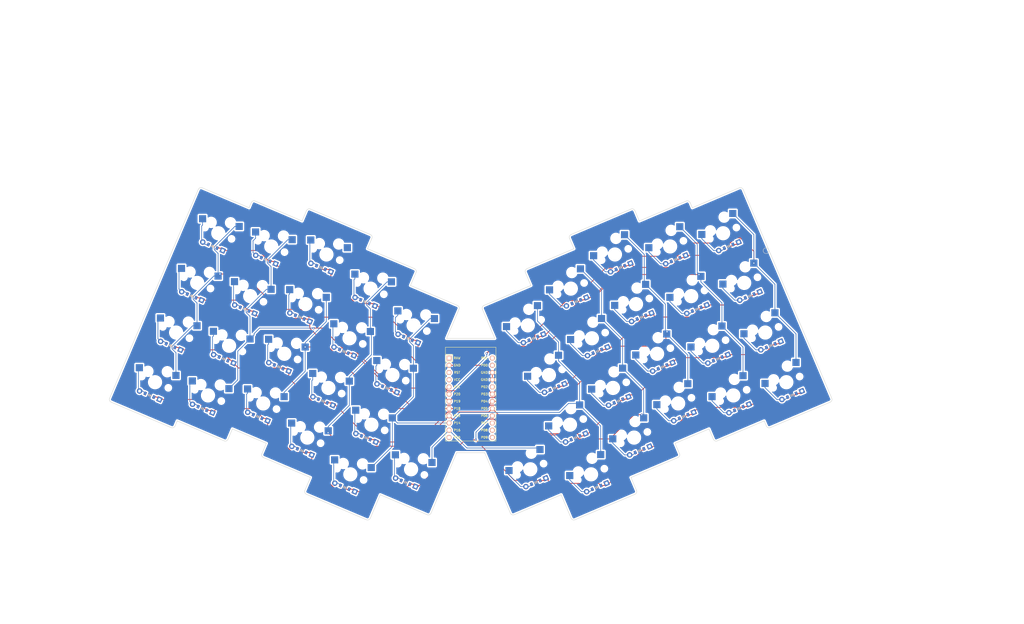
<source format=kicad_pcb>
(kicad_pcb (version 20171130) (host pcbnew 5.1.12)

  (general
    (thickness 1.6)
    (drawings 87)
    (tracks 601)
    (zones 0)
    (modules 85)
    (nets 65)
  )

  (page A3)
  (title_block
    (title main)
    (rev v1.0.0)
    (company Unknown)
  )

  (layers
    (0 F.Cu signal)
    (31 B.Cu signal)
    (32 B.Adhes user)
    (33 F.Adhes user)
    (34 B.Paste user)
    (35 F.Paste user)
    (36 B.SilkS user)
    (37 F.SilkS user)
    (38 B.Mask user)
    (39 F.Mask user)
    (40 Dwgs.User user)
    (41 Cmts.User user)
    (42 Eco1.User user)
    (43 Eco2.User user)
    (44 Edge.Cuts user)
    (45 Margin user)
    (46 B.CrtYd user)
    (47 F.CrtYd user)
    (48 B.Fab user)
    (49 F.Fab user)
  )

  (setup
    (last_trace_width 0.25)
    (trace_clearance 0.2)
    (zone_clearance 0.508)
    (zone_45_only no)
    (trace_min 0.2)
    (via_size 0.8)
    (via_drill 0.4)
    (via_min_size 0.4)
    (via_min_drill 0.3)
    (uvia_size 0.3)
    (uvia_drill 0.1)
    (uvias_allowed no)
    (uvia_min_size 0.2)
    (uvia_min_drill 0.1)
    (edge_width 0.05)
    (segment_width 0.2)
    (pcb_text_width 0.3)
    (pcb_text_size 1.5 1.5)
    (mod_edge_width 0.12)
    (mod_text_size 1 1)
    (mod_text_width 0.15)
    (pad_size 1.524 1.524)
    (pad_drill 0.762)
    (pad_to_mask_clearance 0.05)
    (aux_axis_origin 0 0)
    (visible_elements FFFFFF7F)
    (pcbplotparams
      (layerselection 0x010fc_ffffffff)
      (usegerberextensions false)
      (usegerberattributes true)
      (usegerberadvancedattributes true)
      (creategerberjobfile true)
      (excludeedgelayer true)
      (linewidth 0.100000)
      (plotframeref false)
      (viasonmask false)
      (mode 1)
      (useauxorigin false)
      (hpglpennumber 1)
      (hpglpenspeed 20)
      (hpglpendiameter 15.000000)
      (psnegative false)
      (psa4output false)
      (plotreference true)
      (plotvalue true)
      (plotinvisibletext false)
      (padsonsilk false)
      (subtractmaskfromsilk false)
      (outputformat 1)
      (mirror false)
      (drillshape 0)
      (scaleselection 1)
      (outputdirectory "gerber/"))
  )

  (net 0 "")
  (net 1 pinky_bottom)
  (net 2 P20)
  (net 3 P6)
  (net 4 pinky_home)
  (net 5 P5)
  (net 6 pinky_top)
  (net 7 P4)
  (net 8 pinky_num)
  (net 9 P3)
  (net 10 ring_bottom)
  (net 11 P19)
  (net 12 ring_home)
  (net 13 ring_top)
  (net 14 ring_num)
  (net 15 middle_bottom)
  (net 16 P18)
  (net 17 middle_home)
  (net 18 middle_top)
  (net 19 middle_num)
  (net 20 index_bottom)
  (net 21 P15)
  (net 22 index_home)
  (net 23 index_top)
  (net 24 index_num)
  (net 25 inner_bottom)
  (net 26 P14)
  (net 27 inner_home)
  (net 28 inner_top)
  (net 29 inner_num)
  (net 30 thumb_bottom)
  (net 31 P16)
  (net 32 mirror_pinky_bottom)
  (net 33 mirror_pinky_home)
  (net 34 mirror_pinky_top)
  (net 35 mirror_pinky_num)
  (net 36 mirror_ring_bottom)
  (net 37 mirror_ring_home)
  (net 38 mirror_ring_top)
  (net 39 mirror_ring_num)
  (net 40 mirror_middle_bottom)
  (net 41 mirror_middle_home)
  (net 42 mirror_middle_top)
  (net 43 mirror_middle_num)
  (net 44 mirror_index_bottom)
  (net 45 mirror_index_home)
  (net 46 mirror_index_top)
  (net 47 mirror_index_num)
  (net 48 mirror_inner_bottom)
  (net 49 mirror_inner_home)
  (net 50 mirror_inner_top)
  (net 51 mirror_inner_num)
  (net 52 mirror_thumb_bottom)
  (net 53 RAW)
  (net 54 GND)
  (net 55 RST)
  (net 56 VCC)
  (net 57 P21)
  (net 58 P10)
  (net 59 P1)
  (net 60 P0)
  (net 61 P2)
  (net 62 P7)
  (net 63 P8)
  (net 64 P9)

  (net_class Default "This is the default net class."
    (clearance 0.2)
    (trace_width 0.25)
    (via_dia 0.8)
    (via_drill 0.4)
    (uvia_dia 0.3)
    (uvia_drill 0.1)
    (add_net GND)
    (add_net P0)
    (add_net P1)
    (add_net P10)
    (add_net P14)
    (add_net P15)
    (add_net P16)
    (add_net P18)
    (add_net P19)
    (add_net P2)
    (add_net P20)
    (add_net P21)
    (add_net P3)
    (add_net P4)
    (add_net P5)
    (add_net P6)
    (add_net P7)
    (add_net P8)
    (add_net P9)
    (add_net RAW)
    (add_net RST)
    (add_net VCC)
    (add_net index_bottom)
    (add_net index_home)
    (add_net index_num)
    (add_net index_top)
    (add_net inner_bottom)
    (add_net inner_home)
    (add_net inner_num)
    (add_net inner_top)
    (add_net middle_bottom)
    (add_net middle_home)
    (add_net middle_num)
    (add_net middle_top)
    (add_net mirror_index_bottom)
    (add_net mirror_index_home)
    (add_net mirror_index_num)
    (add_net mirror_index_top)
    (add_net mirror_inner_bottom)
    (add_net mirror_inner_home)
    (add_net mirror_inner_num)
    (add_net mirror_inner_top)
    (add_net mirror_middle_bottom)
    (add_net mirror_middle_home)
    (add_net mirror_middle_num)
    (add_net mirror_middle_top)
    (add_net mirror_pinky_bottom)
    (add_net mirror_pinky_home)
    (add_net mirror_pinky_num)
    (add_net mirror_pinky_top)
    (add_net mirror_ring_bottom)
    (add_net mirror_ring_home)
    (add_net mirror_ring_num)
    (add_net mirror_ring_top)
    (add_net mirror_thumb_bottom)
    (add_net pinky_bottom)
    (add_net pinky_home)
    (add_net pinky_num)
    (add_net pinky_top)
    (add_net ring_bottom)
    (add_net ring_home)
    (add_net ring_num)
    (add_net ring_top)
    (add_net thumb_bottom)
  )

  (module MX (layer F.Cu) (tedit 5DD4F656) (tstamp 0)
    (at 0 0 337)
    (fp_text reference S1 (at 0 0) (layer F.SilkS) hide
      (effects (font (size 1.27 1.27) (thickness 0.15)))
    )
    (fp_text value "" (at 0 0) (layer F.SilkS) hide
      (effects (font (size 1.27 1.27) (thickness 0.15)))
    )
    (fp_line (start -9.5 9.5) (end -9.5 -9.5) (layer Dwgs.User) (width 0.15))
    (fp_line (start 9.5 9.5) (end -9.5 9.5) (layer Dwgs.User) (width 0.15))
    (fp_line (start 9.5 -9.5) (end 9.5 9.5) (layer Dwgs.User) (width 0.15))
    (fp_line (start -9.5 -9.5) (end 9.5 -9.5) (layer Dwgs.User) (width 0.15))
    (fp_line (start 7 -7) (end 7 -6) (layer Dwgs.User) (width 0.15))
    (fp_line (start 6 7) (end 7 7) (layer Dwgs.User) (width 0.15))
    (fp_line (start 7 -7) (end 6 -7) (layer Dwgs.User) (width 0.15))
    (fp_line (start 7 6) (end 7 7) (layer Dwgs.User) (width 0.15))
    (fp_line (start -7 7) (end -7 6) (layer Dwgs.User) (width 0.15))
    (fp_line (start -6 -7) (end -7 -7) (layer Dwgs.User) (width 0.15))
    (fp_line (start -7 7) (end -6 7) (layer Dwgs.User) (width 0.15))
    (fp_line (start -7 -6) (end -7 -7) (layer Dwgs.User) (width 0.15))
    (pad "" np_thru_hole circle (at 0 0) (size 3.9878 3.9878) (drill 3.9878) (layers *.Cu *.Mask))
    (pad "" np_thru_hole circle (at 5.08 0) (size 1.7018 1.7018) (drill 1.7018) (layers *.Cu *.Mask))
    (pad "" np_thru_hole circle (at -5.08 0) (size 1.7018 1.7018) (drill 1.7018) (layers *.Cu *.Mask))
    (pad "" np_thru_hole circle (at 2.54 -5.08) (size 3 3) (drill 3) (layers *.Cu *.Mask))
    (pad "" np_thru_hole circle (at -3.81 -2.54) (size 3 3) (drill 3) (layers *.Cu *.Mask))
    (pad 1 smd rect (at -7.085 -2.54 180) (size 2.55 2.5) (layers B.Cu B.Paste B.Mask)
      (net 1 pinky_bottom))
    (pad 2 smd rect (at 5.842 -5.08 180) (size 2.55 2.5) (layers B.Cu B.Paste B.Mask)
      (net 2 P20))
  )

  (module ComboDiode (layer F.Cu) (tedit 5B24D78E) (tstamp 0)
    (at -1.953656 4.602524 157)
    (fp_text reference D1 (at 0 0) (layer F.SilkS) hide
      (effects (font (size 1.27 1.27) (thickness 0.15)))
    )
    (fp_text value "" (at 0 0) (layer F.SilkS) hide
      (effects (font (size 1.27 1.27) (thickness 0.15)))
    )
    (fp_line (start -0.75 0) (end -0.35 0) (layer B.SilkS) (width 0.1))
    (fp_line (start -0.35 0) (end -0.35 -0.55) (layer B.SilkS) (width 0.1))
    (fp_line (start -0.35 0) (end -0.35 0.55) (layer B.SilkS) (width 0.1))
    (fp_line (start -0.35 0) (end 0.25 -0.4) (layer B.SilkS) (width 0.1))
    (fp_line (start 0.25 -0.4) (end 0.25 0.4) (layer B.SilkS) (width 0.1))
    (fp_line (start 0.25 0.4) (end -0.35 0) (layer B.SilkS) (width 0.1))
    (fp_line (start 0.25 0) (end 0.75 0) (layer B.SilkS) (width 0.1))
    (fp_line (start -0.75 0) (end -0.35 0) (layer F.SilkS) (width 0.1))
    (fp_line (start -0.35 0) (end -0.35 -0.55) (layer F.SilkS) (width 0.1))
    (fp_line (start -0.35 0) (end -0.35 0.55) (layer F.SilkS) (width 0.1))
    (fp_line (start -0.35 0) (end 0.25 -0.4) (layer F.SilkS) (width 0.1))
    (fp_line (start 0.25 -0.4) (end 0.25 0.4) (layer F.SilkS) (width 0.1))
    (fp_line (start 0.25 0.4) (end -0.35 0) (layer F.SilkS) (width 0.1))
    (fp_line (start 0.25 0) (end 0.75 0) (layer F.SilkS) (width 0.1))
    (pad 1 smd rect (at -1.65 0 157) (size 0.9 1.2) (layers F.Cu F.Paste F.Mask)
      (net 3 P6))
    (pad 2 smd rect (at 1.65 0 157) (size 0.9 1.2) (layers B.Cu B.Paste B.Mask)
      (net 1 pinky_bottom))
    (pad 1 smd rect (at -1.65 0 157) (size 0.9 1.2) (layers B.Cu B.Paste B.Mask)
      (net 3 P6))
    (pad 2 smd rect (at 1.65 0 157) (size 0.9 1.2) (layers F.Cu F.Paste F.Mask)
      (net 1 pinky_bottom))
    (pad 1 thru_hole circle (at 3.81 0 157) (size 1.905 1.905) (drill 0.9906) (layers *.Cu *.Mask)
      (net 1 pinky_bottom))
    (pad 2 thru_hole rect (at -3.81 0 157) (size 1.778 1.778) (drill 0.9906) (layers *.Cu *.Mask)
      (net 3 P6))
  )

  (module MX (layer F.Cu) (tedit 5DD4F656) (tstamp 0)
    (at 7.423891 -17.489592 337)
    (fp_text reference S2 (at 0 0) (layer F.SilkS) hide
      (effects (font (size 1.27 1.27) (thickness 0.15)))
    )
    (fp_text value "" (at 0 0) (layer F.SilkS) hide
      (effects (font (size 1.27 1.27) (thickness 0.15)))
    )
    (fp_line (start -9.5 9.5) (end -9.5 -9.5) (layer Dwgs.User) (width 0.15))
    (fp_line (start 9.5 9.5) (end -9.5 9.5) (layer Dwgs.User) (width 0.15))
    (fp_line (start 9.5 -9.5) (end 9.5 9.5) (layer Dwgs.User) (width 0.15))
    (fp_line (start -9.5 -9.5) (end 9.5 -9.5) (layer Dwgs.User) (width 0.15))
    (fp_line (start 7 -7) (end 7 -6) (layer Dwgs.User) (width 0.15))
    (fp_line (start 6 7) (end 7 7) (layer Dwgs.User) (width 0.15))
    (fp_line (start 7 -7) (end 6 -7) (layer Dwgs.User) (width 0.15))
    (fp_line (start 7 6) (end 7 7) (layer Dwgs.User) (width 0.15))
    (fp_line (start -7 7) (end -7 6) (layer Dwgs.User) (width 0.15))
    (fp_line (start -6 -7) (end -7 -7) (layer Dwgs.User) (width 0.15))
    (fp_line (start -7 7) (end -6 7) (layer Dwgs.User) (width 0.15))
    (fp_line (start -7 -6) (end -7 -7) (layer Dwgs.User) (width 0.15))
    (pad "" np_thru_hole circle (at 0 0) (size 3.9878 3.9878) (drill 3.9878) (layers *.Cu *.Mask))
    (pad "" np_thru_hole circle (at 5.08 0) (size 1.7018 1.7018) (drill 1.7018) (layers *.Cu *.Mask))
    (pad "" np_thru_hole circle (at -5.08 0) (size 1.7018 1.7018) (drill 1.7018) (layers *.Cu *.Mask))
    (pad "" np_thru_hole circle (at 2.54 -5.08) (size 3 3) (drill 3) (layers *.Cu *.Mask))
    (pad "" np_thru_hole circle (at -3.81 -2.54) (size 3 3) (drill 3) (layers *.Cu *.Mask))
    (pad 1 smd rect (at -7.085 -2.54 180) (size 2.55 2.5) (layers B.Cu B.Paste B.Mask)
      (net 4 pinky_home))
    (pad 2 smd rect (at 5.842 -5.08 180) (size 2.55 2.5) (layers B.Cu B.Paste B.Mask)
      (net 2 P20))
  )

  (module ComboDiode (layer F.Cu) (tedit 5B24D78E) (tstamp 0)
    (at 5.470236 -12.887068 157)
    (fp_text reference D2 (at 0 0) (layer F.SilkS) hide
      (effects (font (size 1.27 1.27) (thickness 0.15)))
    )
    (fp_text value "" (at 0 0) (layer F.SilkS) hide
      (effects (font (size 1.27 1.27) (thickness 0.15)))
    )
    (fp_line (start -0.75 0) (end -0.35 0) (layer B.SilkS) (width 0.1))
    (fp_line (start -0.35 0) (end -0.35 -0.55) (layer B.SilkS) (width 0.1))
    (fp_line (start -0.35 0) (end -0.35 0.55) (layer B.SilkS) (width 0.1))
    (fp_line (start -0.35 0) (end 0.25 -0.4) (layer B.SilkS) (width 0.1))
    (fp_line (start 0.25 -0.4) (end 0.25 0.4) (layer B.SilkS) (width 0.1))
    (fp_line (start 0.25 0.4) (end -0.35 0) (layer B.SilkS) (width 0.1))
    (fp_line (start 0.25 0) (end 0.75 0) (layer B.SilkS) (width 0.1))
    (fp_line (start -0.75 0) (end -0.35 0) (layer F.SilkS) (width 0.1))
    (fp_line (start -0.35 0) (end -0.35 -0.55) (layer F.SilkS) (width 0.1))
    (fp_line (start -0.35 0) (end -0.35 0.55) (layer F.SilkS) (width 0.1))
    (fp_line (start -0.35 0) (end 0.25 -0.4) (layer F.SilkS) (width 0.1))
    (fp_line (start 0.25 -0.4) (end 0.25 0.4) (layer F.SilkS) (width 0.1))
    (fp_line (start 0.25 0.4) (end -0.35 0) (layer F.SilkS) (width 0.1))
    (fp_line (start 0.25 0) (end 0.75 0) (layer F.SilkS) (width 0.1))
    (pad 1 smd rect (at -1.65 0 157) (size 0.9 1.2) (layers F.Cu F.Paste F.Mask)
      (net 5 P5))
    (pad 2 smd rect (at 1.65 0 157) (size 0.9 1.2) (layers B.Cu B.Paste B.Mask)
      (net 4 pinky_home))
    (pad 1 smd rect (at -1.65 0 157) (size 0.9 1.2) (layers B.Cu B.Paste B.Mask)
      (net 5 P5))
    (pad 2 smd rect (at 1.65 0 157) (size 0.9 1.2) (layers F.Cu F.Paste F.Mask)
      (net 4 pinky_home))
    (pad 1 thru_hole circle (at 3.81 0 157) (size 1.905 1.905) (drill 0.9906) (layers *.Cu *.Mask)
      (net 4 pinky_home))
    (pad 2 thru_hole rect (at -3.81 0 157) (size 1.778 1.778) (drill 0.9906) (layers *.Cu *.Mask)
      (net 5 P5))
  )

  (module MX (layer F.Cu) (tedit 5DD4F656) (tstamp 0)
    (at 14.847783 -34.979184 337)
    (fp_text reference S3 (at 0 0) (layer F.SilkS) hide
      (effects (font (size 1.27 1.27) (thickness 0.15)))
    )
    (fp_text value "" (at 0 0) (layer F.SilkS) hide
      (effects (font (size 1.27 1.27) (thickness 0.15)))
    )
    (fp_line (start -9.5 9.5) (end -9.5 -9.5) (layer Dwgs.User) (width 0.15))
    (fp_line (start 9.5 9.5) (end -9.5 9.5) (layer Dwgs.User) (width 0.15))
    (fp_line (start 9.5 -9.5) (end 9.5 9.5) (layer Dwgs.User) (width 0.15))
    (fp_line (start -9.5 -9.5) (end 9.5 -9.5) (layer Dwgs.User) (width 0.15))
    (fp_line (start 7 -7) (end 7 -6) (layer Dwgs.User) (width 0.15))
    (fp_line (start 6 7) (end 7 7) (layer Dwgs.User) (width 0.15))
    (fp_line (start 7 -7) (end 6 -7) (layer Dwgs.User) (width 0.15))
    (fp_line (start 7 6) (end 7 7) (layer Dwgs.User) (width 0.15))
    (fp_line (start -7 7) (end -7 6) (layer Dwgs.User) (width 0.15))
    (fp_line (start -6 -7) (end -7 -7) (layer Dwgs.User) (width 0.15))
    (fp_line (start -7 7) (end -6 7) (layer Dwgs.User) (width 0.15))
    (fp_line (start -7 -6) (end -7 -7) (layer Dwgs.User) (width 0.15))
    (pad "" np_thru_hole circle (at 0 0) (size 3.9878 3.9878) (drill 3.9878) (layers *.Cu *.Mask))
    (pad "" np_thru_hole circle (at 5.08 0) (size 1.7018 1.7018) (drill 1.7018) (layers *.Cu *.Mask))
    (pad "" np_thru_hole circle (at -5.08 0) (size 1.7018 1.7018) (drill 1.7018) (layers *.Cu *.Mask))
    (pad "" np_thru_hole circle (at 2.54 -5.08) (size 3 3) (drill 3) (layers *.Cu *.Mask))
    (pad "" np_thru_hole circle (at -3.81 -2.54) (size 3 3) (drill 3) (layers *.Cu *.Mask))
    (pad 1 smd rect (at -7.085 -2.54 180) (size 2.55 2.5) (layers B.Cu B.Paste B.Mask)
      (net 6 pinky_top))
    (pad 2 smd rect (at 5.842 -5.08 180) (size 2.55 2.5) (layers B.Cu B.Paste B.Mask)
      (net 2 P20))
  )

  (module ComboDiode (layer F.Cu) (tedit 5B24D78E) (tstamp 0)
    (at 12.894127 -30.37666 157)
    (fp_text reference D3 (at 0 0) (layer F.SilkS) hide
      (effects (font (size 1.27 1.27) (thickness 0.15)))
    )
    (fp_text value "" (at 0 0) (layer F.SilkS) hide
      (effects (font (size 1.27 1.27) (thickness 0.15)))
    )
    (fp_line (start -0.75 0) (end -0.35 0) (layer B.SilkS) (width 0.1))
    (fp_line (start -0.35 0) (end -0.35 -0.55) (layer B.SilkS) (width 0.1))
    (fp_line (start -0.35 0) (end -0.35 0.55) (layer B.SilkS) (width 0.1))
    (fp_line (start -0.35 0) (end 0.25 -0.4) (layer B.SilkS) (width 0.1))
    (fp_line (start 0.25 -0.4) (end 0.25 0.4) (layer B.SilkS) (width 0.1))
    (fp_line (start 0.25 0.4) (end -0.35 0) (layer B.SilkS) (width 0.1))
    (fp_line (start 0.25 0) (end 0.75 0) (layer B.SilkS) (width 0.1))
    (fp_line (start -0.75 0) (end -0.35 0) (layer F.SilkS) (width 0.1))
    (fp_line (start -0.35 0) (end -0.35 -0.55) (layer F.SilkS) (width 0.1))
    (fp_line (start -0.35 0) (end -0.35 0.55) (layer F.SilkS) (width 0.1))
    (fp_line (start -0.35 0) (end 0.25 -0.4) (layer F.SilkS) (width 0.1))
    (fp_line (start 0.25 -0.4) (end 0.25 0.4) (layer F.SilkS) (width 0.1))
    (fp_line (start 0.25 0.4) (end -0.35 0) (layer F.SilkS) (width 0.1))
    (fp_line (start 0.25 0) (end 0.75 0) (layer F.SilkS) (width 0.1))
    (pad 1 smd rect (at -1.65 0 157) (size 0.9 1.2) (layers F.Cu F.Paste F.Mask)
      (net 7 P4))
    (pad 2 smd rect (at 1.65 0 157) (size 0.9 1.2) (layers B.Cu B.Paste B.Mask)
      (net 6 pinky_top))
    (pad 1 smd rect (at -1.65 0 157) (size 0.9 1.2) (layers B.Cu B.Paste B.Mask)
      (net 7 P4))
    (pad 2 smd rect (at 1.65 0 157) (size 0.9 1.2) (layers F.Cu F.Paste F.Mask)
      (net 6 pinky_top))
    (pad 1 thru_hole circle (at 3.81 0 157) (size 1.905 1.905) (drill 0.9906) (layers *.Cu *.Mask)
      (net 6 pinky_top))
    (pad 2 thru_hole rect (at -3.81 0 157) (size 1.778 1.778) (drill 0.9906) (layers *.Cu *.Mask)
      (net 7 P4))
  )

  (module MX (layer F.Cu) (tedit 5DD4F656) (tstamp 0)
    (at 22.271674 -52.468777 337)
    (fp_text reference S4 (at 0 0) (layer F.SilkS) hide
      (effects (font (size 1.27 1.27) (thickness 0.15)))
    )
    (fp_text value "" (at 0 0) (layer F.SilkS) hide
      (effects (font (size 1.27 1.27) (thickness 0.15)))
    )
    (fp_line (start -9.5 9.5) (end -9.5 -9.5) (layer Dwgs.User) (width 0.15))
    (fp_line (start 9.5 9.5) (end -9.5 9.5) (layer Dwgs.User) (width 0.15))
    (fp_line (start 9.5 -9.5) (end 9.5 9.5) (layer Dwgs.User) (width 0.15))
    (fp_line (start -9.5 -9.5) (end 9.5 -9.5) (layer Dwgs.User) (width 0.15))
    (fp_line (start 7 -7) (end 7 -6) (layer Dwgs.User) (width 0.15))
    (fp_line (start 6 7) (end 7 7) (layer Dwgs.User) (width 0.15))
    (fp_line (start 7 -7) (end 6 -7) (layer Dwgs.User) (width 0.15))
    (fp_line (start 7 6) (end 7 7) (layer Dwgs.User) (width 0.15))
    (fp_line (start -7 7) (end -7 6) (layer Dwgs.User) (width 0.15))
    (fp_line (start -6 -7) (end -7 -7) (layer Dwgs.User) (width 0.15))
    (fp_line (start -7 7) (end -6 7) (layer Dwgs.User) (width 0.15))
    (fp_line (start -7 -6) (end -7 -7) (layer Dwgs.User) (width 0.15))
    (pad "" np_thru_hole circle (at 0 0) (size 3.9878 3.9878) (drill 3.9878) (layers *.Cu *.Mask))
    (pad "" np_thru_hole circle (at 5.08 0) (size 1.7018 1.7018) (drill 1.7018) (layers *.Cu *.Mask))
    (pad "" np_thru_hole circle (at -5.08 0) (size 1.7018 1.7018) (drill 1.7018) (layers *.Cu *.Mask))
    (pad "" np_thru_hole circle (at 2.54 -5.08) (size 3 3) (drill 3) (layers *.Cu *.Mask))
    (pad "" np_thru_hole circle (at -3.81 -2.54) (size 3 3) (drill 3) (layers *.Cu *.Mask))
    (pad 1 smd rect (at -7.085 -2.54 180) (size 2.55 2.5) (layers B.Cu B.Paste B.Mask)
      (net 8 pinky_num))
    (pad 2 smd rect (at 5.842 -5.08 180) (size 2.55 2.5) (layers B.Cu B.Paste B.Mask)
      (net 2 P20))
  )

  (module ComboDiode (layer F.Cu) (tedit 5B24D78E) (tstamp 0)
    (at 20.318019 -47.866252 157)
    (fp_text reference D4 (at 0 0) (layer F.SilkS) hide
      (effects (font (size 1.27 1.27) (thickness 0.15)))
    )
    (fp_text value "" (at 0 0) (layer F.SilkS) hide
      (effects (font (size 1.27 1.27) (thickness 0.15)))
    )
    (fp_line (start -0.75 0) (end -0.35 0) (layer B.SilkS) (width 0.1))
    (fp_line (start -0.35 0) (end -0.35 -0.55) (layer B.SilkS) (width 0.1))
    (fp_line (start -0.35 0) (end -0.35 0.55) (layer B.SilkS) (width 0.1))
    (fp_line (start -0.35 0) (end 0.25 -0.4) (layer B.SilkS) (width 0.1))
    (fp_line (start 0.25 -0.4) (end 0.25 0.4) (layer B.SilkS) (width 0.1))
    (fp_line (start 0.25 0.4) (end -0.35 0) (layer B.SilkS) (width 0.1))
    (fp_line (start 0.25 0) (end 0.75 0) (layer B.SilkS) (width 0.1))
    (fp_line (start -0.75 0) (end -0.35 0) (layer F.SilkS) (width 0.1))
    (fp_line (start -0.35 0) (end -0.35 -0.55) (layer F.SilkS) (width 0.1))
    (fp_line (start -0.35 0) (end -0.35 0.55) (layer F.SilkS) (width 0.1))
    (fp_line (start -0.35 0) (end 0.25 -0.4) (layer F.SilkS) (width 0.1))
    (fp_line (start 0.25 -0.4) (end 0.25 0.4) (layer F.SilkS) (width 0.1))
    (fp_line (start 0.25 0.4) (end -0.35 0) (layer F.SilkS) (width 0.1))
    (fp_line (start 0.25 0) (end 0.75 0) (layer F.SilkS) (width 0.1))
    (pad 1 smd rect (at -1.65 0 157) (size 0.9 1.2) (layers F.Cu F.Paste F.Mask)
      (net 9 P3))
    (pad 2 smd rect (at 1.65 0 157) (size 0.9 1.2) (layers B.Cu B.Paste B.Mask)
      (net 8 pinky_num))
    (pad 1 smd rect (at -1.65 0 157) (size 0.9 1.2) (layers B.Cu B.Paste B.Mask)
      (net 9 P3))
    (pad 2 smd rect (at 1.65 0 157) (size 0.9 1.2) (layers F.Cu F.Paste F.Mask)
      (net 8 pinky_num))
    (pad 1 thru_hole circle (at 3.81 0 157) (size 1.905 1.905) (drill 0.9906) (layers *.Cu *.Mask)
      (net 8 pinky_num))
    (pad 2 thru_hole rect (at -3.81 0 157) (size 1.778 1.778) (drill 0.9906) (layers *.Cu *.Mask)
      (net 9 P3))
  )

  (module MX (layer F.Cu) (tedit 5DD4F656) (tstamp 0)
    (at 18.661786 4.662377 337)
    (fp_text reference S5 (at 0 0) (layer F.SilkS) hide
      (effects (font (size 1.27 1.27) (thickness 0.15)))
    )
    (fp_text value "" (at 0 0) (layer F.SilkS) hide
      (effects (font (size 1.27 1.27) (thickness 0.15)))
    )
    (fp_line (start -9.5 9.5) (end -9.5 -9.5) (layer Dwgs.User) (width 0.15))
    (fp_line (start 9.5 9.5) (end -9.5 9.5) (layer Dwgs.User) (width 0.15))
    (fp_line (start 9.5 -9.5) (end 9.5 9.5) (layer Dwgs.User) (width 0.15))
    (fp_line (start -9.5 -9.5) (end 9.5 -9.5) (layer Dwgs.User) (width 0.15))
    (fp_line (start 7 -7) (end 7 -6) (layer Dwgs.User) (width 0.15))
    (fp_line (start 6 7) (end 7 7) (layer Dwgs.User) (width 0.15))
    (fp_line (start 7 -7) (end 6 -7) (layer Dwgs.User) (width 0.15))
    (fp_line (start 7 6) (end 7 7) (layer Dwgs.User) (width 0.15))
    (fp_line (start -7 7) (end -7 6) (layer Dwgs.User) (width 0.15))
    (fp_line (start -6 -7) (end -7 -7) (layer Dwgs.User) (width 0.15))
    (fp_line (start -7 7) (end -6 7) (layer Dwgs.User) (width 0.15))
    (fp_line (start -7 -6) (end -7 -7) (layer Dwgs.User) (width 0.15))
    (pad "" np_thru_hole circle (at 0 0) (size 3.9878 3.9878) (drill 3.9878) (layers *.Cu *.Mask))
    (pad "" np_thru_hole circle (at 5.08 0) (size 1.7018 1.7018) (drill 1.7018) (layers *.Cu *.Mask))
    (pad "" np_thru_hole circle (at -5.08 0) (size 1.7018 1.7018) (drill 1.7018) (layers *.Cu *.Mask))
    (pad "" np_thru_hole circle (at 2.54 -5.08) (size 3 3) (drill 3) (layers *.Cu *.Mask))
    (pad "" np_thru_hole circle (at -3.81 -2.54) (size 3 3) (drill 3) (layers *.Cu *.Mask))
    (pad 1 smd rect (at -7.085 -2.54 180) (size 2.55 2.5) (layers B.Cu B.Paste B.Mask)
      (net 10 ring_bottom))
    (pad 2 smd rect (at 5.842 -5.08 180) (size 2.55 2.5) (layers B.Cu B.Paste B.Mask)
      (net 11 P19))
  )

  (module ComboDiode (layer F.Cu) (tedit 5B24D78E) (tstamp 0)
    (at 16.70813 9.264901 157)
    (fp_text reference D5 (at 0 0) (layer F.SilkS) hide
      (effects (font (size 1.27 1.27) (thickness 0.15)))
    )
    (fp_text value "" (at 0 0) (layer F.SilkS) hide
      (effects (font (size 1.27 1.27) (thickness 0.15)))
    )
    (fp_line (start -0.75 0) (end -0.35 0) (layer B.SilkS) (width 0.1))
    (fp_line (start -0.35 0) (end -0.35 -0.55) (layer B.SilkS) (width 0.1))
    (fp_line (start -0.35 0) (end -0.35 0.55) (layer B.SilkS) (width 0.1))
    (fp_line (start -0.35 0) (end 0.25 -0.4) (layer B.SilkS) (width 0.1))
    (fp_line (start 0.25 -0.4) (end 0.25 0.4) (layer B.SilkS) (width 0.1))
    (fp_line (start 0.25 0.4) (end -0.35 0) (layer B.SilkS) (width 0.1))
    (fp_line (start 0.25 0) (end 0.75 0) (layer B.SilkS) (width 0.1))
    (fp_line (start -0.75 0) (end -0.35 0) (layer F.SilkS) (width 0.1))
    (fp_line (start -0.35 0) (end -0.35 -0.55) (layer F.SilkS) (width 0.1))
    (fp_line (start -0.35 0) (end -0.35 0.55) (layer F.SilkS) (width 0.1))
    (fp_line (start -0.35 0) (end 0.25 -0.4) (layer F.SilkS) (width 0.1))
    (fp_line (start 0.25 -0.4) (end 0.25 0.4) (layer F.SilkS) (width 0.1))
    (fp_line (start 0.25 0.4) (end -0.35 0) (layer F.SilkS) (width 0.1))
    (fp_line (start 0.25 0) (end 0.75 0) (layer F.SilkS) (width 0.1))
    (pad 1 smd rect (at -1.65 0 157) (size 0.9 1.2) (layers F.Cu F.Paste F.Mask)
      (net 3 P6))
    (pad 2 smd rect (at 1.65 0 157) (size 0.9 1.2) (layers B.Cu B.Paste B.Mask)
      (net 10 ring_bottom))
    (pad 1 smd rect (at -1.65 0 157) (size 0.9 1.2) (layers B.Cu B.Paste B.Mask)
      (net 3 P6))
    (pad 2 smd rect (at 1.65 0 157) (size 0.9 1.2) (layers F.Cu F.Paste F.Mask)
      (net 10 ring_bottom))
    (pad 1 thru_hole circle (at 3.81 0 157) (size 1.905 1.905) (drill 0.9906) (layers *.Cu *.Mask)
      (net 10 ring_bottom))
    (pad 2 thru_hole rect (at -3.81 0 157) (size 1.778 1.778) (drill 0.9906) (layers *.Cu *.Mask)
      (net 3 P6))
  )

  (module MX (layer F.Cu) (tedit 5DD4F656) (tstamp 0)
    (at 26.085677 -12.827215 337)
    (fp_text reference S6 (at 0 0) (layer F.SilkS) hide
      (effects (font (size 1.27 1.27) (thickness 0.15)))
    )
    (fp_text value "" (at 0 0) (layer F.SilkS) hide
      (effects (font (size 1.27 1.27) (thickness 0.15)))
    )
    (fp_line (start -9.5 9.5) (end -9.5 -9.5) (layer Dwgs.User) (width 0.15))
    (fp_line (start 9.5 9.5) (end -9.5 9.5) (layer Dwgs.User) (width 0.15))
    (fp_line (start 9.5 -9.5) (end 9.5 9.5) (layer Dwgs.User) (width 0.15))
    (fp_line (start -9.5 -9.5) (end 9.5 -9.5) (layer Dwgs.User) (width 0.15))
    (fp_line (start 7 -7) (end 7 -6) (layer Dwgs.User) (width 0.15))
    (fp_line (start 6 7) (end 7 7) (layer Dwgs.User) (width 0.15))
    (fp_line (start 7 -7) (end 6 -7) (layer Dwgs.User) (width 0.15))
    (fp_line (start 7 6) (end 7 7) (layer Dwgs.User) (width 0.15))
    (fp_line (start -7 7) (end -7 6) (layer Dwgs.User) (width 0.15))
    (fp_line (start -6 -7) (end -7 -7) (layer Dwgs.User) (width 0.15))
    (fp_line (start -7 7) (end -6 7) (layer Dwgs.User) (width 0.15))
    (fp_line (start -7 -6) (end -7 -7) (layer Dwgs.User) (width 0.15))
    (pad "" np_thru_hole circle (at 0 0) (size 3.9878 3.9878) (drill 3.9878) (layers *.Cu *.Mask))
    (pad "" np_thru_hole circle (at 5.08 0) (size 1.7018 1.7018) (drill 1.7018) (layers *.Cu *.Mask))
    (pad "" np_thru_hole circle (at -5.08 0) (size 1.7018 1.7018) (drill 1.7018) (layers *.Cu *.Mask))
    (pad "" np_thru_hole circle (at 2.54 -5.08) (size 3 3) (drill 3) (layers *.Cu *.Mask))
    (pad "" np_thru_hole circle (at -3.81 -2.54) (size 3 3) (drill 3) (layers *.Cu *.Mask))
    (pad 1 smd rect (at -7.085 -2.54 180) (size 2.55 2.5) (layers B.Cu B.Paste B.Mask)
      (net 12 ring_home))
    (pad 2 smd rect (at 5.842 -5.08 180) (size 2.55 2.5) (layers B.Cu B.Paste B.Mask)
      (net 11 P19))
  )

  (module ComboDiode (layer F.Cu) (tedit 5B24D78E) (tstamp 0)
    (at 24.132021 -8.224691 157)
    (fp_text reference D6 (at 0 0) (layer F.SilkS) hide
      (effects (font (size 1.27 1.27) (thickness 0.15)))
    )
    (fp_text value "" (at 0 0) (layer F.SilkS) hide
      (effects (font (size 1.27 1.27) (thickness 0.15)))
    )
    (fp_line (start -0.75 0) (end -0.35 0) (layer B.SilkS) (width 0.1))
    (fp_line (start -0.35 0) (end -0.35 -0.55) (layer B.SilkS) (width 0.1))
    (fp_line (start -0.35 0) (end -0.35 0.55) (layer B.SilkS) (width 0.1))
    (fp_line (start -0.35 0) (end 0.25 -0.4) (layer B.SilkS) (width 0.1))
    (fp_line (start 0.25 -0.4) (end 0.25 0.4) (layer B.SilkS) (width 0.1))
    (fp_line (start 0.25 0.4) (end -0.35 0) (layer B.SilkS) (width 0.1))
    (fp_line (start 0.25 0) (end 0.75 0) (layer B.SilkS) (width 0.1))
    (fp_line (start -0.75 0) (end -0.35 0) (layer F.SilkS) (width 0.1))
    (fp_line (start -0.35 0) (end -0.35 -0.55) (layer F.SilkS) (width 0.1))
    (fp_line (start -0.35 0) (end -0.35 0.55) (layer F.SilkS) (width 0.1))
    (fp_line (start -0.35 0) (end 0.25 -0.4) (layer F.SilkS) (width 0.1))
    (fp_line (start 0.25 -0.4) (end 0.25 0.4) (layer F.SilkS) (width 0.1))
    (fp_line (start 0.25 0.4) (end -0.35 0) (layer F.SilkS) (width 0.1))
    (fp_line (start 0.25 0) (end 0.75 0) (layer F.SilkS) (width 0.1))
    (pad 1 smd rect (at -1.65 0 157) (size 0.9 1.2) (layers F.Cu F.Paste F.Mask)
      (net 5 P5))
    (pad 2 smd rect (at 1.65 0 157) (size 0.9 1.2) (layers B.Cu B.Paste B.Mask)
      (net 12 ring_home))
    (pad 1 smd rect (at -1.65 0 157) (size 0.9 1.2) (layers B.Cu B.Paste B.Mask)
      (net 5 P5))
    (pad 2 smd rect (at 1.65 0 157) (size 0.9 1.2) (layers F.Cu F.Paste F.Mask)
      (net 12 ring_home))
    (pad 1 thru_hole circle (at 3.81 0 157) (size 1.905 1.905) (drill 0.9906) (layers *.Cu *.Mask)
      (net 12 ring_home))
    (pad 2 thru_hole rect (at -3.81 0 157) (size 1.778 1.778) (drill 0.9906) (layers *.Cu *.Mask)
      (net 5 P5))
  )

  (module MX (layer F.Cu) (tedit 5DD4F656) (tstamp 0)
    (at 33.509569 -30.316808 337)
    (fp_text reference S7 (at 0 0) (layer F.SilkS) hide
      (effects (font (size 1.27 1.27) (thickness 0.15)))
    )
    (fp_text value "" (at 0 0) (layer F.SilkS) hide
      (effects (font (size 1.27 1.27) (thickness 0.15)))
    )
    (fp_line (start -9.5 9.5) (end -9.5 -9.5) (layer Dwgs.User) (width 0.15))
    (fp_line (start 9.5 9.5) (end -9.5 9.5) (layer Dwgs.User) (width 0.15))
    (fp_line (start 9.5 -9.5) (end 9.5 9.5) (layer Dwgs.User) (width 0.15))
    (fp_line (start -9.5 -9.5) (end 9.5 -9.5) (layer Dwgs.User) (width 0.15))
    (fp_line (start 7 -7) (end 7 -6) (layer Dwgs.User) (width 0.15))
    (fp_line (start 6 7) (end 7 7) (layer Dwgs.User) (width 0.15))
    (fp_line (start 7 -7) (end 6 -7) (layer Dwgs.User) (width 0.15))
    (fp_line (start 7 6) (end 7 7) (layer Dwgs.User) (width 0.15))
    (fp_line (start -7 7) (end -7 6) (layer Dwgs.User) (width 0.15))
    (fp_line (start -6 -7) (end -7 -7) (layer Dwgs.User) (width 0.15))
    (fp_line (start -7 7) (end -6 7) (layer Dwgs.User) (width 0.15))
    (fp_line (start -7 -6) (end -7 -7) (layer Dwgs.User) (width 0.15))
    (pad "" np_thru_hole circle (at 0 0) (size 3.9878 3.9878) (drill 3.9878) (layers *.Cu *.Mask))
    (pad "" np_thru_hole circle (at 5.08 0) (size 1.7018 1.7018) (drill 1.7018) (layers *.Cu *.Mask))
    (pad "" np_thru_hole circle (at -5.08 0) (size 1.7018 1.7018) (drill 1.7018) (layers *.Cu *.Mask))
    (pad "" np_thru_hole circle (at 2.54 -5.08) (size 3 3) (drill 3) (layers *.Cu *.Mask))
    (pad "" np_thru_hole circle (at -3.81 -2.54) (size 3 3) (drill 3) (layers *.Cu *.Mask))
    (pad 1 smd rect (at -7.085 -2.54 180) (size 2.55 2.5) (layers B.Cu B.Paste B.Mask)
      (net 13 ring_top))
    (pad 2 smd rect (at 5.842 -5.08 180) (size 2.55 2.5) (layers B.Cu B.Paste B.Mask)
      (net 11 P19))
  )

  (module ComboDiode (layer F.Cu) (tedit 5B24D78E) (tstamp 0)
    (at 31.555913 -25.714283 157)
    (fp_text reference D7 (at 0 0) (layer F.SilkS) hide
      (effects (font (size 1.27 1.27) (thickness 0.15)))
    )
    (fp_text value "" (at 0 0) (layer F.SilkS) hide
      (effects (font (size 1.27 1.27) (thickness 0.15)))
    )
    (fp_line (start -0.75 0) (end -0.35 0) (layer B.SilkS) (width 0.1))
    (fp_line (start -0.35 0) (end -0.35 -0.55) (layer B.SilkS) (width 0.1))
    (fp_line (start -0.35 0) (end -0.35 0.55) (layer B.SilkS) (width 0.1))
    (fp_line (start -0.35 0) (end 0.25 -0.4) (layer B.SilkS) (width 0.1))
    (fp_line (start 0.25 -0.4) (end 0.25 0.4) (layer B.SilkS) (width 0.1))
    (fp_line (start 0.25 0.4) (end -0.35 0) (layer B.SilkS) (width 0.1))
    (fp_line (start 0.25 0) (end 0.75 0) (layer B.SilkS) (width 0.1))
    (fp_line (start -0.75 0) (end -0.35 0) (layer F.SilkS) (width 0.1))
    (fp_line (start -0.35 0) (end -0.35 -0.55) (layer F.SilkS) (width 0.1))
    (fp_line (start -0.35 0) (end -0.35 0.55) (layer F.SilkS) (width 0.1))
    (fp_line (start -0.35 0) (end 0.25 -0.4) (layer F.SilkS) (width 0.1))
    (fp_line (start 0.25 -0.4) (end 0.25 0.4) (layer F.SilkS) (width 0.1))
    (fp_line (start 0.25 0.4) (end -0.35 0) (layer F.SilkS) (width 0.1))
    (fp_line (start 0.25 0) (end 0.75 0) (layer F.SilkS) (width 0.1))
    (pad 1 smd rect (at -1.65 0 157) (size 0.9 1.2) (layers F.Cu F.Paste F.Mask)
      (net 7 P4))
    (pad 2 smd rect (at 1.65 0 157) (size 0.9 1.2) (layers B.Cu B.Paste B.Mask)
      (net 13 ring_top))
    (pad 1 smd rect (at -1.65 0 157) (size 0.9 1.2) (layers B.Cu B.Paste B.Mask)
      (net 7 P4))
    (pad 2 smd rect (at 1.65 0 157) (size 0.9 1.2) (layers F.Cu F.Paste F.Mask)
      (net 13 ring_top))
    (pad 1 thru_hole circle (at 3.81 0 157) (size 1.905 1.905) (drill 0.9906) (layers *.Cu *.Mask)
      (net 13 ring_top))
    (pad 2 thru_hole rect (at -3.81 0 157) (size 1.778 1.778) (drill 0.9906) (layers *.Cu *.Mask)
      (net 7 P4))
  )

  (module MX (layer F.Cu) (tedit 5DD4F656) (tstamp 0)
    (at 40.93346 -47.8064 337)
    (fp_text reference S8 (at 0 0) (layer F.SilkS) hide
      (effects (font (size 1.27 1.27) (thickness 0.15)))
    )
    (fp_text value "" (at 0 0) (layer F.SilkS) hide
      (effects (font (size 1.27 1.27) (thickness 0.15)))
    )
    (fp_line (start -9.5 9.5) (end -9.5 -9.5) (layer Dwgs.User) (width 0.15))
    (fp_line (start 9.5 9.5) (end -9.5 9.5) (layer Dwgs.User) (width 0.15))
    (fp_line (start 9.5 -9.5) (end 9.5 9.5) (layer Dwgs.User) (width 0.15))
    (fp_line (start -9.5 -9.5) (end 9.5 -9.5) (layer Dwgs.User) (width 0.15))
    (fp_line (start 7 -7) (end 7 -6) (layer Dwgs.User) (width 0.15))
    (fp_line (start 6 7) (end 7 7) (layer Dwgs.User) (width 0.15))
    (fp_line (start 7 -7) (end 6 -7) (layer Dwgs.User) (width 0.15))
    (fp_line (start 7 6) (end 7 7) (layer Dwgs.User) (width 0.15))
    (fp_line (start -7 7) (end -7 6) (layer Dwgs.User) (width 0.15))
    (fp_line (start -6 -7) (end -7 -7) (layer Dwgs.User) (width 0.15))
    (fp_line (start -7 7) (end -6 7) (layer Dwgs.User) (width 0.15))
    (fp_line (start -7 -6) (end -7 -7) (layer Dwgs.User) (width 0.15))
    (pad "" np_thru_hole circle (at 0 0) (size 3.9878 3.9878) (drill 3.9878) (layers *.Cu *.Mask))
    (pad "" np_thru_hole circle (at 5.08 0) (size 1.7018 1.7018) (drill 1.7018) (layers *.Cu *.Mask))
    (pad "" np_thru_hole circle (at -5.08 0) (size 1.7018 1.7018) (drill 1.7018) (layers *.Cu *.Mask))
    (pad "" np_thru_hole circle (at 2.54 -5.08) (size 3 3) (drill 3) (layers *.Cu *.Mask))
    (pad "" np_thru_hole circle (at -3.81 -2.54) (size 3 3) (drill 3) (layers *.Cu *.Mask))
    (pad 1 smd rect (at -7.085 -2.54 180) (size 2.55 2.5) (layers B.Cu B.Paste B.Mask)
      (net 14 ring_num))
    (pad 2 smd rect (at 5.842 -5.08 180) (size 2.55 2.5) (layers B.Cu B.Paste B.Mask)
      (net 11 P19))
  )

  (module ComboDiode (layer F.Cu) (tedit 5B24D78E) (tstamp 0)
    (at 38.979804 -43.203876 157)
    (fp_text reference D8 (at 0 0) (layer F.SilkS) hide
      (effects (font (size 1.27 1.27) (thickness 0.15)))
    )
    (fp_text value "" (at 0 0) (layer F.SilkS) hide
      (effects (font (size 1.27 1.27) (thickness 0.15)))
    )
    (fp_line (start -0.75 0) (end -0.35 0) (layer B.SilkS) (width 0.1))
    (fp_line (start -0.35 0) (end -0.35 -0.55) (layer B.SilkS) (width 0.1))
    (fp_line (start -0.35 0) (end -0.35 0.55) (layer B.SilkS) (width 0.1))
    (fp_line (start -0.35 0) (end 0.25 -0.4) (layer B.SilkS) (width 0.1))
    (fp_line (start 0.25 -0.4) (end 0.25 0.4) (layer B.SilkS) (width 0.1))
    (fp_line (start 0.25 0.4) (end -0.35 0) (layer B.SilkS) (width 0.1))
    (fp_line (start 0.25 0) (end 0.75 0) (layer B.SilkS) (width 0.1))
    (fp_line (start -0.75 0) (end -0.35 0) (layer F.SilkS) (width 0.1))
    (fp_line (start -0.35 0) (end -0.35 -0.55) (layer F.SilkS) (width 0.1))
    (fp_line (start -0.35 0) (end -0.35 0.55) (layer F.SilkS) (width 0.1))
    (fp_line (start -0.35 0) (end 0.25 -0.4) (layer F.SilkS) (width 0.1))
    (fp_line (start 0.25 -0.4) (end 0.25 0.4) (layer F.SilkS) (width 0.1))
    (fp_line (start 0.25 0.4) (end -0.35 0) (layer F.SilkS) (width 0.1))
    (fp_line (start 0.25 0) (end 0.75 0) (layer F.SilkS) (width 0.1))
    (pad 1 smd rect (at -1.65 0 157) (size 0.9 1.2) (layers F.Cu F.Paste F.Mask)
      (net 9 P3))
    (pad 2 smd rect (at 1.65 0 157) (size 0.9 1.2) (layers B.Cu B.Paste B.Mask)
      (net 14 ring_num))
    (pad 1 smd rect (at -1.65 0 157) (size 0.9 1.2) (layers B.Cu B.Paste B.Mask)
      (net 9 P3))
    (pad 2 smd rect (at 1.65 0 157) (size 0.9 1.2) (layers F.Cu F.Paste F.Mask)
      (net 14 ring_num))
    (pad 1 thru_hole circle (at 3.81 0 157) (size 1.905 1.905) (drill 0.9906) (layers *.Cu *.Mask)
      (net 14 ring_num))
    (pad 2 thru_hole rect (at -3.81 0 157) (size 1.778 1.778) (drill 0.9906) (layers *.Cu *.Mask)
      (net 9 P3))
  )

  (module MX (layer F.Cu) (tedit 5DD4F656) (tstamp 0)
    (at 38.105034 7.483744 337)
    (fp_text reference S9 (at 0 0) (layer F.SilkS) hide
      (effects (font (size 1.27 1.27) (thickness 0.15)))
    )
    (fp_text value "" (at 0 0) (layer F.SilkS) hide
      (effects (font (size 1.27 1.27) (thickness 0.15)))
    )
    (fp_line (start -9.5 9.5) (end -9.5 -9.5) (layer Dwgs.User) (width 0.15))
    (fp_line (start 9.5 9.5) (end -9.5 9.5) (layer Dwgs.User) (width 0.15))
    (fp_line (start 9.5 -9.5) (end 9.5 9.5) (layer Dwgs.User) (width 0.15))
    (fp_line (start -9.5 -9.5) (end 9.5 -9.5) (layer Dwgs.User) (width 0.15))
    (fp_line (start 7 -7) (end 7 -6) (layer Dwgs.User) (width 0.15))
    (fp_line (start 6 7) (end 7 7) (layer Dwgs.User) (width 0.15))
    (fp_line (start 7 -7) (end 6 -7) (layer Dwgs.User) (width 0.15))
    (fp_line (start 7 6) (end 7 7) (layer Dwgs.User) (width 0.15))
    (fp_line (start -7 7) (end -7 6) (layer Dwgs.User) (width 0.15))
    (fp_line (start -6 -7) (end -7 -7) (layer Dwgs.User) (width 0.15))
    (fp_line (start -7 7) (end -6 7) (layer Dwgs.User) (width 0.15))
    (fp_line (start -7 -6) (end -7 -7) (layer Dwgs.User) (width 0.15))
    (pad "" np_thru_hole circle (at 0 0) (size 3.9878 3.9878) (drill 3.9878) (layers *.Cu *.Mask))
    (pad "" np_thru_hole circle (at 5.08 0) (size 1.7018 1.7018) (drill 1.7018) (layers *.Cu *.Mask))
    (pad "" np_thru_hole circle (at -5.08 0) (size 1.7018 1.7018) (drill 1.7018) (layers *.Cu *.Mask))
    (pad "" np_thru_hole circle (at 2.54 -5.08) (size 3 3) (drill 3) (layers *.Cu *.Mask))
    (pad "" np_thru_hole circle (at -3.81 -2.54) (size 3 3) (drill 3) (layers *.Cu *.Mask))
    (pad 1 smd rect (at -7.085 -2.54 180) (size 2.55 2.5) (layers B.Cu B.Paste B.Mask)
      (net 15 middle_bottom))
    (pad 2 smd rect (at 5.842 -5.08 180) (size 2.55 2.5) (layers B.Cu B.Paste B.Mask)
      (net 16 P18))
  )

  (module ComboDiode (layer F.Cu) (tedit 5B24D78E) (tstamp 0)
    (at 36.151378 12.086268 157)
    (fp_text reference D9 (at 0 0) (layer F.SilkS) hide
      (effects (font (size 1.27 1.27) (thickness 0.15)))
    )
    (fp_text value "" (at 0 0) (layer F.SilkS) hide
      (effects (font (size 1.27 1.27) (thickness 0.15)))
    )
    (fp_line (start -0.75 0) (end -0.35 0) (layer B.SilkS) (width 0.1))
    (fp_line (start -0.35 0) (end -0.35 -0.55) (layer B.SilkS) (width 0.1))
    (fp_line (start -0.35 0) (end -0.35 0.55) (layer B.SilkS) (width 0.1))
    (fp_line (start -0.35 0) (end 0.25 -0.4) (layer B.SilkS) (width 0.1))
    (fp_line (start 0.25 -0.4) (end 0.25 0.4) (layer B.SilkS) (width 0.1))
    (fp_line (start 0.25 0.4) (end -0.35 0) (layer B.SilkS) (width 0.1))
    (fp_line (start 0.25 0) (end 0.75 0) (layer B.SilkS) (width 0.1))
    (fp_line (start -0.75 0) (end -0.35 0) (layer F.SilkS) (width 0.1))
    (fp_line (start -0.35 0) (end -0.35 -0.55) (layer F.SilkS) (width 0.1))
    (fp_line (start -0.35 0) (end -0.35 0.55) (layer F.SilkS) (width 0.1))
    (fp_line (start -0.35 0) (end 0.25 -0.4) (layer F.SilkS) (width 0.1))
    (fp_line (start 0.25 -0.4) (end 0.25 0.4) (layer F.SilkS) (width 0.1))
    (fp_line (start 0.25 0.4) (end -0.35 0) (layer F.SilkS) (width 0.1))
    (fp_line (start 0.25 0) (end 0.75 0) (layer F.SilkS) (width 0.1))
    (pad 1 smd rect (at -1.65 0 157) (size 0.9 1.2) (layers F.Cu F.Paste F.Mask)
      (net 3 P6))
    (pad 2 smd rect (at 1.65 0 157) (size 0.9 1.2) (layers B.Cu B.Paste B.Mask)
      (net 15 middle_bottom))
    (pad 1 smd rect (at -1.65 0 157) (size 0.9 1.2) (layers B.Cu B.Paste B.Mask)
      (net 3 P6))
    (pad 2 smd rect (at 1.65 0 157) (size 0.9 1.2) (layers F.Cu F.Paste F.Mask)
      (net 15 middle_bottom))
    (pad 1 thru_hole circle (at 3.81 0 157) (size 1.905 1.905) (drill 0.9906) (layers *.Cu *.Mask)
      (net 15 middle_bottom))
    (pad 2 thru_hole rect (at -3.81 0 157) (size 1.778 1.778) (drill 0.9906) (layers *.Cu *.Mask)
      (net 3 P6))
  )

  (module MX (layer F.Cu) (tedit 5DD4F656) (tstamp 0)
    (at 45.528925 -10.005848 337)
    (fp_text reference S10 (at 0 0) (layer F.SilkS) hide
      (effects (font (size 1.27 1.27) (thickness 0.15)))
    )
    (fp_text value "" (at 0 0) (layer F.SilkS) hide
      (effects (font (size 1.27 1.27) (thickness 0.15)))
    )
    (fp_line (start -9.5 9.5) (end -9.5 -9.5) (layer Dwgs.User) (width 0.15))
    (fp_line (start 9.5 9.5) (end -9.5 9.5) (layer Dwgs.User) (width 0.15))
    (fp_line (start 9.5 -9.5) (end 9.5 9.5) (layer Dwgs.User) (width 0.15))
    (fp_line (start -9.5 -9.5) (end 9.5 -9.5) (layer Dwgs.User) (width 0.15))
    (fp_line (start 7 -7) (end 7 -6) (layer Dwgs.User) (width 0.15))
    (fp_line (start 6 7) (end 7 7) (layer Dwgs.User) (width 0.15))
    (fp_line (start 7 -7) (end 6 -7) (layer Dwgs.User) (width 0.15))
    (fp_line (start 7 6) (end 7 7) (layer Dwgs.User) (width 0.15))
    (fp_line (start -7 7) (end -7 6) (layer Dwgs.User) (width 0.15))
    (fp_line (start -6 -7) (end -7 -7) (layer Dwgs.User) (width 0.15))
    (fp_line (start -7 7) (end -6 7) (layer Dwgs.User) (width 0.15))
    (fp_line (start -7 -6) (end -7 -7) (layer Dwgs.User) (width 0.15))
    (pad "" np_thru_hole circle (at 0 0) (size 3.9878 3.9878) (drill 3.9878) (layers *.Cu *.Mask))
    (pad "" np_thru_hole circle (at 5.08 0) (size 1.7018 1.7018) (drill 1.7018) (layers *.Cu *.Mask))
    (pad "" np_thru_hole circle (at -5.08 0) (size 1.7018 1.7018) (drill 1.7018) (layers *.Cu *.Mask))
    (pad "" np_thru_hole circle (at 2.54 -5.08) (size 3 3) (drill 3) (layers *.Cu *.Mask))
    (pad "" np_thru_hole circle (at -3.81 -2.54) (size 3 3) (drill 3) (layers *.Cu *.Mask))
    (pad 1 smd rect (at -7.085 -2.54 180) (size 2.55 2.5) (layers B.Cu B.Paste B.Mask)
      (net 17 middle_home))
    (pad 2 smd rect (at 5.842 -5.08 180) (size 2.55 2.5) (layers B.Cu B.Paste B.Mask)
      (net 16 P18))
  )

  (module ComboDiode (layer F.Cu) (tedit 5B24D78E) (tstamp 0)
    (at 43.575269 -5.403324 157)
    (fp_text reference D10 (at 0 0) (layer F.SilkS) hide
      (effects (font (size 1.27 1.27) (thickness 0.15)))
    )
    (fp_text value "" (at 0 0) (layer F.SilkS) hide
      (effects (font (size 1.27 1.27) (thickness 0.15)))
    )
    (fp_line (start -0.75 0) (end -0.35 0) (layer B.SilkS) (width 0.1))
    (fp_line (start -0.35 0) (end -0.35 -0.55) (layer B.SilkS) (width 0.1))
    (fp_line (start -0.35 0) (end -0.35 0.55) (layer B.SilkS) (width 0.1))
    (fp_line (start -0.35 0) (end 0.25 -0.4) (layer B.SilkS) (width 0.1))
    (fp_line (start 0.25 -0.4) (end 0.25 0.4) (layer B.SilkS) (width 0.1))
    (fp_line (start 0.25 0.4) (end -0.35 0) (layer B.SilkS) (width 0.1))
    (fp_line (start 0.25 0) (end 0.75 0) (layer B.SilkS) (width 0.1))
    (fp_line (start -0.75 0) (end -0.35 0) (layer F.SilkS) (width 0.1))
    (fp_line (start -0.35 0) (end -0.35 -0.55) (layer F.SilkS) (width 0.1))
    (fp_line (start -0.35 0) (end -0.35 0.55) (layer F.SilkS) (width 0.1))
    (fp_line (start -0.35 0) (end 0.25 -0.4) (layer F.SilkS) (width 0.1))
    (fp_line (start 0.25 -0.4) (end 0.25 0.4) (layer F.SilkS) (width 0.1))
    (fp_line (start 0.25 0.4) (end -0.35 0) (layer F.SilkS) (width 0.1))
    (fp_line (start 0.25 0) (end 0.75 0) (layer F.SilkS) (width 0.1))
    (pad 1 smd rect (at -1.65 0 157) (size 0.9 1.2) (layers F.Cu F.Paste F.Mask)
      (net 5 P5))
    (pad 2 smd rect (at 1.65 0 157) (size 0.9 1.2) (layers B.Cu B.Paste B.Mask)
      (net 17 middle_home))
    (pad 1 smd rect (at -1.65 0 157) (size 0.9 1.2) (layers B.Cu B.Paste B.Mask)
      (net 5 P5))
    (pad 2 smd rect (at 1.65 0 157) (size 0.9 1.2) (layers F.Cu F.Paste F.Mask)
      (net 17 middle_home))
    (pad 1 thru_hole circle (at 3.81 0 157) (size 1.905 1.905) (drill 0.9906) (layers *.Cu *.Mask)
      (net 17 middle_home))
    (pad 2 thru_hole rect (at -3.81 0 157) (size 1.778 1.778) (drill 0.9906) (layers *.Cu *.Mask)
      (net 5 P5))
  )

  (module MX (layer F.Cu) (tedit 5DD4F656) (tstamp 0)
    (at 52.952816 -27.49544 337)
    (fp_text reference S11 (at 0 0) (layer F.SilkS) hide
      (effects (font (size 1.27 1.27) (thickness 0.15)))
    )
    (fp_text value "" (at 0 0) (layer F.SilkS) hide
      (effects (font (size 1.27 1.27) (thickness 0.15)))
    )
    (fp_line (start -9.5 9.5) (end -9.5 -9.5) (layer Dwgs.User) (width 0.15))
    (fp_line (start 9.5 9.5) (end -9.5 9.5) (layer Dwgs.User) (width 0.15))
    (fp_line (start 9.5 -9.5) (end 9.5 9.5) (layer Dwgs.User) (width 0.15))
    (fp_line (start -9.5 -9.5) (end 9.5 -9.5) (layer Dwgs.User) (width 0.15))
    (fp_line (start 7 -7) (end 7 -6) (layer Dwgs.User) (width 0.15))
    (fp_line (start 6 7) (end 7 7) (layer Dwgs.User) (width 0.15))
    (fp_line (start 7 -7) (end 6 -7) (layer Dwgs.User) (width 0.15))
    (fp_line (start 7 6) (end 7 7) (layer Dwgs.User) (width 0.15))
    (fp_line (start -7 7) (end -7 6) (layer Dwgs.User) (width 0.15))
    (fp_line (start -6 -7) (end -7 -7) (layer Dwgs.User) (width 0.15))
    (fp_line (start -7 7) (end -6 7) (layer Dwgs.User) (width 0.15))
    (fp_line (start -7 -6) (end -7 -7) (layer Dwgs.User) (width 0.15))
    (pad "" np_thru_hole circle (at 0 0) (size 3.9878 3.9878) (drill 3.9878) (layers *.Cu *.Mask))
    (pad "" np_thru_hole circle (at 5.08 0) (size 1.7018 1.7018) (drill 1.7018) (layers *.Cu *.Mask))
    (pad "" np_thru_hole circle (at -5.08 0) (size 1.7018 1.7018) (drill 1.7018) (layers *.Cu *.Mask))
    (pad "" np_thru_hole circle (at 2.54 -5.08) (size 3 3) (drill 3) (layers *.Cu *.Mask))
    (pad "" np_thru_hole circle (at -3.81 -2.54) (size 3 3) (drill 3) (layers *.Cu *.Mask))
    (pad 1 smd rect (at -7.085 -2.54 180) (size 2.55 2.5) (layers B.Cu B.Paste B.Mask)
      (net 18 middle_top))
    (pad 2 smd rect (at 5.842 -5.08 180) (size 2.55 2.5) (layers B.Cu B.Paste B.Mask)
      (net 16 P18))
  )

  (module ComboDiode (layer F.Cu) (tedit 5B24D78E) (tstamp 0)
    (at 50.999161 -22.892916 157)
    (fp_text reference D11 (at 0 0) (layer F.SilkS) hide
      (effects (font (size 1.27 1.27) (thickness 0.15)))
    )
    (fp_text value "" (at 0 0) (layer F.SilkS) hide
      (effects (font (size 1.27 1.27) (thickness 0.15)))
    )
    (fp_line (start -0.75 0) (end -0.35 0) (layer B.SilkS) (width 0.1))
    (fp_line (start -0.35 0) (end -0.35 -0.55) (layer B.SilkS) (width 0.1))
    (fp_line (start -0.35 0) (end -0.35 0.55) (layer B.SilkS) (width 0.1))
    (fp_line (start -0.35 0) (end 0.25 -0.4) (layer B.SilkS) (width 0.1))
    (fp_line (start 0.25 -0.4) (end 0.25 0.4) (layer B.SilkS) (width 0.1))
    (fp_line (start 0.25 0.4) (end -0.35 0) (layer B.SilkS) (width 0.1))
    (fp_line (start 0.25 0) (end 0.75 0) (layer B.SilkS) (width 0.1))
    (fp_line (start -0.75 0) (end -0.35 0) (layer F.SilkS) (width 0.1))
    (fp_line (start -0.35 0) (end -0.35 -0.55) (layer F.SilkS) (width 0.1))
    (fp_line (start -0.35 0) (end -0.35 0.55) (layer F.SilkS) (width 0.1))
    (fp_line (start -0.35 0) (end 0.25 -0.4) (layer F.SilkS) (width 0.1))
    (fp_line (start 0.25 -0.4) (end 0.25 0.4) (layer F.SilkS) (width 0.1))
    (fp_line (start 0.25 0.4) (end -0.35 0) (layer F.SilkS) (width 0.1))
    (fp_line (start 0.25 0) (end 0.75 0) (layer F.SilkS) (width 0.1))
    (pad 1 smd rect (at -1.65 0 157) (size 0.9 1.2) (layers F.Cu F.Paste F.Mask)
      (net 7 P4))
    (pad 2 smd rect (at 1.65 0 157) (size 0.9 1.2) (layers B.Cu B.Paste B.Mask)
      (net 18 middle_top))
    (pad 1 smd rect (at -1.65 0 157) (size 0.9 1.2) (layers B.Cu B.Paste B.Mask)
      (net 7 P4))
    (pad 2 smd rect (at 1.65 0 157) (size 0.9 1.2) (layers F.Cu F.Paste F.Mask)
      (net 18 middle_top))
    (pad 1 thru_hole circle (at 3.81 0 157) (size 1.905 1.905) (drill 0.9906) (layers *.Cu *.Mask)
      (net 18 middle_top))
    (pad 2 thru_hole rect (at -3.81 0 157) (size 1.778 1.778) (drill 0.9906) (layers *.Cu *.Mask)
      (net 7 P4))
  )

  (module MX (layer F.Cu) (tedit 5DD4F656) (tstamp 0)
    (at 60.376708 -44.985033 337)
    (fp_text reference S12 (at 0 0) (layer F.SilkS) hide
      (effects (font (size 1.27 1.27) (thickness 0.15)))
    )
    (fp_text value "" (at 0 0) (layer F.SilkS) hide
      (effects (font (size 1.27 1.27) (thickness 0.15)))
    )
    (fp_line (start -9.5 9.5) (end -9.5 -9.5) (layer Dwgs.User) (width 0.15))
    (fp_line (start 9.5 9.5) (end -9.5 9.5) (layer Dwgs.User) (width 0.15))
    (fp_line (start 9.5 -9.5) (end 9.5 9.5) (layer Dwgs.User) (width 0.15))
    (fp_line (start -9.5 -9.5) (end 9.5 -9.5) (layer Dwgs.User) (width 0.15))
    (fp_line (start 7 -7) (end 7 -6) (layer Dwgs.User) (width 0.15))
    (fp_line (start 6 7) (end 7 7) (layer Dwgs.User) (width 0.15))
    (fp_line (start 7 -7) (end 6 -7) (layer Dwgs.User) (width 0.15))
    (fp_line (start 7 6) (end 7 7) (layer Dwgs.User) (width 0.15))
    (fp_line (start -7 7) (end -7 6) (layer Dwgs.User) (width 0.15))
    (fp_line (start -6 -7) (end -7 -7) (layer Dwgs.User) (width 0.15))
    (fp_line (start -7 7) (end -6 7) (layer Dwgs.User) (width 0.15))
    (fp_line (start -7 -6) (end -7 -7) (layer Dwgs.User) (width 0.15))
    (pad "" np_thru_hole circle (at 0 0) (size 3.9878 3.9878) (drill 3.9878) (layers *.Cu *.Mask))
    (pad "" np_thru_hole circle (at 5.08 0) (size 1.7018 1.7018) (drill 1.7018) (layers *.Cu *.Mask))
    (pad "" np_thru_hole circle (at -5.08 0) (size 1.7018 1.7018) (drill 1.7018) (layers *.Cu *.Mask))
    (pad "" np_thru_hole circle (at 2.54 -5.08) (size 3 3) (drill 3) (layers *.Cu *.Mask))
    (pad "" np_thru_hole circle (at -3.81 -2.54) (size 3 3) (drill 3) (layers *.Cu *.Mask))
    (pad 1 smd rect (at -7.085 -2.54 180) (size 2.55 2.5) (layers B.Cu B.Paste B.Mask)
      (net 19 middle_num))
    (pad 2 smd rect (at 5.842 -5.08 180) (size 2.55 2.5) (layers B.Cu B.Paste B.Mask)
      (net 16 P18))
  )

  (module ComboDiode (layer F.Cu) (tedit 5B24D78E) (tstamp 0)
    (at 58.423052 -40.382508 157)
    (fp_text reference D12 (at 0 0) (layer F.SilkS) hide
      (effects (font (size 1.27 1.27) (thickness 0.15)))
    )
    (fp_text value "" (at 0 0) (layer F.SilkS) hide
      (effects (font (size 1.27 1.27) (thickness 0.15)))
    )
    (fp_line (start -0.75 0) (end -0.35 0) (layer B.SilkS) (width 0.1))
    (fp_line (start -0.35 0) (end -0.35 -0.55) (layer B.SilkS) (width 0.1))
    (fp_line (start -0.35 0) (end -0.35 0.55) (layer B.SilkS) (width 0.1))
    (fp_line (start -0.35 0) (end 0.25 -0.4) (layer B.SilkS) (width 0.1))
    (fp_line (start 0.25 -0.4) (end 0.25 0.4) (layer B.SilkS) (width 0.1))
    (fp_line (start 0.25 0.4) (end -0.35 0) (layer B.SilkS) (width 0.1))
    (fp_line (start 0.25 0) (end 0.75 0) (layer B.SilkS) (width 0.1))
    (fp_line (start -0.75 0) (end -0.35 0) (layer F.SilkS) (width 0.1))
    (fp_line (start -0.35 0) (end -0.35 -0.55) (layer F.SilkS) (width 0.1))
    (fp_line (start -0.35 0) (end -0.35 0.55) (layer F.SilkS) (width 0.1))
    (fp_line (start -0.35 0) (end 0.25 -0.4) (layer F.SilkS) (width 0.1))
    (fp_line (start 0.25 -0.4) (end 0.25 0.4) (layer F.SilkS) (width 0.1))
    (fp_line (start 0.25 0.4) (end -0.35 0) (layer F.SilkS) (width 0.1))
    (fp_line (start 0.25 0) (end 0.75 0) (layer F.SilkS) (width 0.1))
    (pad 1 smd rect (at -1.65 0 157) (size 0.9 1.2) (layers F.Cu F.Paste F.Mask)
      (net 9 P3))
    (pad 2 smd rect (at 1.65 0 157) (size 0.9 1.2) (layers B.Cu B.Paste B.Mask)
      (net 19 middle_num))
    (pad 1 smd rect (at -1.65 0 157) (size 0.9 1.2) (layers B.Cu B.Paste B.Mask)
      (net 9 P3))
    (pad 2 smd rect (at 1.65 0 157) (size 0.9 1.2) (layers F.Cu F.Paste F.Mask)
      (net 19 middle_num))
    (pad 1 thru_hole circle (at 3.81 0 157) (size 1.905 1.905) (drill 0.9906) (layers *.Cu *.Mask)
      (net 19 middle_num))
    (pad 2 thru_hole rect (at -3.81 0 157) (size 1.778 1.778) (drill 0.9906) (layers *.Cu *.Mask)
      (net 9 P3))
  )

  (module MX (layer F.Cu) (tedit 5DD4F656) (tstamp 0)
    (at 53.64097 19.51016 337)
    (fp_text reference S13 (at 0 0) (layer F.SilkS) hide
      (effects (font (size 1.27 1.27) (thickness 0.15)))
    )
    (fp_text value "" (at 0 0) (layer F.SilkS) hide
      (effects (font (size 1.27 1.27) (thickness 0.15)))
    )
    (fp_line (start -9.5 9.5) (end -9.5 -9.5) (layer Dwgs.User) (width 0.15))
    (fp_line (start 9.5 9.5) (end -9.5 9.5) (layer Dwgs.User) (width 0.15))
    (fp_line (start 9.5 -9.5) (end 9.5 9.5) (layer Dwgs.User) (width 0.15))
    (fp_line (start -9.5 -9.5) (end 9.5 -9.5) (layer Dwgs.User) (width 0.15))
    (fp_line (start 7 -7) (end 7 -6) (layer Dwgs.User) (width 0.15))
    (fp_line (start 6 7) (end 7 7) (layer Dwgs.User) (width 0.15))
    (fp_line (start 7 -7) (end 6 -7) (layer Dwgs.User) (width 0.15))
    (fp_line (start 7 6) (end 7 7) (layer Dwgs.User) (width 0.15))
    (fp_line (start -7 7) (end -7 6) (layer Dwgs.User) (width 0.15))
    (fp_line (start -6 -7) (end -7 -7) (layer Dwgs.User) (width 0.15))
    (fp_line (start -7 7) (end -6 7) (layer Dwgs.User) (width 0.15))
    (fp_line (start -7 -6) (end -7 -7) (layer Dwgs.User) (width 0.15))
    (pad "" np_thru_hole circle (at 0 0) (size 3.9878 3.9878) (drill 3.9878) (layers *.Cu *.Mask))
    (pad "" np_thru_hole circle (at 5.08 0) (size 1.7018 1.7018) (drill 1.7018) (layers *.Cu *.Mask))
    (pad "" np_thru_hole circle (at -5.08 0) (size 1.7018 1.7018) (drill 1.7018) (layers *.Cu *.Mask))
    (pad "" np_thru_hole circle (at 2.54 -5.08) (size 3 3) (drill 3) (layers *.Cu *.Mask))
    (pad "" np_thru_hole circle (at -3.81 -2.54) (size 3 3) (drill 3) (layers *.Cu *.Mask))
    (pad 1 smd rect (at -7.085 -2.54 180) (size 2.55 2.5) (layers B.Cu B.Paste B.Mask)
      (net 20 index_bottom))
    (pad 2 smd rect (at 5.842 -5.08 180) (size 2.55 2.5) (layers B.Cu B.Paste B.Mask)
      (net 21 P15))
  )

  (module ComboDiode (layer F.Cu) (tedit 5B24D78E) (tstamp 0)
    (at 51.687314 24.112684 157)
    (fp_text reference D13 (at 0 0) (layer F.SilkS) hide
      (effects (font (size 1.27 1.27) (thickness 0.15)))
    )
    (fp_text value "" (at 0 0) (layer F.SilkS) hide
      (effects (font (size 1.27 1.27) (thickness 0.15)))
    )
    (fp_line (start -0.75 0) (end -0.35 0) (layer B.SilkS) (width 0.1))
    (fp_line (start -0.35 0) (end -0.35 -0.55) (layer B.SilkS) (width 0.1))
    (fp_line (start -0.35 0) (end -0.35 0.55) (layer B.SilkS) (width 0.1))
    (fp_line (start -0.35 0) (end 0.25 -0.4) (layer B.SilkS) (width 0.1))
    (fp_line (start 0.25 -0.4) (end 0.25 0.4) (layer B.SilkS) (width 0.1))
    (fp_line (start 0.25 0.4) (end -0.35 0) (layer B.SilkS) (width 0.1))
    (fp_line (start 0.25 0) (end 0.75 0) (layer B.SilkS) (width 0.1))
    (fp_line (start -0.75 0) (end -0.35 0) (layer F.SilkS) (width 0.1))
    (fp_line (start -0.35 0) (end -0.35 -0.55) (layer F.SilkS) (width 0.1))
    (fp_line (start -0.35 0) (end -0.35 0.55) (layer F.SilkS) (width 0.1))
    (fp_line (start -0.35 0) (end 0.25 -0.4) (layer F.SilkS) (width 0.1))
    (fp_line (start 0.25 -0.4) (end 0.25 0.4) (layer F.SilkS) (width 0.1))
    (fp_line (start 0.25 0.4) (end -0.35 0) (layer F.SilkS) (width 0.1))
    (fp_line (start 0.25 0) (end 0.75 0) (layer F.SilkS) (width 0.1))
    (pad 1 smd rect (at -1.65 0 157) (size 0.9 1.2) (layers F.Cu F.Paste F.Mask)
      (net 3 P6))
    (pad 2 smd rect (at 1.65 0 157) (size 0.9 1.2) (layers B.Cu B.Paste B.Mask)
      (net 20 index_bottom))
    (pad 1 smd rect (at -1.65 0 157) (size 0.9 1.2) (layers B.Cu B.Paste B.Mask)
      (net 3 P6))
    (pad 2 smd rect (at 1.65 0 157) (size 0.9 1.2) (layers F.Cu F.Paste F.Mask)
      (net 20 index_bottom))
    (pad 1 thru_hole circle (at 3.81 0 157) (size 1.905 1.905) (drill 0.9906) (layers *.Cu *.Mask)
      (net 20 index_bottom))
    (pad 2 thru_hole rect (at -3.81 0 157) (size 1.778 1.778) (drill 0.9906) (layers *.Cu *.Mask)
      (net 3 P6))
  )

  (module MX (layer F.Cu) (tedit 5DD4F656) (tstamp 0)
    (at 61.064862 2.020567 337)
    (fp_text reference S14 (at 0 0) (layer F.SilkS) hide
      (effects (font (size 1.27 1.27) (thickness 0.15)))
    )
    (fp_text value "" (at 0 0) (layer F.SilkS) hide
      (effects (font (size 1.27 1.27) (thickness 0.15)))
    )
    (fp_line (start -9.5 9.5) (end -9.5 -9.5) (layer Dwgs.User) (width 0.15))
    (fp_line (start 9.5 9.5) (end -9.5 9.5) (layer Dwgs.User) (width 0.15))
    (fp_line (start 9.5 -9.5) (end 9.5 9.5) (layer Dwgs.User) (width 0.15))
    (fp_line (start -9.5 -9.5) (end 9.5 -9.5) (layer Dwgs.User) (width 0.15))
    (fp_line (start 7 -7) (end 7 -6) (layer Dwgs.User) (width 0.15))
    (fp_line (start 6 7) (end 7 7) (layer Dwgs.User) (width 0.15))
    (fp_line (start 7 -7) (end 6 -7) (layer Dwgs.User) (width 0.15))
    (fp_line (start 7 6) (end 7 7) (layer Dwgs.User) (width 0.15))
    (fp_line (start -7 7) (end -7 6) (layer Dwgs.User) (width 0.15))
    (fp_line (start -6 -7) (end -7 -7) (layer Dwgs.User) (width 0.15))
    (fp_line (start -7 7) (end -6 7) (layer Dwgs.User) (width 0.15))
    (fp_line (start -7 -6) (end -7 -7) (layer Dwgs.User) (width 0.15))
    (pad "" np_thru_hole circle (at 0 0) (size 3.9878 3.9878) (drill 3.9878) (layers *.Cu *.Mask))
    (pad "" np_thru_hole circle (at 5.08 0) (size 1.7018 1.7018) (drill 1.7018) (layers *.Cu *.Mask))
    (pad "" np_thru_hole circle (at -5.08 0) (size 1.7018 1.7018) (drill 1.7018) (layers *.Cu *.Mask))
    (pad "" np_thru_hole circle (at 2.54 -5.08) (size 3 3) (drill 3) (layers *.Cu *.Mask))
    (pad "" np_thru_hole circle (at -3.81 -2.54) (size 3 3) (drill 3) (layers *.Cu *.Mask))
    (pad 1 smd rect (at -7.085 -2.54 180) (size 2.55 2.5) (layers B.Cu B.Paste B.Mask)
      (net 22 index_home))
    (pad 2 smd rect (at 5.842 -5.08 180) (size 2.55 2.5) (layers B.Cu B.Paste B.Mask)
      (net 21 P15))
  )

  (module ComboDiode (layer F.Cu) (tedit 5B24D78E) (tstamp 0)
    (at 59.111206 6.623092 157)
    (fp_text reference D14 (at 0 0) (layer F.SilkS) hide
      (effects (font (size 1.27 1.27) (thickness 0.15)))
    )
    (fp_text value "" (at 0 0) (layer F.SilkS) hide
      (effects (font (size 1.27 1.27) (thickness 0.15)))
    )
    (fp_line (start -0.75 0) (end -0.35 0) (layer B.SilkS) (width 0.1))
    (fp_line (start -0.35 0) (end -0.35 -0.55) (layer B.SilkS) (width 0.1))
    (fp_line (start -0.35 0) (end -0.35 0.55) (layer B.SilkS) (width 0.1))
    (fp_line (start -0.35 0) (end 0.25 -0.4) (layer B.SilkS) (width 0.1))
    (fp_line (start 0.25 -0.4) (end 0.25 0.4) (layer B.SilkS) (width 0.1))
    (fp_line (start 0.25 0.4) (end -0.35 0) (layer B.SilkS) (width 0.1))
    (fp_line (start 0.25 0) (end 0.75 0) (layer B.SilkS) (width 0.1))
    (fp_line (start -0.75 0) (end -0.35 0) (layer F.SilkS) (width 0.1))
    (fp_line (start -0.35 0) (end -0.35 -0.55) (layer F.SilkS) (width 0.1))
    (fp_line (start -0.35 0) (end -0.35 0.55) (layer F.SilkS) (width 0.1))
    (fp_line (start -0.35 0) (end 0.25 -0.4) (layer F.SilkS) (width 0.1))
    (fp_line (start 0.25 -0.4) (end 0.25 0.4) (layer F.SilkS) (width 0.1))
    (fp_line (start 0.25 0.4) (end -0.35 0) (layer F.SilkS) (width 0.1))
    (fp_line (start 0.25 0) (end 0.75 0) (layer F.SilkS) (width 0.1))
    (pad 1 smd rect (at -1.65 0 157) (size 0.9 1.2) (layers F.Cu F.Paste F.Mask)
      (net 5 P5))
    (pad 2 smd rect (at 1.65 0 157) (size 0.9 1.2) (layers B.Cu B.Paste B.Mask)
      (net 22 index_home))
    (pad 1 smd rect (at -1.65 0 157) (size 0.9 1.2) (layers B.Cu B.Paste B.Mask)
      (net 5 P5))
    (pad 2 smd rect (at 1.65 0 157) (size 0.9 1.2) (layers F.Cu F.Paste F.Mask)
      (net 22 index_home))
    (pad 1 thru_hole circle (at 3.81 0 157) (size 1.905 1.905) (drill 0.9906) (layers *.Cu *.Mask)
      (net 22 index_home))
    (pad 2 thru_hole rect (at -3.81 0 157) (size 1.778 1.778) (drill 0.9906) (layers *.Cu *.Mask)
      (net 5 P5))
  )

  (module MX (layer F.Cu) (tedit 5DD4F656) (tstamp 0)
    (at 68.488753 -15.469025 337)
    (fp_text reference S15 (at 0 0) (layer F.SilkS) hide
      (effects (font (size 1.27 1.27) (thickness 0.15)))
    )
    (fp_text value "" (at 0 0) (layer F.SilkS) hide
      (effects (font (size 1.27 1.27) (thickness 0.15)))
    )
    (fp_line (start -9.5 9.5) (end -9.5 -9.5) (layer Dwgs.User) (width 0.15))
    (fp_line (start 9.5 9.5) (end -9.5 9.5) (layer Dwgs.User) (width 0.15))
    (fp_line (start 9.5 -9.5) (end 9.5 9.5) (layer Dwgs.User) (width 0.15))
    (fp_line (start -9.5 -9.5) (end 9.5 -9.5) (layer Dwgs.User) (width 0.15))
    (fp_line (start 7 -7) (end 7 -6) (layer Dwgs.User) (width 0.15))
    (fp_line (start 6 7) (end 7 7) (layer Dwgs.User) (width 0.15))
    (fp_line (start 7 -7) (end 6 -7) (layer Dwgs.User) (width 0.15))
    (fp_line (start 7 6) (end 7 7) (layer Dwgs.User) (width 0.15))
    (fp_line (start -7 7) (end -7 6) (layer Dwgs.User) (width 0.15))
    (fp_line (start -6 -7) (end -7 -7) (layer Dwgs.User) (width 0.15))
    (fp_line (start -7 7) (end -6 7) (layer Dwgs.User) (width 0.15))
    (fp_line (start -7 -6) (end -7 -7) (layer Dwgs.User) (width 0.15))
    (pad "" np_thru_hole circle (at 0 0) (size 3.9878 3.9878) (drill 3.9878) (layers *.Cu *.Mask))
    (pad "" np_thru_hole circle (at 5.08 0) (size 1.7018 1.7018) (drill 1.7018) (layers *.Cu *.Mask))
    (pad "" np_thru_hole circle (at -5.08 0) (size 1.7018 1.7018) (drill 1.7018) (layers *.Cu *.Mask))
    (pad "" np_thru_hole circle (at 2.54 -5.08) (size 3 3) (drill 3) (layers *.Cu *.Mask))
    (pad "" np_thru_hole circle (at -3.81 -2.54) (size 3 3) (drill 3) (layers *.Cu *.Mask))
    (pad 1 smd rect (at -7.085 -2.54 180) (size 2.55 2.5) (layers B.Cu B.Paste B.Mask)
      (net 23 index_top))
    (pad 2 smd rect (at 5.842 -5.08 180) (size 2.55 2.5) (layers B.Cu B.Paste B.Mask)
      (net 21 P15))
  )

  (module ComboDiode (layer F.Cu) (tedit 5B24D78E) (tstamp 0)
    (at 66.535097 -10.8665 157)
    (fp_text reference D15 (at 0 0) (layer F.SilkS) hide
      (effects (font (size 1.27 1.27) (thickness 0.15)))
    )
    (fp_text value "" (at 0 0) (layer F.SilkS) hide
      (effects (font (size 1.27 1.27) (thickness 0.15)))
    )
    (fp_line (start -0.75 0) (end -0.35 0) (layer B.SilkS) (width 0.1))
    (fp_line (start -0.35 0) (end -0.35 -0.55) (layer B.SilkS) (width 0.1))
    (fp_line (start -0.35 0) (end -0.35 0.55) (layer B.SilkS) (width 0.1))
    (fp_line (start -0.35 0) (end 0.25 -0.4) (layer B.SilkS) (width 0.1))
    (fp_line (start 0.25 -0.4) (end 0.25 0.4) (layer B.SilkS) (width 0.1))
    (fp_line (start 0.25 0.4) (end -0.35 0) (layer B.SilkS) (width 0.1))
    (fp_line (start 0.25 0) (end 0.75 0) (layer B.SilkS) (width 0.1))
    (fp_line (start -0.75 0) (end -0.35 0) (layer F.SilkS) (width 0.1))
    (fp_line (start -0.35 0) (end -0.35 -0.55) (layer F.SilkS) (width 0.1))
    (fp_line (start -0.35 0) (end -0.35 0.55) (layer F.SilkS) (width 0.1))
    (fp_line (start -0.35 0) (end 0.25 -0.4) (layer F.SilkS) (width 0.1))
    (fp_line (start 0.25 -0.4) (end 0.25 0.4) (layer F.SilkS) (width 0.1))
    (fp_line (start 0.25 0.4) (end -0.35 0) (layer F.SilkS) (width 0.1))
    (fp_line (start 0.25 0) (end 0.75 0) (layer F.SilkS) (width 0.1))
    (pad 1 smd rect (at -1.65 0 157) (size 0.9 1.2) (layers F.Cu F.Paste F.Mask)
      (net 7 P4))
    (pad 2 smd rect (at 1.65 0 157) (size 0.9 1.2) (layers B.Cu B.Paste B.Mask)
      (net 23 index_top))
    (pad 1 smd rect (at -1.65 0 157) (size 0.9 1.2) (layers B.Cu B.Paste B.Mask)
      (net 7 P4))
    (pad 2 smd rect (at 1.65 0 157) (size 0.9 1.2) (layers F.Cu F.Paste F.Mask)
      (net 23 index_top))
    (pad 1 thru_hole circle (at 3.81 0 157) (size 1.905 1.905) (drill 0.9906) (layers *.Cu *.Mask)
      (net 23 index_top))
    (pad 2 thru_hole rect (at -3.81 0 157) (size 1.778 1.778) (drill 0.9906) (layers *.Cu *.Mask)
      (net 7 P4))
  )

  (module MX (layer F.Cu) (tedit 5DD4F656) (tstamp 0)
    (at 75.912644 -32.958617 337)
    (fp_text reference S16 (at 0 0) (layer F.SilkS) hide
      (effects (font (size 1.27 1.27) (thickness 0.15)))
    )
    (fp_text value "" (at 0 0) (layer F.SilkS) hide
      (effects (font (size 1.27 1.27) (thickness 0.15)))
    )
    (fp_line (start -9.5 9.5) (end -9.5 -9.5) (layer Dwgs.User) (width 0.15))
    (fp_line (start 9.5 9.5) (end -9.5 9.5) (layer Dwgs.User) (width 0.15))
    (fp_line (start 9.5 -9.5) (end 9.5 9.5) (layer Dwgs.User) (width 0.15))
    (fp_line (start -9.5 -9.5) (end 9.5 -9.5) (layer Dwgs.User) (width 0.15))
    (fp_line (start 7 -7) (end 7 -6) (layer Dwgs.User) (width 0.15))
    (fp_line (start 6 7) (end 7 7) (layer Dwgs.User) (width 0.15))
    (fp_line (start 7 -7) (end 6 -7) (layer Dwgs.User) (width 0.15))
    (fp_line (start 7 6) (end 7 7) (layer Dwgs.User) (width 0.15))
    (fp_line (start -7 7) (end -7 6) (layer Dwgs.User) (width 0.15))
    (fp_line (start -6 -7) (end -7 -7) (layer Dwgs.User) (width 0.15))
    (fp_line (start -7 7) (end -6 7) (layer Dwgs.User) (width 0.15))
    (fp_line (start -7 -6) (end -7 -7) (layer Dwgs.User) (width 0.15))
    (pad "" np_thru_hole circle (at 0 0) (size 3.9878 3.9878) (drill 3.9878) (layers *.Cu *.Mask))
    (pad "" np_thru_hole circle (at 5.08 0) (size 1.7018 1.7018) (drill 1.7018) (layers *.Cu *.Mask))
    (pad "" np_thru_hole circle (at -5.08 0) (size 1.7018 1.7018) (drill 1.7018) (layers *.Cu *.Mask))
    (pad "" np_thru_hole circle (at 2.54 -5.08) (size 3 3) (drill 3) (layers *.Cu *.Mask))
    (pad "" np_thru_hole circle (at -3.81 -2.54) (size 3 3) (drill 3) (layers *.Cu *.Mask))
    (pad 1 smd rect (at -7.085 -2.54 180) (size 2.55 2.5) (layers B.Cu B.Paste B.Mask)
      (net 24 index_num))
    (pad 2 smd rect (at 5.842 -5.08 180) (size 2.55 2.5) (layers B.Cu B.Paste B.Mask)
      (net 21 P15))
  )

  (module ComboDiode (layer F.Cu) (tedit 5B24D78E) (tstamp 0)
    (at 73.958989 -28.356093 157)
    (fp_text reference D16 (at 0 0) (layer F.SilkS) hide
      (effects (font (size 1.27 1.27) (thickness 0.15)))
    )
    (fp_text value "" (at 0 0) (layer F.SilkS) hide
      (effects (font (size 1.27 1.27) (thickness 0.15)))
    )
    (fp_line (start -0.75 0) (end -0.35 0) (layer B.SilkS) (width 0.1))
    (fp_line (start -0.35 0) (end -0.35 -0.55) (layer B.SilkS) (width 0.1))
    (fp_line (start -0.35 0) (end -0.35 0.55) (layer B.SilkS) (width 0.1))
    (fp_line (start -0.35 0) (end 0.25 -0.4) (layer B.SilkS) (width 0.1))
    (fp_line (start 0.25 -0.4) (end 0.25 0.4) (layer B.SilkS) (width 0.1))
    (fp_line (start 0.25 0.4) (end -0.35 0) (layer B.SilkS) (width 0.1))
    (fp_line (start 0.25 0) (end 0.75 0) (layer B.SilkS) (width 0.1))
    (fp_line (start -0.75 0) (end -0.35 0) (layer F.SilkS) (width 0.1))
    (fp_line (start -0.35 0) (end -0.35 -0.55) (layer F.SilkS) (width 0.1))
    (fp_line (start -0.35 0) (end -0.35 0.55) (layer F.SilkS) (width 0.1))
    (fp_line (start -0.35 0) (end 0.25 -0.4) (layer F.SilkS) (width 0.1))
    (fp_line (start 0.25 -0.4) (end 0.25 0.4) (layer F.SilkS) (width 0.1))
    (fp_line (start 0.25 0.4) (end -0.35 0) (layer F.SilkS) (width 0.1))
    (fp_line (start 0.25 0) (end 0.75 0) (layer F.SilkS) (width 0.1))
    (pad 1 smd rect (at -1.65 0 157) (size 0.9 1.2) (layers F.Cu F.Paste F.Mask)
      (net 9 P3))
    (pad 2 smd rect (at 1.65 0 157) (size 0.9 1.2) (layers B.Cu B.Paste B.Mask)
      (net 24 index_num))
    (pad 1 smd rect (at -1.65 0 157) (size 0.9 1.2) (layers B.Cu B.Paste B.Mask)
      (net 9 P3))
    (pad 2 smd rect (at 1.65 0 157) (size 0.9 1.2) (layers F.Cu F.Paste F.Mask)
      (net 24 index_num))
    (pad 1 thru_hole circle (at 3.81 0 157) (size 1.905 1.905) (drill 0.9906) (layers *.Cu *.Mask)
      (net 24 index_num))
    (pad 2 thru_hole rect (at -3.81 0 157) (size 1.778 1.778) (drill 0.9906) (layers *.Cu *.Mask)
      (net 9 P3))
  )

  (module MX (layer F.Cu) (tedit 5DD4F656) (tstamp 0)
    (at 68.786176 32.45708 337)
    (fp_text reference S17 (at 0 0) (layer F.SilkS) hide
      (effects (font (size 1.27 1.27) (thickness 0.15)))
    )
    (fp_text value "" (at 0 0) (layer F.SilkS) hide
      (effects (font (size 1.27 1.27) (thickness 0.15)))
    )
    (fp_line (start -9.5 9.5) (end -9.5 -9.5) (layer Dwgs.User) (width 0.15))
    (fp_line (start 9.5 9.5) (end -9.5 9.5) (layer Dwgs.User) (width 0.15))
    (fp_line (start 9.5 -9.5) (end 9.5 9.5) (layer Dwgs.User) (width 0.15))
    (fp_line (start -9.5 -9.5) (end 9.5 -9.5) (layer Dwgs.User) (width 0.15))
    (fp_line (start 7 -7) (end 7 -6) (layer Dwgs.User) (width 0.15))
    (fp_line (start 6 7) (end 7 7) (layer Dwgs.User) (width 0.15))
    (fp_line (start 7 -7) (end 6 -7) (layer Dwgs.User) (width 0.15))
    (fp_line (start 7 6) (end 7 7) (layer Dwgs.User) (width 0.15))
    (fp_line (start -7 7) (end -7 6) (layer Dwgs.User) (width 0.15))
    (fp_line (start -6 -7) (end -7 -7) (layer Dwgs.User) (width 0.15))
    (fp_line (start -7 7) (end -6 7) (layer Dwgs.User) (width 0.15))
    (fp_line (start -7 -6) (end -7 -7) (layer Dwgs.User) (width 0.15))
    (pad "" np_thru_hole circle (at 0 0) (size 3.9878 3.9878) (drill 3.9878) (layers *.Cu *.Mask))
    (pad "" np_thru_hole circle (at 5.08 0) (size 1.7018 1.7018) (drill 1.7018) (layers *.Cu *.Mask))
    (pad "" np_thru_hole circle (at -5.08 0) (size 1.7018 1.7018) (drill 1.7018) (layers *.Cu *.Mask))
    (pad "" np_thru_hole circle (at 2.54 -5.08) (size 3 3) (drill 3) (layers *.Cu *.Mask))
    (pad "" np_thru_hole circle (at -3.81 -2.54) (size 3 3) (drill 3) (layers *.Cu *.Mask))
    (pad 1 smd rect (at -7.085 -2.54 180) (size 2.55 2.5) (layers B.Cu B.Paste B.Mask)
      (net 25 inner_bottom))
    (pad 2 smd rect (at 5.842 -5.08 180) (size 2.55 2.5) (layers B.Cu B.Paste B.Mask)
      (net 26 P14))
  )

  (module ComboDiode (layer F.Cu) (tedit 5B24D78E) (tstamp 0)
    (at 66.83252 37.059605 157)
    (fp_text reference D17 (at 0 0) (layer F.SilkS) hide
      (effects (font (size 1.27 1.27) (thickness 0.15)))
    )
    (fp_text value "" (at 0 0) (layer F.SilkS) hide
      (effects (font (size 1.27 1.27) (thickness 0.15)))
    )
    (fp_line (start -0.75 0) (end -0.35 0) (layer B.SilkS) (width 0.1))
    (fp_line (start -0.35 0) (end -0.35 -0.55) (layer B.SilkS) (width 0.1))
    (fp_line (start -0.35 0) (end -0.35 0.55) (layer B.SilkS) (width 0.1))
    (fp_line (start -0.35 0) (end 0.25 -0.4) (layer B.SilkS) (width 0.1))
    (fp_line (start 0.25 -0.4) (end 0.25 0.4) (layer B.SilkS) (width 0.1))
    (fp_line (start 0.25 0.4) (end -0.35 0) (layer B.SilkS) (width 0.1))
    (fp_line (start 0.25 0) (end 0.75 0) (layer B.SilkS) (width 0.1))
    (fp_line (start -0.75 0) (end -0.35 0) (layer F.SilkS) (width 0.1))
    (fp_line (start -0.35 0) (end -0.35 -0.55) (layer F.SilkS) (width 0.1))
    (fp_line (start -0.35 0) (end -0.35 0.55) (layer F.SilkS) (width 0.1))
    (fp_line (start -0.35 0) (end 0.25 -0.4) (layer F.SilkS) (width 0.1))
    (fp_line (start 0.25 -0.4) (end 0.25 0.4) (layer F.SilkS) (width 0.1))
    (fp_line (start 0.25 0.4) (end -0.35 0) (layer F.SilkS) (width 0.1))
    (fp_line (start 0.25 0) (end 0.75 0) (layer F.SilkS) (width 0.1))
    (pad 1 smd rect (at -1.65 0 157) (size 0.9 1.2) (layers F.Cu F.Paste F.Mask)
      (net 3 P6))
    (pad 2 smd rect (at 1.65 0 157) (size 0.9 1.2) (layers B.Cu B.Paste B.Mask)
      (net 25 inner_bottom))
    (pad 1 smd rect (at -1.65 0 157) (size 0.9 1.2) (layers B.Cu B.Paste B.Mask)
      (net 3 P6))
    (pad 2 smd rect (at 1.65 0 157) (size 0.9 1.2) (layers F.Cu F.Paste F.Mask)
      (net 25 inner_bottom))
    (pad 1 thru_hole circle (at 3.81 0 157) (size 1.905 1.905) (drill 0.9906) (layers *.Cu *.Mask)
      (net 25 inner_bottom))
    (pad 2 thru_hole rect (at -3.81 0 157) (size 1.778 1.778) (drill 0.9906) (layers *.Cu *.Mask)
      (net 3 P6))
  )

  (module MX (layer F.Cu) (tedit 5DD4F656) (tstamp 0)
    (at 76.210067 14.967488 337)
    (fp_text reference S18 (at 0 0) (layer F.SilkS) hide
      (effects (font (size 1.27 1.27) (thickness 0.15)))
    )
    (fp_text value "" (at 0 0) (layer F.SilkS) hide
      (effects (font (size 1.27 1.27) (thickness 0.15)))
    )
    (fp_line (start -9.5 9.5) (end -9.5 -9.5) (layer Dwgs.User) (width 0.15))
    (fp_line (start 9.5 9.5) (end -9.5 9.5) (layer Dwgs.User) (width 0.15))
    (fp_line (start 9.5 -9.5) (end 9.5 9.5) (layer Dwgs.User) (width 0.15))
    (fp_line (start -9.5 -9.5) (end 9.5 -9.5) (layer Dwgs.User) (width 0.15))
    (fp_line (start 7 -7) (end 7 -6) (layer Dwgs.User) (width 0.15))
    (fp_line (start 6 7) (end 7 7) (layer Dwgs.User) (width 0.15))
    (fp_line (start 7 -7) (end 6 -7) (layer Dwgs.User) (width 0.15))
    (fp_line (start 7 6) (end 7 7) (layer Dwgs.User) (width 0.15))
    (fp_line (start -7 7) (end -7 6) (layer Dwgs.User) (width 0.15))
    (fp_line (start -6 -7) (end -7 -7) (layer Dwgs.User) (width 0.15))
    (fp_line (start -7 7) (end -6 7) (layer Dwgs.User) (width 0.15))
    (fp_line (start -7 -6) (end -7 -7) (layer Dwgs.User) (width 0.15))
    (pad "" np_thru_hole circle (at 0 0) (size 3.9878 3.9878) (drill 3.9878) (layers *.Cu *.Mask))
    (pad "" np_thru_hole circle (at 5.08 0) (size 1.7018 1.7018) (drill 1.7018) (layers *.Cu *.Mask))
    (pad "" np_thru_hole circle (at -5.08 0) (size 1.7018 1.7018) (drill 1.7018) (layers *.Cu *.Mask))
    (pad "" np_thru_hole circle (at 2.54 -5.08) (size 3 3) (drill 3) (layers *.Cu *.Mask))
    (pad "" np_thru_hole circle (at -3.81 -2.54) (size 3 3) (drill 3) (layers *.Cu *.Mask))
    (pad 1 smd rect (at -7.085 -2.54 180) (size 2.55 2.5) (layers B.Cu B.Paste B.Mask)
      (net 27 inner_home))
    (pad 2 smd rect (at 5.842 -5.08 180) (size 2.55 2.5) (layers B.Cu B.Paste B.Mask)
      (net 26 P14))
  )

  (module ComboDiode (layer F.Cu) (tedit 5B24D78E) (tstamp 0)
    (at 74.256411 19.570012 157)
    (fp_text reference D18 (at 0 0) (layer F.SilkS) hide
      (effects (font (size 1.27 1.27) (thickness 0.15)))
    )
    (fp_text value "" (at 0 0) (layer F.SilkS) hide
      (effects (font (size 1.27 1.27) (thickness 0.15)))
    )
    (fp_line (start -0.75 0) (end -0.35 0) (layer B.SilkS) (width 0.1))
    (fp_line (start -0.35 0) (end -0.35 -0.55) (layer B.SilkS) (width 0.1))
    (fp_line (start -0.35 0) (end -0.35 0.55) (layer B.SilkS) (width 0.1))
    (fp_line (start -0.35 0) (end 0.25 -0.4) (layer B.SilkS) (width 0.1))
    (fp_line (start 0.25 -0.4) (end 0.25 0.4) (layer B.SilkS) (width 0.1))
    (fp_line (start 0.25 0.4) (end -0.35 0) (layer B.SilkS) (width 0.1))
    (fp_line (start 0.25 0) (end 0.75 0) (layer B.SilkS) (width 0.1))
    (fp_line (start -0.75 0) (end -0.35 0) (layer F.SilkS) (width 0.1))
    (fp_line (start -0.35 0) (end -0.35 -0.55) (layer F.SilkS) (width 0.1))
    (fp_line (start -0.35 0) (end -0.35 0.55) (layer F.SilkS) (width 0.1))
    (fp_line (start -0.35 0) (end 0.25 -0.4) (layer F.SilkS) (width 0.1))
    (fp_line (start 0.25 -0.4) (end 0.25 0.4) (layer F.SilkS) (width 0.1))
    (fp_line (start 0.25 0.4) (end -0.35 0) (layer F.SilkS) (width 0.1))
    (fp_line (start 0.25 0) (end 0.75 0) (layer F.SilkS) (width 0.1))
    (pad 1 smd rect (at -1.65 0 157) (size 0.9 1.2) (layers F.Cu F.Paste F.Mask)
      (net 5 P5))
    (pad 2 smd rect (at 1.65 0 157) (size 0.9 1.2) (layers B.Cu B.Paste B.Mask)
      (net 27 inner_home))
    (pad 1 smd rect (at -1.65 0 157) (size 0.9 1.2) (layers B.Cu B.Paste B.Mask)
      (net 5 P5))
    (pad 2 smd rect (at 1.65 0 157) (size 0.9 1.2) (layers F.Cu F.Paste F.Mask)
      (net 27 inner_home))
    (pad 1 thru_hole circle (at 3.81 0 157) (size 1.905 1.905) (drill 0.9906) (layers *.Cu *.Mask)
      (net 27 inner_home))
    (pad 2 thru_hole rect (at -3.81 0 157) (size 1.778 1.778) (drill 0.9906) (layers *.Cu *.Mask)
      (net 5 P5))
  )

  (module MX (layer F.Cu) (tedit 5DD4F656) (tstamp 0)
    (at 83.633958 -2.522104 337)
    (fp_text reference S19 (at 0 0) (layer F.SilkS) hide
      (effects (font (size 1.27 1.27) (thickness 0.15)))
    )
    (fp_text value "" (at 0 0) (layer F.SilkS) hide
      (effects (font (size 1.27 1.27) (thickness 0.15)))
    )
    (fp_line (start -9.5 9.5) (end -9.5 -9.5) (layer Dwgs.User) (width 0.15))
    (fp_line (start 9.5 9.5) (end -9.5 9.5) (layer Dwgs.User) (width 0.15))
    (fp_line (start 9.5 -9.5) (end 9.5 9.5) (layer Dwgs.User) (width 0.15))
    (fp_line (start -9.5 -9.5) (end 9.5 -9.5) (layer Dwgs.User) (width 0.15))
    (fp_line (start 7 -7) (end 7 -6) (layer Dwgs.User) (width 0.15))
    (fp_line (start 6 7) (end 7 7) (layer Dwgs.User) (width 0.15))
    (fp_line (start 7 -7) (end 6 -7) (layer Dwgs.User) (width 0.15))
    (fp_line (start 7 6) (end 7 7) (layer Dwgs.User) (width 0.15))
    (fp_line (start -7 7) (end -7 6) (layer Dwgs.User) (width 0.15))
    (fp_line (start -6 -7) (end -7 -7) (layer Dwgs.User) (width 0.15))
    (fp_line (start -7 7) (end -6 7) (layer Dwgs.User) (width 0.15))
    (fp_line (start -7 -6) (end -7 -7) (layer Dwgs.User) (width 0.15))
    (pad "" np_thru_hole circle (at 0 0) (size 3.9878 3.9878) (drill 3.9878) (layers *.Cu *.Mask))
    (pad "" np_thru_hole circle (at 5.08 0) (size 1.7018 1.7018) (drill 1.7018) (layers *.Cu *.Mask))
    (pad "" np_thru_hole circle (at -5.08 0) (size 1.7018 1.7018) (drill 1.7018) (layers *.Cu *.Mask))
    (pad "" np_thru_hole circle (at 2.54 -5.08) (size 3 3) (drill 3) (layers *.Cu *.Mask))
    (pad "" np_thru_hole circle (at -3.81 -2.54) (size 3 3) (drill 3) (layers *.Cu *.Mask))
    (pad 1 smd rect (at -7.085 -2.54 180) (size 2.55 2.5) (layers B.Cu B.Paste B.Mask)
      (net 28 inner_top))
    (pad 2 smd rect (at 5.842 -5.08 180) (size 2.55 2.5) (layers B.Cu B.Paste B.Mask)
      (net 26 P14))
  )

  (module ComboDiode (layer F.Cu) (tedit 5B24D78E) (tstamp 0)
    (at 81.680303 2.08042 157)
    (fp_text reference D19 (at 0 0) (layer F.SilkS) hide
      (effects (font (size 1.27 1.27) (thickness 0.15)))
    )
    (fp_text value "" (at 0 0) (layer F.SilkS) hide
      (effects (font (size 1.27 1.27) (thickness 0.15)))
    )
    (fp_line (start -0.75 0) (end -0.35 0) (layer B.SilkS) (width 0.1))
    (fp_line (start -0.35 0) (end -0.35 -0.55) (layer B.SilkS) (width 0.1))
    (fp_line (start -0.35 0) (end -0.35 0.55) (layer B.SilkS) (width 0.1))
    (fp_line (start -0.35 0) (end 0.25 -0.4) (layer B.SilkS) (width 0.1))
    (fp_line (start 0.25 -0.4) (end 0.25 0.4) (layer B.SilkS) (width 0.1))
    (fp_line (start 0.25 0.4) (end -0.35 0) (layer B.SilkS) (width 0.1))
    (fp_line (start 0.25 0) (end 0.75 0) (layer B.SilkS) (width 0.1))
    (fp_line (start -0.75 0) (end -0.35 0) (layer F.SilkS) (width 0.1))
    (fp_line (start -0.35 0) (end -0.35 -0.55) (layer F.SilkS) (width 0.1))
    (fp_line (start -0.35 0) (end -0.35 0.55) (layer F.SilkS) (width 0.1))
    (fp_line (start -0.35 0) (end 0.25 -0.4) (layer F.SilkS) (width 0.1))
    (fp_line (start 0.25 -0.4) (end 0.25 0.4) (layer F.SilkS) (width 0.1))
    (fp_line (start 0.25 0.4) (end -0.35 0) (layer F.SilkS) (width 0.1))
    (fp_line (start 0.25 0) (end 0.75 0) (layer F.SilkS) (width 0.1))
    (pad 1 smd rect (at -1.65 0 157) (size 0.9 1.2) (layers F.Cu F.Paste F.Mask)
      (net 7 P4))
    (pad 2 smd rect (at 1.65 0 157) (size 0.9 1.2) (layers B.Cu B.Paste B.Mask)
      (net 28 inner_top))
    (pad 1 smd rect (at -1.65 0 157) (size 0.9 1.2) (layers B.Cu B.Paste B.Mask)
      (net 7 P4))
    (pad 2 smd rect (at 1.65 0 157) (size 0.9 1.2) (layers F.Cu F.Paste F.Mask)
      (net 28 inner_top))
    (pad 1 thru_hole circle (at 3.81 0 157) (size 1.905 1.905) (drill 0.9906) (layers *.Cu *.Mask)
      (net 28 inner_top))
    (pad 2 thru_hole rect (at -3.81 0 157) (size 1.778 1.778) (drill 0.9906) (layers *.Cu *.Mask)
      (net 7 P4))
  )

  (module MX (layer F.Cu) (tedit 5DD4F656) (tstamp 0)
    (at 91.05785 -20.011696 337)
    (fp_text reference S20 (at 0 0) (layer F.SilkS) hide
      (effects (font (size 1.27 1.27) (thickness 0.15)))
    )
    (fp_text value "" (at 0 0) (layer F.SilkS) hide
      (effects (font (size 1.27 1.27) (thickness 0.15)))
    )
    (fp_line (start -9.5 9.5) (end -9.5 -9.5) (layer Dwgs.User) (width 0.15))
    (fp_line (start 9.5 9.5) (end -9.5 9.5) (layer Dwgs.User) (width 0.15))
    (fp_line (start 9.5 -9.5) (end 9.5 9.5) (layer Dwgs.User) (width 0.15))
    (fp_line (start -9.5 -9.5) (end 9.5 -9.5) (layer Dwgs.User) (width 0.15))
    (fp_line (start 7 -7) (end 7 -6) (layer Dwgs.User) (width 0.15))
    (fp_line (start 6 7) (end 7 7) (layer Dwgs.User) (width 0.15))
    (fp_line (start 7 -7) (end 6 -7) (layer Dwgs.User) (width 0.15))
    (fp_line (start 7 6) (end 7 7) (layer Dwgs.User) (width 0.15))
    (fp_line (start -7 7) (end -7 6) (layer Dwgs.User) (width 0.15))
    (fp_line (start -6 -7) (end -7 -7) (layer Dwgs.User) (width 0.15))
    (fp_line (start -7 7) (end -6 7) (layer Dwgs.User) (width 0.15))
    (fp_line (start -7 -6) (end -7 -7) (layer Dwgs.User) (width 0.15))
    (pad "" np_thru_hole circle (at 0 0) (size 3.9878 3.9878) (drill 3.9878) (layers *.Cu *.Mask))
    (pad "" np_thru_hole circle (at 5.08 0) (size 1.7018 1.7018) (drill 1.7018) (layers *.Cu *.Mask))
    (pad "" np_thru_hole circle (at -5.08 0) (size 1.7018 1.7018) (drill 1.7018) (layers *.Cu *.Mask))
    (pad "" np_thru_hole circle (at 2.54 -5.08) (size 3 3) (drill 3) (layers *.Cu *.Mask))
    (pad "" np_thru_hole circle (at -3.81 -2.54) (size 3 3) (drill 3) (layers *.Cu *.Mask))
    (pad 1 smd rect (at -7.085 -2.54 180) (size 2.55 2.5) (layers B.Cu B.Paste B.Mask)
      (net 29 inner_num))
    (pad 2 smd rect (at 5.842 -5.08 180) (size 2.55 2.5) (layers B.Cu B.Paste B.Mask)
      (net 26 P14))
  )

  (module ComboDiode (layer F.Cu) (tedit 5B24D78E) (tstamp 0)
    (at 89.104194 -15.409172 157)
    (fp_text reference D20 (at 0 0) (layer F.SilkS) hide
      (effects (font (size 1.27 1.27) (thickness 0.15)))
    )
    (fp_text value "" (at 0 0) (layer F.SilkS) hide
      (effects (font (size 1.27 1.27) (thickness 0.15)))
    )
    (fp_line (start -0.75 0) (end -0.35 0) (layer B.SilkS) (width 0.1))
    (fp_line (start -0.35 0) (end -0.35 -0.55) (layer B.SilkS) (width 0.1))
    (fp_line (start -0.35 0) (end -0.35 0.55) (layer B.SilkS) (width 0.1))
    (fp_line (start -0.35 0) (end 0.25 -0.4) (layer B.SilkS) (width 0.1))
    (fp_line (start 0.25 -0.4) (end 0.25 0.4) (layer B.SilkS) (width 0.1))
    (fp_line (start 0.25 0.4) (end -0.35 0) (layer B.SilkS) (width 0.1))
    (fp_line (start 0.25 0) (end 0.75 0) (layer B.SilkS) (width 0.1))
    (fp_line (start -0.75 0) (end -0.35 0) (layer F.SilkS) (width 0.1))
    (fp_line (start -0.35 0) (end -0.35 -0.55) (layer F.SilkS) (width 0.1))
    (fp_line (start -0.35 0) (end -0.35 0.55) (layer F.SilkS) (width 0.1))
    (fp_line (start -0.35 0) (end 0.25 -0.4) (layer F.SilkS) (width 0.1))
    (fp_line (start 0.25 -0.4) (end 0.25 0.4) (layer F.SilkS) (width 0.1))
    (fp_line (start 0.25 0.4) (end -0.35 0) (layer F.SilkS) (width 0.1))
    (fp_line (start 0.25 0) (end 0.75 0) (layer F.SilkS) (width 0.1))
    (pad 1 smd rect (at -1.65 0 157) (size 0.9 1.2) (layers F.Cu F.Paste F.Mask)
      (net 9 P3))
    (pad 2 smd rect (at 1.65 0 157) (size 0.9 1.2) (layers B.Cu B.Paste B.Mask)
      (net 29 inner_num))
    (pad 1 smd rect (at -1.65 0 157) (size 0.9 1.2) (layers B.Cu B.Paste B.Mask)
      (net 9 P3))
    (pad 2 smd rect (at 1.65 0 157) (size 0.9 1.2) (layers F.Cu F.Paste F.Mask)
      (net 29 inner_num))
    (pad 1 thru_hole circle (at 3.81 0 157) (size 1.905 1.905) (drill 0.9906) (layers *.Cu *.Mask)
      (net 29 inner_num))
    (pad 2 thru_hole rect (at -3.81 0 157) (size 1.778 1.778) (drill 0.9906) (layers *.Cu *.Mask)
      (net 9 P3))
  )

  (module MX (layer F.Cu) (tedit 5DD4F656) (tstamp 0)
    (at 90.183079 30.675923 337)
    (fp_text reference S21 (at 0 0) (layer F.SilkS) hide
      (effects (font (size 1.27 1.27) (thickness 0.15)))
    )
    (fp_text value "" (at 0 0) (layer F.SilkS) hide
      (effects (font (size 1.27 1.27) (thickness 0.15)))
    )
    (fp_line (start -9.5 9.5) (end -9.5 -9.5) (layer Dwgs.User) (width 0.15))
    (fp_line (start 9.5 9.5) (end -9.5 9.5) (layer Dwgs.User) (width 0.15))
    (fp_line (start 9.5 -9.5) (end 9.5 9.5) (layer Dwgs.User) (width 0.15))
    (fp_line (start -9.5 -9.5) (end 9.5 -9.5) (layer Dwgs.User) (width 0.15))
    (fp_line (start 7 -7) (end 7 -6) (layer Dwgs.User) (width 0.15))
    (fp_line (start 6 7) (end 7 7) (layer Dwgs.User) (width 0.15))
    (fp_line (start 7 -7) (end 6 -7) (layer Dwgs.User) (width 0.15))
    (fp_line (start 7 6) (end 7 7) (layer Dwgs.User) (width 0.15))
    (fp_line (start -7 7) (end -7 6) (layer Dwgs.User) (width 0.15))
    (fp_line (start -6 -7) (end -7 -7) (layer Dwgs.User) (width 0.15))
    (fp_line (start -7 7) (end -6 7) (layer Dwgs.User) (width 0.15))
    (fp_line (start -7 -6) (end -7 -7) (layer Dwgs.User) (width 0.15))
    (pad "" np_thru_hole circle (at 0 0) (size 3.9878 3.9878) (drill 3.9878) (layers *.Cu *.Mask))
    (pad "" np_thru_hole circle (at 5.08 0) (size 1.7018 1.7018) (drill 1.7018) (layers *.Cu *.Mask))
    (pad "" np_thru_hole circle (at -5.08 0) (size 1.7018 1.7018) (drill 1.7018) (layers *.Cu *.Mask))
    (pad "" np_thru_hole circle (at 2.54 -5.08) (size 3 3) (drill 3) (layers *.Cu *.Mask))
    (pad "" np_thru_hole circle (at -3.81 -2.54) (size 3 3) (drill 3) (layers *.Cu *.Mask))
    (pad 1 smd rect (at -7.085 -2.54 180) (size 2.55 2.5) (layers B.Cu B.Paste B.Mask)
      (net 30 thumb_bottom))
    (pad 2 smd rect (at 5.842 -5.08 180) (size 2.55 2.5) (layers B.Cu B.Paste B.Mask)
      (net 31 P16))
  )

  (module ComboDiode (layer F.Cu) (tedit 5B24D78E) (tstamp 0)
    (at 88.229423 35.278448 157)
    (fp_text reference D21 (at 0 0) (layer F.SilkS) hide
      (effects (font (size 1.27 1.27) (thickness 0.15)))
    )
    (fp_text value "" (at 0 0) (layer F.SilkS) hide
      (effects (font (size 1.27 1.27) (thickness 0.15)))
    )
    (fp_line (start -0.75 0) (end -0.35 0) (layer B.SilkS) (width 0.1))
    (fp_line (start -0.35 0) (end -0.35 -0.55) (layer B.SilkS) (width 0.1))
    (fp_line (start -0.35 0) (end -0.35 0.55) (layer B.SilkS) (width 0.1))
    (fp_line (start -0.35 0) (end 0.25 -0.4) (layer B.SilkS) (width 0.1))
    (fp_line (start 0.25 -0.4) (end 0.25 0.4) (layer B.SilkS) (width 0.1))
    (fp_line (start 0.25 0.4) (end -0.35 0) (layer B.SilkS) (width 0.1))
    (fp_line (start 0.25 0) (end 0.75 0) (layer B.SilkS) (width 0.1))
    (fp_line (start -0.75 0) (end -0.35 0) (layer F.SilkS) (width 0.1))
    (fp_line (start -0.35 0) (end -0.35 -0.55) (layer F.SilkS) (width 0.1))
    (fp_line (start -0.35 0) (end -0.35 0.55) (layer F.SilkS) (width 0.1))
    (fp_line (start -0.35 0) (end 0.25 -0.4) (layer F.SilkS) (width 0.1))
    (fp_line (start 0.25 -0.4) (end 0.25 0.4) (layer F.SilkS) (width 0.1))
    (fp_line (start 0.25 0.4) (end -0.35 0) (layer F.SilkS) (width 0.1))
    (fp_line (start 0.25 0) (end 0.75 0) (layer F.SilkS) (width 0.1))
    (pad 1 smd rect (at -1.65 0 157) (size 0.9 1.2) (layers F.Cu F.Paste F.Mask)
      (net 3 P6))
    (pad 2 smd rect (at 1.65 0 157) (size 0.9 1.2) (layers B.Cu B.Paste B.Mask)
      (net 30 thumb_bottom))
    (pad 1 smd rect (at -1.65 0 157) (size 0.9 1.2) (layers B.Cu B.Paste B.Mask)
      (net 3 P6))
    (pad 2 smd rect (at 1.65 0 157) (size 0.9 1.2) (layers F.Cu F.Paste F.Mask)
      (net 30 thumb_bottom))
    (pad 1 thru_hole circle (at 3.81 0 157) (size 1.905 1.905) (drill 0.9906) (layers *.Cu *.Mask)
      (net 30 thumb_bottom))
    (pad 2 thru_hole rect (at -3.81 0 157) (size 1.778 1.778) (drill 0.9906) (layers *.Cu *.Mask)
      (net 3 P6))
  )

  (module MX (layer F.Cu) (tedit 5DD4F656) (tstamp 0)
    (at 222.366158 0 23)
    (fp_text reference S22 (at 0 0) (layer F.SilkS) hide
      (effects (font (size 1.27 1.27) (thickness 0.15)))
    )
    (fp_text value "" (at 0 0) (layer F.SilkS) hide
      (effects (font (size 1.27 1.27) (thickness 0.15)))
    )
    (fp_line (start -9.5 9.5) (end -9.5 -9.5) (layer Dwgs.User) (width 0.15))
    (fp_line (start 9.5 9.5) (end -9.5 9.5) (layer Dwgs.User) (width 0.15))
    (fp_line (start 9.5 -9.5) (end 9.5 9.5) (layer Dwgs.User) (width 0.15))
    (fp_line (start -9.5 -9.5) (end 9.5 -9.5) (layer Dwgs.User) (width 0.15))
    (fp_line (start 7 -7) (end 7 -6) (layer Dwgs.User) (width 0.15))
    (fp_line (start 6 7) (end 7 7) (layer Dwgs.User) (width 0.15))
    (fp_line (start 7 -7) (end 6 -7) (layer Dwgs.User) (width 0.15))
    (fp_line (start 7 6) (end 7 7) (layer Dwgs.User) (width 0.15))
    (fp_line (start -7 7) (end -7 6) (layer Dwgs.User) (width 0.15))
    (fp_line (start -6 -7) (end -7 -7) (layer Dwgs.User) (width 0.15))
    (fp_line (start -7 7) (end -6 7) (layer Dwgs.User) (width 0.15))
    (fp_line (start -7 -6) (end -7 -7) (layer Dwgs.User) (width 0.15))
    (pad "" np_thru_hole circle (at 0 0) (size 3.9878 3.9878) (drill 3.9878) (layers *.Cu *.Mask))
    (pad "" np_thru_hole circle (at 5.08 0) (size 1.7018 1.7018) (drill 1.7018) (layers *.Cu *.Mask))
    (pad "" np_thru_hole circle (at -5.08 0) (size 1.7018 1.7018) (drill 1.7018) (layers *.Cu *.Mask))
    (pad "" np_thru_hole circle (at 2.54 -5.08) (size 3 3) (drill 3) (layers *.Cu *.Mask))
    (pad "" np_thru_hole circle (at -3.81 -2.54) (size 3 3) (drill 3) (layers *.Cu *.Mask))
    (pad 1 smd rect (at -7.085 -2.54 180) (size 2.55 2.5) (layers B.Cu B.Paste B.Mask)
      (net 32 mirror_pinky_bottom))
    (pad 2 smd rect (at 5.842 -5.08 180) (size 2.55 2.5) (layers B.Cu B.Paste B.Mask)
      (net 2 P20))
  )

  (module ComboDiode (layer F.Cu) (tedit 5B24D78E) (tstamp 0)
    (at 224.319814 4.602524 203)
    (fp_text reference D22 (at 0 0) (layer F.SilkS) hide
      (effects (font (size 1.27 1.27) (thickness 0.15)))
    )
    (fp_text value "" (at 0 0) (layer F.SilkS) hide
      (effects (font (size 1.27 1.27) (thickness 0.15)))
    )
    (fp_line (start -0.75 0) (end -0.35 0) (layer B.SilkS) (width 0.1))
    (fp_line (start -0.35 0) (end -0.35 -0.55) (layer B.SilkS) (width 0.1))
    (fp_line (start -0.35 0) (end -0.35 0.55) (layer B.SilkS) (width 0.1))
    (fp_line (start -0.35 0) (end 0.25 -0.4) (layer B.SilkS) (width 0.1))
    (fp_line (start 0.25 -0.4) (end 0.25 0.4) (layer B.SilkS) (width 0.1))
    (fp_line (start 0.25 0.4) (end -0.35 0) (layer B.SilkS) (width 0.1))
    (fp_line (start 0.25 0) (end 0.75 0) (layer B.SilkS) (width 0.1))
    (fp_line (start -0.75 0) (end -0.35 0) (layer F.SilkS) (width 0.1))
    (fp_line (start -0.35 0) (end -0.35 -0.55) (layer F.SilkS) (width 0.1))
    (fp_line (start -0.35 0) (end -0.35 0.55) (layer F.SilkS) (width 0.1))
    (fp_line (start -0.35 0) (end 0.25 -0.4) (layer F.SilkS) (width 0.1))
    (fp_line (start 0.25 -0.4) (end 0.25 0.4) (layer F.SilkS) (width 0.1))
    (fp_line (start 0.25 0.4) (end -0.35 0) (layer F.SilkS) (width 0.1))
    (fp_line (start 0.25 0) (end 0.75 0) (layer F.SilkS) (width 0.1))
    (pad 1 smd rect (at -1.65 0 203) (size 0.9 1.2) (layers F.Cu F.Paste F.Mask)
      (net 3 P6))
    (pad 2 smd rect (at 1.65 0 203) (size 0.9 1.2) (layers B.Cu B.Paste B.Mask)
      (net 32 mirror_pinky_bottom))
    (pad 1 smd rect (at -1.65 0 203) (size 0.9 1.2) (layers B.Cu B.Paste B.Mask)
      (net 3 P6))
    (pad 2 smd rect (at 1.65 0 203) (size 0.9 1.2) (layers F.Cu F.Paste F.Mask)
      (net 32 mirror_pinky_bottom))
    (pad 1 thru_hole circle (at 3.81 0 203) (size 1.905 1.905) (drill 0.9906) (layers *.Cu *.Mask)
      (net 32 mirror_pinky_bottom))
    (pad 2 thru_hole rect (at -3.81 0 203) (size 1.778 1.778) (drill 0.9906) (layers *.Cu *.Mask)
      (net 3 P6))
  )

  (module MX (layer F.Cu) (tedit 5DD4F656) (tstamp 0)
    (at 214.942267 -17.489592 23)
    (fp_text reference S23 (at 0 0) (layer F.SilkS) hide
      (effects (font (size 1.27 1.27) (thickness 0.15)))
    )
    (fp_text value "" (at 0 0) (layer F.SilkS) hide
      (effects (font (size 1.27 1.27) (thickness 0.15)))
    )
    (fp_line (start -9.5 9.5) (end -9.5 -9.5) (layer Dwgs.User) (width 0.15))
    (fp_line (start 9.5 9.5) (end -9.5 9.5) (layer Dwgs.User) (width 0.15))
    (fp_line (start 9.5 -9.5) (end 9.5 9.5) (layer Dwgs.User) (width 0.15))
    (fp_line (start -9.5 -9.5) (end 9.5 -9.5) (layer Dwgs.User) (width 0.15))
    (fp_line (start 7 -7) (end 7 -6) (layer Dwgs.User) (width 0.15))
    (fp_line (start 6 7) (end 7 7) (layer Dwgs.User) (width 0.15))
    (fp_line (start 7 -7) (end 6 -7) (layer Dwgs.User) (width 0.15))
    (fp_line (start 7 6) (end 7 7) (layer Dwgs.User) (width 0.15))
    (fp_line (start -7 7) (end -7 6) (layer Dwgs.User) (width 0.15))
    (fp_line (start -6 -7) (end -7 -7) (layer Dwgs.User) (width 0.15))
    (fp_line (start -7 7) (end -6 7) (layer Dwgs.User) (width 0.15))
    (fp_line (start -7 -6) (end -7 -7) (layer Dwgs.User) (width 0.15))
    (pad "" np_thru_hole circle (at 0 0) (size 3.9878 3.9878) (drill 3.9878) (layers *.Cu *.Mask))
    (pad "" np_thru_hole circle (at 5.08 0) (size 1.7018 1.7018) (drill 1.7018) (layers *.Cu *.Mask))
    (pad "" np_thru_hole circle (at -5.08 0) (size 1.7018 1.7018) (drill 1.7018) (layers *.Cu *.Mask))
    (pad "" np_thru_hole circle (at 2.54 -5.08) (size 3 3) (drill 3) (layers *.Cu *.Mask))
    (pad "" np_thru_hole circle (at -3.81 -2.54) (size 3 3) (drill 3) (layers *.Cu *.Mask))
    (pad 1 smd rect (at -7.085 -2.54 180) (size 2.55 2.5) (layers B.Cu B.Paste B.Mask)
      (net 33 mirror_pinky_home))
    (pad 2 smd rect (at 5.842 -5.08 180) (size 2.55 2.5) (layers B.Cu B.Paste B.Mask)
      (net 2 P20))
  )

  (module ComboDiode (layer F.Cu) (tedit 5B24D78E) (tstamp 0)
    (at 216.895922 -12.887068 203)
    (fp_text reference D23 (at 0 0) (layer F.SilkS) hide
      (effects (font (size 1.27 1.27) (thickness 0.15)))
    )
    (fp_text value "" (at 0 0) (layer F.SilkS) hide
      (effects (font (size 1.27 1.27) (thickness 0.15)))
    )
    (fp_line (start -0.75 0) (end -0.35 0) (layer B.SilkS) (width 0.1))
    (fp_line (start -0.35 0) (end -0.35 -0.55) (layer B.SilkS) (width 0.1))
    (fp_line (start -0.35 0) (end -0.35 0.55) (layer B.SilkS) (width 0.1))
    (fp_line (start -0.35 0) (end 0.25 -0.4) (layer B.SilkS) (width 0.1))
    (fp_line (start 0.25 -0.4) (end 0.25 0.4) (layer B.SilkS) (width 0.1))
    (fp_line (start 0.25 0.4) (end -0.35 0) (layer B.SilkS) (width 0.1))
    (fp_line (start 0.25 0) (end 0.75 0) (layer B.SilkS) (width 0.1))
    (fp_line (start -0.75 0) (end -0.35 0) (layer F.SilkS) (width 0.1))
    (fp_line (start -0.35 0) (end -0.35 -0.55) (layer F.SilkS) (width 0.1))
    (fp_line (start -0.35 0) (end -0.35 0.55) (layer F.SilkS) (width 0.1))
    (fp_line (start -0.35 0) (end 0.25 -0.4) (layer F.SilkS) (width 0.1))
    (fp_line (start 0.25 -0.4) (end 0.25 0.4) (layer F.SilkS) (width 0.1))
    (fp_line (start 0.25 0.4) (end -0.35 0) (layer F.SilkS) (width 0.1))
    (fp_line (start 0.25 0) (end 0.75 0) (layer F.SilkS) (width 0.1))
    (pad 1 smd rect (at -1.65 0 203) (size 0.9 1.2) (layers F.Cu F.Paste F.Mask)
      (net 5 P5))
    (pad 2 smd rect (at 1.65 0 203) (size 0.9 1.2) (layers B.Cu B.Paste B.Mask)
      (net 33 mirror_pinky_home))
    (pad 1 smd rect (at -1.65 0 203) (size 0.9 1.2) (layers B.Cu B.Paste B.Mask)
      (net 5 P5))
    (pad 2 smd rect (at 1.65 0 203) (size 0.9 1.2) (layers F.Cu F.Paste F.Mask)
      (net 33 mirror_pinky_home))
    (pad 1 thru_hole circle (at 3.81 0 203) (size 1.905 1.905) (drill 0.9906) (layers *.Cu *.Mask)
      (net 33 mirror_pinky_home))
    (pad 2 thru_hole rect (at -3.81 0 203) (size 1.778 1.778) (drill 0.9906) (layers *.Cu *.Mask)
      (net 5 P5))
  )

  (module MX (layer F.Cu) (tedit 5DD4F656) (tstamp 0)
    (at 207.518375 -34.979184 23)
    (fp_text reference S24 (at 0 0) (layer F.SilkS) hide
      (effects (font (size 1.27 1.27) (thickness 0.15)))
    )
    (fp_text value "" (at 0 0) (layer F.SilkS) hide
      (effects (font (size 1.27 1.27) (thickness 0.15)))
    )
    (fp_line (start -9.5 9.5) (end -9.5 -9.5) (layer Dwgs.User) (width 0.15))
    (fp_line (start 9.5 9.5) (end -9.5 9.5) (layer Dwgs.User) (width 0.15))
    (fp_line (start 9.5 -9.5) (end 9.5 9.5) (layer Dwgs.User) (width 0.15))
    (fp_line (start -9.5 -9.5) (end 9.5 -9.5) (layer Dwgs.User) (width 0.15))
    (fp_line (start 7 -7) (end 7 -6) (layer Dwgs.User) (width 0.15))
    (fp_line (start 6 7) (end 7 7) (layer Dwgs.User) (width 0.15))
    (fp_line (start 7 -7) (end 6 -7) (layer Dwgs.User) (width 0.15))
    (fp_line (start 7 6) (end 7 7) (layer Dwgs.User) (width 0.15))
    (fp_line (start -7 7) (end -7 6) (layer Dwgs.User) (width 0.15))
    (fp_line (start -6 -7) (end -7 -7) (layer Dwgs.User) (width 0.15))
    (fp_line (start -7 7) (end -6 7) (layer Dwgs.User) (width 0.15))
    (fp_line (start -7 -6) (end -7 -7) (layer Dwgs.User) (width 0.15))
    (pad "" np_thru_hole circle (at 0 0) (size 3.9878 3.9878) (drill 3.9878) (layers *.Cu *.Mask))
    (pad "" np_thru_hole circle (at 5.08 0) (size 1.7018 1.7018) (drill 1.7018) (layers *.Cu *.Mask))
    (pad "" np_thru_hole circle (at -5.08 0) (size 1.7018 1.7018) (drill 1.7018) (layers *.Cu *.Mask))
    (pad "" np_thru_hole circle (at 2.54 -5.08) (size 3 3) (drill 3) (layers *.Cu *.Mask))
    (pad "" np_thru_hole circle (at -3.81 -2.54) (size 3 3) (drill 3) (layers *.Cu *.Mask))
    (pad 1 smd rect (at -7.085 -2.54 180) (size 2.55 2.5) (layers B.Cu B.Paste B.Mask)
      (net 34 mirror_pinky_top))
    (pad 2 smd rect (at 5.842 -5.08 180) (size 2.55 2.5) (layers B.Cu B.Paste B.Mask)
      (net 2 P20))
  )

  (module ComboDiode (layer F.Cu) (tedit 5B24D78E) (tstamp 0)
    (at 209.472031 -30.37666 203)
    (fp_text reference D24 (at 0 0) (layer F.SilkS) hide
      (effects (font (size 1.27 1.27) (thickness 0.15)))
    )
    (fp_text value "" (at 0 0) (layer F.SilkS) hide
      (effects (font (size 1.27 1.27) (thickness 0.15)))
    )
    (fp_line (start -0.75 0) (end -0.35 0) (layer B.SilkS) (width 0.1))
    (fp_line (start -0.35 0) (end -0.35 -0.55) (layer B.SilkS) (width 0.1))
    (fp_line (start -0.35 0) (end -0.35 0.55) (layer B.SilkS) (width 0.1))
    (fp_line (start -0.35 0) (end 0.25 -0.4) (layer B.SilkS) (width 0.1))
    (fp_line (start 0.25 -0.4) (end 0.25 0.4) (layer B.SilkS) (width 0.1))
    (fp_line (start 0.25 0.4) (end -0.35 0) (layer B.SilkS) (width 0.1))
    (fp_line (start 0.25 0) (end 0.75 0) (layer B.SilkS) (width 0.1))
    (fp_line (start -0.75 0) (end -0.35 0) (layer F.SilkS) (width 0.1))
    (fp_line (start -0.35 0) (end -0.35 -0.55) (layer F.SilkS) (width 0.1))
    (fp_line (start -0.35 0) (end -0.35 0.55) (layer F.SilkS) (width 0.1))
    (fp_line (start -0.35 0) (end 0.25 -0.4) (layer F.SilkS) (width 0.1))
    (fp_line (start 0.25 -0.4) (end 0.25 0.4) (layer F.SilkS) (width 0.1))
    (fp_line (start 0.25 0.4) (end -0.35 0) (layer F.SilkS) (width 0.1))
    (fp_line (start 0.25 0) (end 0.75 0) (layer F.SilkS) (width 0.1))
    (pad 1 smd rect (at -1.65 0 203) (size 0.9 1.2) (layers F.Cu F.Paste F.Mask)
      (net 7 P4))
    (pad 2 smd rect (at 1.65 0 203) (size 0.9 1.2) (layers B.Cu B.Paste B.Mask)
      (net 34 mirror_pinky_top))
    (pad 1 smd rect (at -1.65 0 203) (size 0.9 1.2) (layers B.Cu B.Paste B.Mask)
      (net 7 P4))
    (pad 2 smd rect (at 1.65 0 203) (size 0.9 1.2) (layers F.Cu F.Paste F.Mask)
      (net 34 mirror_pinky_top))
    (pad 1 thru_hole circle (at 3.81 0 203) (size 1.905 1.905) (drill 0.9906) (layers *.Cu *.Mask)
      (net 34 mirror_pinky_top))
    (pad 2 thru_hole rect (at -3.81 0 203) (size 1.778 1.778) (drill 0.9906) (layers *.Cu *.Mask)
      (net 7 P4))
  )

  (module MX (layer F.Cu) (tedit 5DD4F656) (tstamp 0)
    (at 200.094484 -52.468777 23)
    (fp_text reference S25 (at 0 0) (layer F.SilkS) hide
      (effects (font (size 1.27 1.27) (thickness 0.15)))
    )
    (fp_text value "" (at 0 0) (layer F.SilkS) hide
      (effects (font (size 1.27 1.27) (thickness 0.15)))
    )
    (fp_line (start -9.5 9.5) (end -9.5 -9.5) (layer Dwgs.User) (width 0.15))
    (fp_line (start 9.5 9.5) (end -9.5 9.5) (layer Dwgs.User) (width 0.15))
    (fp_line (start 9.5 -9.5) (end 9.5 9.5) (layer Dwgs.User) (width 0.15))
    (fp_line (start -9.5 -9.5) (end 9.5 -9.5) (layer Dwgs.User) (width 0.15))
    (fp_line (start 7 -7) (end 7 -6) (layer Dwgs.User) (width 0.15))
    (fp_line (start 6 7) (end 7 7) (layer Dwgs.User) (width 0.15))
    (fp_line (start 7 -7) (end 6 -7) (layer Dwgs.User) (width 0.15))
    (fp_line (start 7 6) (end 7 7) (layer Dwgs.User) (width 0.15))
    (fp_line (start -7 7) (end -7 6) (layer Dwgs.User) (width 0.15))
    (fp_line (start -6 -7) (end -7 -7) (layer Dwgs.User) (width 0.15))
    (fp_line (start -7 7) (end -6 7) (layer Dwgs.User) (width 0.15))
    (fp_line (start -7 -6) (end -7 -7) (layer Dwgs.User) (width 0.15))
    (pad "" np_thru_hole circle (at 0 0) (size 3.9878 3.9878) (drill 3.9878) (layers *.Cu *.Mask))
    (pad "" np_thru_hole circle (at 5.08 0) (size 1.7018 1.7018) (drill 1.7018) (layers *.Cu *.Mask))
    (pad "" np_thru_hole circle (at -5.08 0) (size 1.7018 1.7018) (drill 1.7018) (layers *.Cu *.Mask))
    (pad "" np_thru_hole circle (at 2.54 -5.08) (size 3 3) (drill 3) (layers *.Cu *.Mask))
    (pad "" np_thru_hole circle (at -3.81 -2.54) (size 3 3) (drill 3) (layers *.Cu *.Mask))
    (pad 1 smd rect (at -7.085 -2.54 180) (size 2.55 2.5) (layers B.Cu B.Paste B.Mask)
      (net 35 mirror_pinky_num))
    (pad 2 smd rect (at 5.842 -5.08 180) (size 2.55 2.5) (layers B.Cu B.Paste B.Mask)
      (net 2 P20))
  )

  (module ComboDiode (layer F.Cu) (tedit 5B24D78E) (tstamp 0)
    (at 202.048139 -47.866252 203)
    (fp_text reference D25 (at 0 0) (layer F.SilkS) hide
      (effects (font (size 1.27 1.27) (thickness 0.15)))
    )
    (fp_text value "" (at 0 0) (layer F.SilkS) hide
      (effects (font (size 1.27 1.27) (thickness 0.15)))
    )
    (fp_line (start -0.75 0) (end -0.35 0) (layer B.SilkS) (width 0.1))
    (fp_line (start -0.35 0) (end -0.35 -0.55) (layer B.SilkS) (width 0.1))
    (fp_line (start -0.35 0) (end -0.35 0.55) (layer B.SilkS) (width 0.1))
    (fp_line (start -0.35 0) (end 0.25 -0.4) (layer B.SilkS) (width 0.1))
    (fp_line (start 0.25 -0.4) (end 0.25 0.4) (layer B.SilkS) (width 0.1))
    (fp_line (start 0.25 0.4) (end -0.35 0) (layer B.SilkS) (width 0.1))
    (fp_line (start 0.25 0) (end 0.75 0) (layer B.SilkS) (width 0.1))
    (fp_line (start -0.75 0) (end -0.35 0) (layer F.SilkS) (width 0.1))
    (fp_line (start -0.35 0) (end -0.35 -0.55) (layer F.SilkS) (width 0.1))
    (fp_line (start -0.35 0) (end -0.35 0.55) (layer F.SilkS) (width 0.1))
    (fp_line (start -0.35 0) (end 0.25 -0.4) (layer F.SilkS) (width 0.1))
    (fp_line (start 0.25 -0.4) (end 0.25 0.4) (layer F.SilkS) (width 0.1))
    (fp_line (start 0.25 0.4) (end -0.35 0) (layer F.SilkS) (width 0.1))
    (fp_line (start 0.25 0) (end 0.75 0) (layer F.SilkS) (width 0.1))
    (pad 1 smd rect (at -1.65 0 203) (size 0.9 1.2) (layers F.Cu F.Paste F.Mask)
      (net 9 P3))
    (pad 2 smd rect (at 1.65 0 203) (size 0.9 1.2) (layers B.Cu B.Paste B.Mask)
      (net 35 mirror_pinky_num))
    (pad 1 smd rect (at -1.65 0 203) (size 0.9 1.2) (layers B.Cu B.Paste B.Mask)
      (net 9 P3))
    (pad 2 smd rect (at 1.65 0 203) (size 0.9 1.2) (layers F.Cu F.Paste F.Mask)
      (net 35 mirror_pinky_num))
    (pad 1 thru_hole circle (at 3.81 0 203) (size 1.905 1.905) (drill 0.9906) (layers *.Cu *.Mask)
      (net 35 mirror_pinky_num))
    (pad 2 thru_hole rect (at -3.81 0 203) (size 1.778 1.778) (drill 0.9906) (layers *.Cu *.Mask)
      (net 9 P3))
  )

  (module MX (layer F.Cu) (tedit 5DD4F656) (tstamp 0)
    (at 203.704372 4.662377 23)
    (fp_text reference S26 (at 0 0) (layer F.SilkS) hide
      (effects (font (size 1.27 1.27) (thickness 0.15)))
    )
    (fp_text value "" (at 0 0) (layer F.SilkS) hide
      (effects (font (size 1.27 1.27) (thickness 0.15)))
    )
    (fp_line (start -9.5 9.5) (end -9.5 -9.5) (layer Dwgs.User) (width 0.15))
    (fp_line (start 9.5 9.5) (end -9.5 9.5) (layer Dwgs.User) (width 0.15))
    (fp_line (start 9.5 -9.5) (end 9.5 9.5) (layer Dwgs.User) (width 0.15))
    (fp_line (start -9.5 -9.5) (end 9.5 -9.5) (layer Dwgs.User) (width 0.15))
    (fp_line (start 7 -7) (end 7 -6) (layer Dwgs.User) (width 0.15))
    (fp_line (start 6 7) (end 7 7) (layer Dwgs.User) (width 0.15))
    (fp_line (start 7 -7) (end 6 -7) (layer Dwgs.User) (width 0.15))
    (fp_line (start 7 6) (end 7 7) (layer Dwgs.User) (width 0.15))
    (fp_line (start -7 7) (end -7 6) (layer Dwgs.User) (width 0.15))
    (fp_line (start -6 -7) (end -7 -7) (layer Dwgs.User) (width 0.15))
    (fp_line (start -7 7) (end -6 7) (layer Dwgs.User) (width 0.15))
    (fp_line (start -7 -6) (end -7 -7) (layer Dwgs.User) (width 0.15))
    (pad "" np_thru_hole circle (at 0 0) (size 3.9878 3.9878) (drill 3.9878) (layers *.Cu *.Mask))
    (pad "" np_thru_hole circle (at 5.08 0) (size 1.7018 1.7018) (drill 1.7018) (layers *.Cu *.Mask))
    (pad "" np_thru_hole circle (at -5.08 0) (size 1.7018 1.7018) (drill 1.7018) (layers *.Cu *.Mask))
    (pad "" np_thru_hole circle (at 2.54 -5.08) (size 3 3) (drill 3) (layers *.Cu *.Mask))
    (pad "" np_thru_hole circle (at -3.81 -2.54) (size 3 3) (drill 3) (layers *.Cu *.Mask))
    (pad 1 smd rect (at -7.085 -2.54 180) (size 2.55 2.5) (layers B.Cu B.Paste B.Mask)
      (net 36 mirror_ring_bottom))
    (pad 2 smd rect (at 5.842 -5.08 180) (size 2.55 2.5) (layers B.Cu B.Paste B.Mask)
      (net 11 P19))
  )

  (module ComboDiode (layer F.Cu) (tedit 5B24D78E) (tstamp 0)
    (at 205.658028 9.264901 203)
    (fp_text reference D26 (at 0 0) (layer F.SilkS) hide
      (effects (font (size 1.27 1.27) (thickness 0.15)))
    )
    (fp_text value "" (at 0 0) (layer F.SilkS) hide
      (effects (font (size 1.27 1.27) (thickness 0.15)))
    )
    (fp_line (start -0.75 0) (end -0.35 0) (layer B.SilkS) (width 0.1))
    (fp_line (start -0.35 0) (end -0.35 -0.55) (layer B.SilkS) (width 0.1))
    (fp_line (start -0.35 0) (end -0.35 0.55) (layer B.SilkS) (width 0.1))
    (fp_line (start -0.35 0) (end 0.25 -0.4) (layer B.SilkS) (width 0.1))
    (fp_line (start 0.25 -0.4) (end 0.25 0.4) (layer B.SilkS) (width 0.1))
    (fp_line (start 0.25 0.4) (end -0.35 0) (layer B.SilkS) (width 0.1))
    (fp_line (start 0.25 0) (end 0.75 0) (layer B.SilkS) (width 0.1))
    (fp_line (start -0.75 0) (end -0.35 0) (layer F.SilkS) (width 0.1))
    (fp_line (start -0.35 0) (end -0.35 -0.55) (layer F.SilkS) (width 0.1))
    (fp_line (start -0.35 0) (end -0.35 0.55) (layer F.SilkS) (width 0.1))
    (fp_line (start -0.35 0) (end 0.25 -0.4) (layer F.SilkS) (width 0.1))
    (fp_line (start 0.25 -0.4) (end 0.25 0.4) (layer F.SilkS) (width 0.1))
    (fp_line (start 0.25 0.4) (end -0.35 0) (layer F.SilkS) (width 0.1))
    (fp_line (start 0.25 0) (end 0.75 0) (layer F.SilkS) (width 0.1))
    (pad 1 smd rect (at -1.65 0 203) (size 0.9 1.2) (layers F.Cu F.Paste F.Mask)
      (net 3 P6))
    (pad 2 smd rect (at 1.65 0 203) (size 0.9 1.2) (layers B.Cu B.Paste B.Mask)
      (net 36 mirror_ring_bottom))
    (pad 1 smd rect (at -1.65 0 203) (size 0.9 1.2) (layers B.Cu B.Paste B.Mask)
      (net 3 P6))
    (pad 2 smd rect (at 1.65 0 203) (size 0.9 1.2) (layers F.Cu F.Paste F.Mask)
      (net 36 mirror_ring_bottom))
    (pad 1 thru_hole circle (at 3.81 0 203) (size 1.905 1.905) (drill 0.9906) (layers *.Cu *.Mask)
      (net 36 mirror_ring_bottom))
    (pad 2 thru_hole rect (at -3.81 0 203) (size 1.778 1.778) (drill 0.9906) (layers *.Cu *.Mask)
      (net 3 P6))
  )

  (module MX (layer F.Cu) (tedit 5DD4F656) (tstamp 0)
    (at 196.280481 -12.827215 23)
    (fp_text reference S27 (at 0 0) (layer F.SilkS) hide
      (effects (font (size 1.27 1.27) (thickness 0.15)))
    )
    (fp_text value "" (at 0 0) (layer F.SilkS) hide
      (effects (font (size 1.27 1.27) (thickness 0.15)))
    )
    (fp_line (start -9.5 9.5) (end -9.5 -9.5) (layer Dwgs.User) (width 0.15))
    (fp_line (start 9.5 9.5) (end -9.5 9.5) (layer Dwgs.User) (width 0.15))
    (fp_line (start 9.5 -9.5) (end 9.5 9.5) (layer Dwgs.User) (width 0.15))
    (fp_line (start -9.5 -9.5) (end 9.5 -9.5) (layer Dwgs.User) (width 0.15))
    (fp_line (start 7 -7) (end 7 -6) (layer Dwgs.User) (width 0.15))
    (fp_line (start 6 7) (end 7 7) (layer Dwgs.User) (width 0.15))
    (fp_line (start 7 -7) (end 6 -7) (layer Dwgs.User) (width 0.15))
    (fp_line (start 7 6) (end 7 7) (layer Dwgs.User) (width 0.15))
    (fp_line (start -7 7) (end -7 6) (layer Dwgs.User) (width 0.15))
    (fp_line (start -6 -7) (end -7 -7) (layer Dwgs.User) (width 0.15))
    (fp_line (start -7 7) (end -6 7) (layer Dwgs.User) (width 0.15))
    (fp_line (start -7 -6) (end -7 -7) (layer Dwgs.User) (width 0.15))
    (pad "" np_thru_hole circle (at 0 0) (size 3.9878 3.9878) (drill 3.9878) (layers *.Cu *.Mask))
    (pad "" np_thru_hole circle (at 5.08 0) (size 1.7018 1.7018) (drill 1.7018) (layers *.Cu *.Mask))
    (pad "" np_thru_hole circle (at -5.08 0) (size 1.7018 1.7018) (drill 1.7018) (layers *.Cu *.Mask))
    (pad "" np_thru_hole circle (at 2.54 -5.08) (size 3 3) (drill 3) (layers *.Cu *.Mask))
    (pad "" np_thru_hole circle (at -3.81 -2.54) (size 3 3) (drill 3) (layers *.Cu *.Mask))
    (pad 1 smd rect (at -7.085 -2.54 180) (size 2.55 2.5) (layers B.Cu B.Paste B.Mask)
      (net 37 mirror_ring_home))
    (pad 2 smd rect (at 5.842 -5.08 180) (size 2.55 2.5) (layers B.Cu B.Paste B.Mask)
      (net 11 P19))
  )

  (module ComboDiode (layer F.Cu) (tedit 5B24D78E) (tstamp 0)
    (at 198.234137 -8.224691 203)
    (fp_text reference D27 (at 0 0) (layer F.SilkS) hide
      (effects (font (size 1.27 1.27) (thickness 0.15)))
    )
    (fp_text value "" (at 0 0) (layer F.SilkS) hide
      (effects (font (size 1.27 1.27) (thickness 0.15)))
    )
    (fp_line (start -0.75 0) (end -0.35 0) (layer B.SilkS) (width 0.1))
    (fp_line (start -0.35 0) (end -0.35 -0.55) (layer B.SilkS) (width 0.1))
    (fp_line (start -0.35 0) (end -0.35 0.55) (layer B.SilkS) (width 0.1))
    (fp_line (start -0.35 0) (end 0.25 -0.4) (layer B.SilkS) (width 0.1))
    (fp_line (start 0.25 -0.4) (end 0.25 0.4) (layer B.SilkS) (width 0.1))
    (fp_line (start 0.25 0.4) (end -0.35 0) (layer B.SilkS) (width 0.1))
    (fp_line (start 0.25 0) (end 0.75 0) (layer B.SilkS) (width 0.1))
    (fp_line (start -0.75 0) (end -0.35 0) (layer F.SilkS) (width 0.1))
    (fp_line (start -0.35 0) (end -0.35 -0.55) (layer F.SilkS) (width 0.1))
    (fp_line (start -0.35 0) (end -0.35 0.55) (layer F.SilkS) (width 0.1))
    (fp_line (start -0.35 0) (end 0.25 -0.4) (layer F.SilkS) (width 0.1))
    (fp_line (start 0.25 -0.4) (end 0.25 0.4) (layer F.SilkS) (width 0.1))
    (fp_line (start 0.25 0.4) (end -0.35 0) (layer F.SilkS) (width 0.1))
    (fp_line (start 0.25 0) (end 0.75 0) (layer F.SilkS) (width 0.1))
    (pad 1 smd rect (at -1.65 0 203) (size 0.9 1.2) (layers F.Cu F.Paste F.Mask)
      (net 5 P5))
    (pad 2 smd rect (at 1.65 0 203) (size 0.9 1.2) (layers B.Cu B.Paste B.Mask)
      (net 37 mirror_ring_home))
    (pad 1 smd rect (at -1.65 0 203) (size 0.9 1.2) (layers B.Cu B.Paste B.Mask)
      (net 5 P5))
    (pad 2 smd rect (at 1.65 0 203) (size 0.9 1.2) (layers F.Cu F.Paste F.Mask)
      (net 37 mirror_ring_home))
    (pad 1 thru_hole circle (at 3.81 0 203) (size 1.905 1.905) (drill 0.9906) (layers *.Cu *.Mask)
      (net 37 mirror_ring_home))
    (pad 2 thru_hole rect (at -3.81 0 203) (size 1.778 1.778) (drill 0.9906) (layers *.Cu *.Mask)
      (net 5 P5))
  )

  (module MX (layer F.Cu) (tedit 5DD4F656) (tstamp 0)
    (at 188.85659 -30.316808 23)
    (fp_text reference S28 (at 0 0) (layer F.SilkS) hide
      (effects (font (size 1.27 1.27) (thickness 0.15)))
    )
    (fp_text value "" (at 0 0) (layer F.SilkS) hide
      (effects (font (size 1.27 1.27) (thickness 0.15)))
    )
    (fp_line (start -9.5 9.5) (end -9.5 -9.5) (layer Dwgs.User) (width 0.15))
    (fp_line (start 9.5 9.5) (end -9.5 9.5) (layer Dwgs.User) (width 0.15))
    (fp_line (start 9.5 -9.5) (end 9.5 9.5) (layer Dwgs.User) (width 0.15))
    (fp_line (start -9.5 -9.5) (end 9.5 -9.5) (layer Dwgs.User) (width 0.15))
    (fp_line (start 7 -7) (end 7 -6) (layer Dwgs.User) (width 0.15))
    (fp_line (start 6 7) (end 7 7) (layer Dwgs.User) (width 0.15))
    (fp_line (start 7 -7) (end 6 -7) (layer Dwgs.User) (width 0.15))
    (fp_line (start 7 6) (end 7 7) (layer Dwgs.User) (width 0.15))
    (fp_line (start -7 7) (end -7 6) (layer Dwgs.User) (width 0.15))
    (fp_line (start -6 -7) (end -7 -7) (layer Dwgs.User) (width 0.15))
    (fp_line (start -7 7) (end -6 7) (layer Dwgs.User) (width 0.15))
    (fp_line (start -7 -6) (end -7 -7) (layer Dwgs.User) (width 0.15))
    (pad "" np_thru_hole circle (at 0 0) (size 3.9878 3.9878) (drill 3.9878) (layers *.Cu *.Mask))
    (pad "" np_thru_hole circle (at 5.08 0) (size 1.7018 1.7018) (drill 1.7018) (layers *.Cu *.Mask))
    (pad "" np_thru_hole circle (at -5.08 0) (size 1.7018 1.7018) (drill 1.7018) (layers *.Cu *.Mask))
    (pad "" np_thru_hole circle (at 2.54 -5.08) (size 3 3) (drill 3) (layers *.Cu *.Mask))
    (pad "" np_thru_hole circle (at -3.81 -2.54) (size 3 3) (drill 3) (layers *.Cu *.Mask))
    (pad 1 smd rect (at -7.085 -2.54 180) (size 2.55 2.5) (layers B.Cu B.Paste B.Mask)
      (net 38 mirror_ring_top))
    (pad 2 smd rect (at 5.842 -5.08 180) (size 2.55 2.5) (layers B.Cu B.Paste B.Mask)
      (net 11 P19))
  )

  (module ComboDiode (layer F.Cu) (tedit 5B24D78E) (tstamp 0)
    (at 190.810245 -25.714283 203)
    (fp_text reference D28 (at 0 0) (layer F.SilkS) hide
      (effects (font (size 1.27 1.27) (thickness 0.15)))
    )
    (fp_text value "" (at 0 0) (layer F.SilkS) hide
      (effects (font (size 1.27 1.27) (thickness 0.15)))
    )
    (fp_line (start -0.75 0) (end -0.35 0) (layer B.SilkS) (width 0.1))
    (fp_line (start -0.35 0) (end -0.35 -0.55) (layer B.SilkS) (width 0.1))
    (fp_line (start -0.35 0) (end -0.35 0.55) (layer B.SilkS) (width 0.1))
    (fp_line (start -0.35 0) (end 0.25 -0.4) (layer B.SilkS) (width 0.1))
    (fp_line (start 0.25 -0.4) (end 0.25 0.4) (layer B.SilkS) (width 0.1))
    (fp_line (start 0.25 0.4) (end -0.35 0) (layer B.SilkS) (width 0.1))
    (fp_line (start 0.25 0) (end 0.75 0) (layer B.SilkS) (width 0.1))
    (fp_line (start -0.75 0) (end -0.35 0) (layer F.SilkS) (width 0.1))
    (fp_line (start -0.35 0) (end -0.35 -0.55) (layer F.SilkS) (width 0.1))
    (fp_line (start -0.35 0) (end -0.35 0.55) (layer F.SilkS) (width 0.1))
    (fp_line (start -0.35 0) (end 0.25 -0.4) (layer F.SilkS) (width 0.1))
    (fp_line (start 0.25 -0.4) (end 0.25 0.4) (layer F.SilkS) (width 0.1))
    (fp_line (start 0.25 0.4) (end -0.35 0) (layer F.SilkS) (width 0.1))
    (fp_line (start 0.25 0) (end 0.75 0) (layer F.SilkS) (width 0.1))
    (pad 1 smd rect (at -1.65 0 203) (size 0.9 1.2) (layers F.Cu F.Paste F.Mask)
      (net 7 P4))
    (pad 2 smd rect (at 1.65 0 203) (size 0.9 1.2) (layers B.Cu B.Paste B.Mask)
      (net 38 mirror_ring_top))
    (pad 1 smd rect (at -1.65 0 203) (size 0.9 1.2) (layers B.Cu B.Paste B.Mask)
      (net 7 P4))
    (pad 2 smd rect (at 1.65 0 203) (size 0.9 1.2) (layers F.Cu F.Paste F.Mask)
      (net 38 mirror_ring_top))
    (pad 1 thru_hole circle (at 3.81 0 203) (size 1.905 1.905) (drill 0.9906) (layers *.Cu *.Mask)
      (net 38 mirror_ring_top))
    (pad 2 thru_hole rect (at -3.81 0 203) (size 1.778 1.778) (drill 0.9906) (layers *.Cu *.Mask)
      (net 7 P4))
  )

  (module MX (layer F.Cu) (tedit 5DD4F656) (tstamp 0)
    (at 181.432698 -47.8064 23)
    (fp_text reference S29 (at 0 0) (layer F.SilkS) hide
      (effects (font (size 1.27 1.27) (thickness 0.15)))
    )
    (fp_text value "" (at 0 0) (layer F.SilkS) hide
      (effects (font (size 1.27 1.27) (thickness 0.15)))
    )
    (fp_line (start -9.5 9.5) (end -9.5 -9.5) (layer Dwgs.User) (width 0.15))
    (fp_line (start 9.5 9.5) (end -9.5 9.5) (layer Dwgs.User) (width 0.15))
    (fp_line (start 9.5 -9.5) (end 9.5 9.5) (layer Dwgs.User) (width 0.15))
    (fp_line (start -9.5 -9.5) (end 9.5 -9.5) (layer Dwgs.User) (width 0.15))
    (fp_line (start 7 -7) (end 7 -6) (layer Dwgs.User) (width 0.15))
    (fp_line (start 6 7) (end 7 7) (layer Dwgs.User) (width 0.15))
    (fp_line (start 7 -7) (end 6 -7) (layer Dwgs.User) (width 0.15))
    (fp_line (start 7 6) (end 7 7) (layer Dwgs.User) (width 0.15))
    (fp_line (start -7 7) (end -7 6) (layer Dwgs.User) (width 0.15))
    (fp_line (start -6 -7) (end -7 -7) (layer Dwgs.User) (width 0.15))
    (fp_line (start -7 7) (end -6 7) (layer Dwgs.User) (width 0.15))
    (fp_line (start -7 -6) (end -7 -7) (layer Dwgs.User) (width 0.15))
    (pad "" np_thru_hole circle (at 0 0) (size 3.9878 3.9878) (drill 3.9878) (layers *.Cu *.Mask))
    (pad "" np_thru_hole circle (at 5.08 0) (size 1.7018 1.7018) (drill 1.7018) (layers *.Cu *.Mask))
    (pad "" np_thru_hole circle (at -5.08 0) (size 1.7018 1.7018) (drill 1.7018) (layers *.Cu *.Mask))
    (pad "" np_thru_hole circle (at 2.54 -5.08) (size 3 3) (drill 3) (layers *.Cu *.Mask))
    (pad "" np_thru_hole circle (at -3.81 -2.54) (size 3 3) (drill 3) (layers *.Cu *.Mask))
    (pad 1 smd rect (at -7.085 -2.54 180) (size 2.55 2.5) (layers B.Cu B.Paste B.Mask)
      (net 39 mirror_ring_num))
    (pad 2 smd rect (at 5.842 -5.08 180) (size 2.55 2.5) (layers B.Cu B.Paste B.Mask)
      (net 11 P19))
  )

  (module ComboDiode (layer F.Cu) (tedit 5B24D78E) (tstamp 0)
    (at 183.386354 -43.203876 203)
    (fp_text reference D29 (at 0 0) (layer F.SilkS) hide
      (effects (font (size 1.27 1.27) (thickness 0.15)))
    )
    (fp_text value "" (at 0 0) (layer F.SilkS) hide
      (effects (font (size 1.27 1.27) (thickness 0.15)))
    )
    (fp_line (start -0.75 0) (end -0.35 0) (layer B.SilkS) (width 0.1))
    (fp_line (start -0.35 0) (end -0.35 -0.55) (layer B.SilkS) (width 0.1))
    (fp_line (start -0.35 0) (end -0.35 0.55) (layer B.SilkS) (width 0.1))
    (fp_line (start -0.35 0) (end 0.25 -0.4) (layer B.SilkS) (width 0.1))
    (fp_line (start 0.25 -0.4) (end 0.25 0.4) (layer B.SilkS) (width 0.1))
    (fp_line (start 0.25 0.4) (end -0.35 0) (layer B.SilkS) (width 0.1))
    (fp_line (start 0.25 0) (end 0.75 0) (layer B.SilkS) (width 0.1))
    (fp_line (start -0.75 0) (end -0.35 0) (layer F.SilkS) (width 0.1))
    (fp_line (start -0.35 0) (end -0.35 -0.55) (layer F.SilkS) (width 0.1))
    (fp_line (start -0.35 0) (end -0.35 0.55) (layer F.SilkS) (width 0.1))
    (fp_line (start -0.35 0) (end 0.25 -0.4) (layer F.SilkS) (width 0.1))
    (fp_line (start 0.25 -0.4) (end 0.25 0.4) (layer F.SilkS) (width 0.1))
    (fp_line (start 0.25 0.4) (end -0.35 0) (layer F.SilkS) (width 0.1))
    (fp_line (start 0.25 0) (end 0.75 0) (layer F.SilkS) (width 0.1))
    (pad 1 smd rect (at -1.65 0 203) (size 0.9 1.2) (layers F.Cu F.Paste F.Mask)
      (net 9 P3))
    (pad 2 smd rect (at 1.65 0 203) (size 0.9 1.2) (layers B.Cu B.Paste B.Mask)
      (net 39 mirror_ring_num))
    (pad 1 smd rect (at -1.65 0 203) (size 0.9 1.2) (layers B.Cu B.Paste B.Mask)
      (net 9 P3))
    (pad 2 smd rect (at 1.65 0 203) (size 0.9 1.2) (layers F.Cu F.Paste F.Mask)
      (net 39 mirror_ring_num))
    (pad 1 thru_hole circle (at 3.81 0 203) (size 1.905 1.905) (drill 0.9906) (layers *.Cu *.Mask)
      (net 39 mirror_ring_num))
    (pad 2 thru_hole rect (at -3.81 0 203) (size 1.778 1.778) (drill 0.9906) (layers *.Cu *.Mask)
      (net 9 P3))
  )

  (module MX (layer F.Cu) (tedit 5DD4F656) (tstamp 0)
    (at 184.261125 7.483744 23)
    (fp_text reference S30 (at 0 0) (layer F.SilkS) hide
      (effects (font (size 1.27 1.27) (thickness 0.15)))
    )
    (fp_text value "" (at 0 0) (layer F.SilkS) hide
      (effects (font (size 1.27 1.27) (thickness 0.15)))
    )
    (fp_line (start -9.5 9.5) (end -9.5 -9.5) (layer Dwgs.User) (width 0.15))
    (fp_line (start 9.5 9.5) (end -9.5 9.5) (layer Dwgs.User) (width 0.15))
    (fp_line (start 9.5 -9.5) (end 9.5 9.5) (layer Dwgs.User) (width 0.15))
    (fp_line (start -9.5 -9.5) (end 9.5 -9.5) (layer Dwgs.User) (width 0.15))
    (fp_line (start 7 -7) (end 7 -6) (layer Dwgs.User) (width 0.15))
    (fp_line (start 6 7) (end 7 7) (layer Dwgs.User) (width 0.15))
    (fp_line (start 7 -7) (end 6 -7) (layer Dwgs.User) (width 0.15))
    (fp_line (start 7 6) (end 7 7) (layer Dwgs.User) (width 0.15))
    (fp_line (start -7 7) (end -7 6) (layer Dwgs.User) (width 0.15))
    (fp_line (start -6 -7) (end -7 -7) (layer Dwgs.User) (width 0.15))
    (fp_line (start -7 7) (end -6 7) (layer Dwgs.User) (width 0.15))
    (fp_line (start -7 -6) (end -7 -7) (layer Dwgs.User) (width 0.15))
    (pad "" np_thru_hole circle (at 0 0) (size 3.9878 3.9878) (drill 3.9878) (layers *.Cu *.Mask))
    (pad "" np_thru_hole circle (at 5.08 0) (size 1.7018 1.7018) (drill 1.7018) (layers *.Cu *.Mask))
    (pad "" np_thru_hole circle (at -5.08 0) (size 1.7018 1.7018) (drill 1.7018) (layers *.Cu *.Mask))
    (pad "" np_thru_hole circle (at 2.54 -5.08) (size 3 3) (drill 3) (layers *.Cu *.Mask))
    (pad "" np_thru_hole circle (at -3.81 -2.54) (size 3 3) (drill 3) (layers *.Cu *.Mask))
    (pad 1 smd rect (at -7.085 -2.54 180) (size 2.55 2.5) (layers B.Cu B.Paste B.Mask)
      (net 40 mirror_middle_bottom))
    (pad 2 smd rect (at 5.842 -5.08 180) (size 2.55 2.5) (layers B.Cu B.Paste B.Mask)
      (net 16 P18))
  )

  (module ComboDiode (layer F.Cu) (tedit 5B24D78E) (tstamp 0)
    (at 186.21478 12.086268 203)
    (fp_text reference D30 (at 0 0) (layer F.SilkS) hide
      (effects (font (size 1.27 1.27) (thickness 0.15)))
    )
    (fp_text value "" (at 0 0) (layer F.SilkS) hide
      (effects (font (size 1.27 1.27) (thickness 0.15)))
    )
    (fp_line (start -0.75 0) (end -0.35 0) (layer B.SilkS) (width 0.1))
    (fp_line (start -0.35 0) (end -0.35 -0.55) (layer B.SilkS) (width 0.1))
    (fp_line (start -0.35 0) (end -0.35 0.55) (layer B.SilkS) (width 0.1))
    (fp_line (start -0.35 0) (end 0.25 -0.4) (layer B.SilkS) (width 0.1))
    (fp_line (start 0.25 -0.4) (end 0.25 0.4) (layer B.SilkS) (width 0.1))
    (fp_line (start 0.25 0.4) (end -0.35 0) (layer B.SilkS) (width 0.1))
    (fp_line (start 0.25 0) (end 0.75 0) (layer B.SilkS) (width 0.1))
    (fp_line (start -0.75 0) (end -0.35 0) (layer F.SilkS) (width 0.1))
    (fp_line (start -0.35 0) (end -0.35 -0.55) (layer F.SilkS) (width 0.1))
    (fp_line (start -0.35 0) (end -0.35 0.55) (layer F.SilkS) (width 0.1))
    (fp_line (start -0.35 0) (end 0.25 -0.4) (layer F.SilkS) (width 0.1))
    (fp_line (start 0.25 -0.4) (end 0.25 0.4) (layer F.SilkS) (width 0.1))
    (fp_line (start 0.25 0.4) (end -0.35 0) (layer F.SilkS) (width 0.1))
    (fp_line (start 0.25 0) (end 0.75 0) (layer F.SilkS) (width 0.1))
    (pad 1 smd rect (at -1.65 0 203) (size 0.9 1.2) (layers F.Cu F.Paste F.Mask)
      (net 3 P6))
    (pad 2 smd rect (at 1.65 0 203) (size 0.9 1.2) (layers B.Cu B.Paste B.Mask)
      (net 40 mirror_middle_bottom))
    (pad 1 smd rect (at -1.65 0 203) (size 0.9 1.2) (layers B.Cu B.Paste B.Mask)
      (net 3 P6))
    (pad 2 smd rect (at 1.65 0 203) (size 0.9 1.2) (layers F.Cu F.Paste F.Mask)
      (net 40 mirror_middle_bottom))
    (pad 1 thru_hole circle (at 3.81 0 203) (size 1.905 1.905) (drill 0.9906) (layers *.Cu *.Mask)
      (net 40 mirror_middle_bottom))
    (pad 2 thru_hole rect (at -3.81 0 203) (size 1.778 1.778) (drill 0.9906) (layers *.Cu *.Mask)
      (net 3 P6))
  )

  (module MX (layer F.Cu) (tedit 5DD4F656) (tstamp 0)
    (at 176.837233 -10.005848 23)
    (fp_text reference S31 (at 0 0) (layer F.SilkS) hide
      (effects (font (size 1.27 1.27) (thickness 0.15)))
    )
    (fp_text value "" (at 0 0) (layer F.SilkS) hide
      (effects (font (size 1.27 1.27) (thickness 0.15)))
    )
    (fp_line (start -9.5 9.5) (end -9.5 -9.5) (layer Dwgs.User) (width 0.15))
    (fp_line (start 9.5 9.5) (end -9.5 9.5) (layer Dwgs.User) (width 0.15))
    (fp_line (start 9.5 -9.5) (end 9.5 9.5) (layer Dwgs.User) (width 0.15))
    (fp_line (start -9.5 -9.5) (end 9.5 -9.5) (layer Dwgs.User) (width 0.15))
    (fp_line (start 7 -7) (end 7 -6) (layer Dwgs.User) (width 0.15))
    (fp_line (start 6 7) (end 7 7) (layer Dwgs.User) (width 0.15))
    (fp_line (start 7 -7) (end 6 -7) (layer Dwgs.User) (width 0.15))
    (fp_line (start 7 6) (end 7 7) (layer Dwgs.User) (width 0.15))
    (fp_line (start -7 7) (end -7 6) (layer Dwgs.User) (width 0.15))
    (fp_line (start -6 -7) (end -7 -7) (layer Dwgs.User) (width 0.15))
    (fp_line (start -7 7) (end -6 7) (layer Dwgs.User) (width 0.15))
    (fp_line (start -7 -6) (end -7 -7) (layer Dwgs.User) (width 0.15))
    (pad "" np_thru_hole circle (at 0 0) (size 3.9878 3.9878) (drill 3.9878) (layers *.Cu *.Mask))
    (pad "" np_thru_hole circle (at 5.08 0) (size 1.7018 1.7018) (drill 1.7018) (layers *.Cu *.Mask))
    (pad "" np_thru_hole circle (at -5.08 0) (size 1.7018 1.7018) (drill 1.7018) (layers *.Cu *.Mask))
    (pad "" np_thru_hole circle (at 2.54 -5.08) (size 3 3) (drill 3) (layers *.Cu *.Mask))
    (pad "" np_thru_hole circle (at -3.81 -2.54) (size 3 3) (drill 3) (layers *.Cu *.Mask))
    (pad 1 smd rect (at -7.085 -2.54 180) (size 2.55 2.5) (layers B.Cu B.Paste B.Mask)
      (net 41 mirror_middle_home))
    (pad 2 smd rect (at 5.842 -5.08 180) (size 2.55 2.5) (layers B.Cu B.Paste B.Mask)
      (net 16 P18))
  )

  (module ComboDiode (layer F.Cu) (tedit 5B24D78E) (tstamp 0)
    (at 178.790889 -5.403324 203)
    (fp_text reference D31 (at 0 0) (layer F.SilkS) hide
      (effects (font (size 1.27 1.27) (thickness 0.15)))
    )
    (fp_text value "" (at 0 0) (layer F.SilkS) hide
      (effects (font (size 1.27 1.27) (thickness 0.15)))
    )
    (fp_line (start -0.75 0) (end -0.35 0) (layer B.SilkS) (width 0.1))
    (fp_line (start -0.35 0) (end -0.35 -0.55) (layer B.SilkS) (width 0.1))
    (fp_line (start -0.35 0) (end -0.35 0.55) (layer B.SilkS) (width 0.1))
    (fp_line (start -0.35 0) (end 0.25 -0.4) (layer B.SilkS) (width 0.1))
    (fp_line (start 0.25 -0.4) (end 0.25 0.4) (layer B.SilkS) (width 0.1))
    (fp_line (start 0.25 0.4) (end -0.35 0) (layer B.SilkS) (width 0.1))
    (fp_line (start 0.25 0) (end 0.75 0) (layer B.SilkS) (width 0.1))
    (fp_line (start -0.75 0) (end -0.35 0) (layer F.SilkS) (width 0.1))
    (fp_line (start -0.35 0) (end -0.35 -0.55) (layer F.SilkS) (width 0.1))
    (fp_line (start -0.35 0) (end -0.35 0.55) (layer F.SilkS) (width 0.1))
    (fp_line (start -0.35 0) (end 0.25 -0.4) (layer F.SilkS) (width 0.1))
    (fp_line (start 0.25 -0.4) (end 0.25 0.4) (layer F.SilkS) (width 0.1))
    (fp_line (start 0.25 0.4) (end -0.35 0) (layer F.SilkS) (width 0.1))
    (fp_line (start 0.25 0) (end 0.75 0) (layer F.SilkS) (width 0.1))
    (pad 1 smd rect (at -1.65 0 203) (size 0.9 1.2) (layers F.Cu F.Paste F.Mask)
      (net 5 P5))
    (pad 2 smd rect (at 1.65 0 203) (size 0.9 1.2) (layers B.Cu B.Paste B.Mask)
      (net 41 mirror_middle_home))
    (pad 1 smd rect (at -1.65 0 203) (size 0.9 1.2) (layers B.Cu B.Paste B.Mask)
      (net 5 P5))
    (pad 2 smd rect (at 1.65 0 203) (size 0.9 1.2) (layers F.Cu F.Paste F.Mask)
      (net 41 mirror_middle_home))
    (pad 1 thru_hole circle (at 3.81 0 203) (size 1.905 1.905) (drill 0.9906) (layers *.Cu *.Mask)
      (net 41 mirror_middle_home))
    (pad 2 thru_hole rect (at -3.81 0 203) (size 1.778 1.778) (drill 0.9906) (layers *.Cu *.Mask)
      (net 5 P5))
  )

  (module MX (layer F.Cu) (tedit 5DD4F656) (tstamp 0)
    (at 169.413342 -27.49544 23)
    (fp_text reference S32 (at 0 0) (layer F.SilkS) hide
      (effects (font (size 1.27 1.27) (thickness 0.15)))
    )
    (fp_text value "" (at 0 0) (layer F.SilkS) hide
      (effects (font (size 1.27 1.27) (thickness 0.15)))
    )
    (fp_line (start -9.5 9.5) (end -9.5 -9.5) (layer Dwgs.User) (width 0.15))
    (fp_line (start 9.5 9.5) (end -9.5 9.5) (layer Dwgs.User) (width 0.15))
    (fp_line (start 9.5 -9.5) (end 9.5 9.5) (layer Dwgs.User) (width 0.15))
    (fp_line (start -9.5 -9.5) (end 9.5 -9.5) (layer Dwgs.User) (width 0.15))
    (fp_line (start 7 -7) (end 7 -6) (layer Dwgs.User) (width 0.15))
    (fp_line (start 6 7) (end 7 7) (layer Dwgs.User) (width 0.15))
    (fp_line (start 7 -7) (end 6 -7) (layer Dwgs.User) (width 0.15))
    (fp_line (start 7 6) (end 7 7) (layer Dwgs.User) (width 0.15))
    (fp_line (start -7 7) (end -7 6) (layer Dwgs.User) (width 0.15))
    (fp_line (start -6 -7) (end -7 -7) (layer Dwgs.User) (width 0.15))
    (fp_line (start -7 7) (end -6 7) (layer Dwgs.User) (width 0.15))
    (fp_line (start -7 -6) (end -7 -7) (layer Dwgs.User) (width 0.15))
    (pad "" np_thru_hole circle (at 0 0) (size 3.9878 3.9878) (drill 3.9878) (layers *.Cu *.Mask))
    (pad "" np_thru_hole circle (at 5.08 0) (size 1.7018 1.7018) (drill 1.7018) (layers *.Cu *.Mask))
    (pad "" np_thru_hole circle (at -5.08 0) (size 1.7018 1.7018) (drill 1.7018) (layers *.Cu *.Mask))
    (pad "" np_thru_hole circle (at 2.54 -5.08) (size 3 3) (drill 3) (layers *.Cu *.Mask))
    (pad "" np_thru_hole circle (at -3.81 -2.54) (size 3 3) (drill 3) (layers *.Cu *.Mask))
    (pad 1 smd rect (at -7.085 -2.54 180) (size 2.55 2.5) (layers B.Cu B.Paste B.Mask)
      (net 42 mirror_middle_top))
    (pad 2 smd rect (at 5.842 -5.08 180) (size 2.55 2.5) (layers B.Cu B.Paste B.Mask)
      (net 16 P18))
  )

  (module ComboDiode (layer F.Cu) (tedit 5B24D78E) (tstamp 0)
    (at 171.366997 -22.892916 203)
    (fp_text reference D32 (at 0 0) (layer F.SilkS) hide
      (effects (font (size 1.27 1.27) (thickness 0.15)))
    )
    (fp_text value "" (at 0 0) (layer F.SilkS) hide
      (effects (font (size 1.27 1.27) (thickness 0.15)))
    )
    (fp_line (start -0.75 0) (end -0.35 0) (layer B.SilkS) (width 0.1))
    (fp_line (start -0.35 0) (end -0.35 -0.55) (layer B.SilkS) (width 0.1))
    (fp_line (start -0.35 0) (end -0.35 0.55) (layer B.SilkS) (width 0.1))
    (fp_line (start -0.35 0) (end 0.25 -0.4) (layer B.SilkS) (width 0.1))
    (fp_line (start 0.25 -0.4) (end 0.25 0.4) (layer B.SilkS) (width 0.1))
    (fp_line (start 0.25 0.4) (end -0.35 0) (layer B.SilkS) (width 0.1))
    (fp_line (start 0.25 0) (end 0.75 0) (layer B.SilkS) (width 0.1))
    (fp_line (start -0.75 0) (end -0.35 0) (layer F.SilkS) (width 0.1))
    (fp_line (start -0.35 0) (end -0.35 -0.55) (layer F.SilkS) (width 0.1))
    (fp_line (start -0.35 0) (end -0.35 0.55) (layer F.SilkS) (width 0.1))
    (fp_line (start -0.35 0) (end 0.25 -0.4) (layer F.SilkS) (width 0.1))
    (fp_line (start 0.25 -0.4) (end 0.25 0.4) (layer F.SilkS) (width 0.1))
    (fp_line (start 0.25 0.4) (end -0.35 0) (layer F.SilkS) (width 0.1))
    (fp_line (start 0.25 0) (end 0.75 0) (layer F.SilkS) (width 0.1))
    (pad 1 smd rect (at -1.65 0 203) (size 0.9 1.2) (layers F.Cu F.Paste F.Mask)
      (net 7 P4))
    (pad 2 smd rect (at 1.65 0 203) (size 0.9 1.2) (layers B.Cu B.Paste B.Mask)
      (net 42 mirror_middle_top))
    (pad 1 smd rect (at -1.65 0 203) (size 0.9 1.2) (layers B.Cu B.Paste B.Mask)
      (net 7 P4))
    (pad 2 smd rect (at 1.65 0 203) (size 0.9 1.2) (layers F.Cu F.Paste F.Mask)
      (net 42 mirror_middle_top))
    (pad 1 thru_hole circle (at 3.81 0 203) (size 1.905 1.905) (drill 0.9906) (layers *.Cu *.Mask)
      (net 42 mirror_middle_top))
    (pad 2 thru_hole rect (at -3.81 0 203) (size 1.778 1.778) (drill 0.9906) (layers *.Cu *.Mask)
      (net 7 P4))
  )

  (module MX (layer F.Cu) (tedit 5DD4F656) (tstamp 0)
    (at 161.98945 -44.985033 23)
    (fp_text reference S33 (at 0 0) (layer F.SilkS) hide
      (effects (font (size 1.27 1.27) (thickness 0.15)))
    )
    (fp_text value "" (at 0 0) (layer F.SilkS) hide
      (effects (font (size 1.27 1.27) (thickness 0.15)))
    )
    (fp_line (start -9.5 9.5) (end -9.5 -9.5) (layer Dwgs.User) (width 0.15))
    (fp_line (start 9.5 9.5) (end -9.5 9.5) (layer Dwgs.User) (width 0.15))
    (fp_line (start 9.5 -9.5) (end 9.5 9.5) (layer Dwgs.User) (width 0.15))
    (fp_line (start -9.5 -9.5) (end 9.5 -9.5) (layer Dwgs.User) (width 0.15))
    (fp_line (start 7 -7) (end 7 -6) (layer Dwgs.User) (width 0.15))
    (fp_line (start 6 7) (end 7 7) (layer Dwgs.User) (width 0.15))
    (fp_line (start 7 -7) (end 6 -7) (layer Dwgs.User) (width 0.15))
    (fp_line (start 7 6) (end 7 7) (layer Dwgs.User) (width 0.15))
    (fp_line (start -7 7) (end -7 6) (layer Dwgs.User) (width 0.15))
    (fp_line (start -6 -7) (end -7 -7) (layer Dwgs.User) (width 0.15))
    (fp_line (start -7 7) (end -6 7) (layer Dwgs.User) (width 0.15))
    (fp_line (start -7 -6) (end -7 -7) (layer Dwgs.User) (width 0.15))
    (pad "" np_thru_hole circle (at 0 0) (size 3.9878 3.9878) (drill 3.9878) (layers *.Cu *.Mask))
    (pad "" np_thru_hole circle (at 5.08 0) (size 1.7018 1.7018) (drill 1.7018) (layers *.Cu *.Mask))
    (pad "" np_thru_hole circle (at -5.08 0) (size 1.7018 1.7018) (drill 1.7018) (layers *.Cu *.Mask))
    (pad "" np_thru_hole circle (at 2.54 -5.08) (size 3 3) (drill 3) (layers *.Cu *.Mask))
    (pad "" np_thru_hole circle (at -3.81 -2.54) (size 3 3) (drill 3) (layers *.Cu *.Mask))
    (pad 1 smd rect (at -7.085 -2.54 180) (size 2.55 2.5) (layers B.Cu B.Paste B.Mask)
      (net 43 mirror_middle_num))
    (pad 2 smd rect (at 5.842 -5.08 180) (size 2.55 2.5) (layers B.Cu B.Paste B.Mask)
      (net 16 P18))
  )

  (module ComboDiode (layer F.Cu) (tedit 5B24D78E) (tstamp 0)
    (at 163.943106 -40.382508 203)
    (fp_text reference D33 (at 0 0) (layer F.SilkS) hide
      (effects (font (size 1.27 1.27) (thickness 0.15)))
    )
    (fp_text value "" (at 0 0) (layer F.SilkS) hide
      (effects (font (size 1.27 1.27) (thickness 0.15)))
    )
    (fp_line (start -0.75 0) (end -0.35 0) (layer B.SilkS) (width 0.1))
    (fp_line (start -0.35 0) (end -0.35 -0.55) (layer B.SilkS) (width 0.1))
    (fp_line (start -0.35 0) (end -0.35 0.55) (layer B.SilkS) (width 0.1))
    (fp_line (start -0.35 0) (end 0.25 -0.4) (layer B.SilkS) (width 0.1))
    (fp_line (start 0.25 -0.4) (end 0.25 0.4) (layer B.SilkS) (width 0.1))
    (fp_line (start 0.25 0.4) (end -0.35 0) (layer B.SilkS) (width 0.1))
    (fp_line (start 0.25 0) (end 0.75 0) (layer B.SilkS) (width 0.1))
    (fp_line (start -0.75 0) (end -0.35 0) (layer F.SilkS) (width 0.1))
    (fp_line (start -0.35 0) (end -0.35 -0.55) (layer F.SilkS) (width 0.1))
    (fp_line (start -0.35 0) (end -0.35 0.55) (layer F.SilkS) (width 0.1))
    (fp_line (start -0.35 0) (end 0.25 -0.4) (layer F.SilkS) (width 0.1))
    (fp_line (start 0.25 -0.4) (end 0.25 0.4) (layer F.SilkS) (width 0.1))
    (fp_line (start 0.25 0.4) (end -0.35 0) (layer F.SilkS) (width 0.1))
    (fp_line (start 0.25 0) (end 0.75 0) (layer F.SilkS) (width 0.1))
    (pad 1 smd rect (at -1.65 0 203) (size 0.9 1.2) (layers F.Cu F.Paste F.Mask)
      (net 9 P3))
    (pad 2 smd rect (at 1.65 0 203) (size 0.9 1.2) (layers B.Cu B.Paste B.Mask)
      (net 43 mirror_middle_num))
    (pad 1 smd rect (at -1.65 0 203) (size 0.9 1.2) (layers B.Cu B.Paste B.Mask)
      (net 9 P3))
    (pad 2 smd rect (at 1.65 0 203) (size 0.9 1.2) (layers F.Cu F.Paste F.Mask)
      (net 43 mirror_middle_num))
    (pad 1 thru_hole circle (at 3.81 0 203) (size 1.905 1.905) (drill 0.9906) (layers *.Cu *.Mask)
      (net 43 mirror_middle_num))
    (pad 2 thru_hole rect (at -3.81 0 203) (size 1.778 1.778) (drill 0.9906) (layers *.Cu *.Mask)
      (net 9 P3))
  )

  (module MX (layer F.Cu) (tedit 5DD4F656) (tstamp 0)
    (at 168.725188 19.51016 23)
    (fp_text reference S34 (at 0 0) (layer F.SilkS) hide
      (effects (font (size 1.27 1.27) (thickness 0.15)))
    )
    (fp_text value "" (at 0 0) (layer F.SilkS) hide
      (effects (font (size 1.27 1.27) (thickness 0.15)))
    )
    (fp_line (start -9.5 9.5) (end -9.5 -9.5) (layer Dwgs.User) (width 0.15))
    (fp_line (start 9.5 9.5) (end -9.5 9.5) (layer Dwgs.User) (width 0.15))
    (fp_line (start 9.5 -9.5) (end 9.5 9.5) (layer Dwgs.User) (width 0.15))
    (fp_line (start -9.5 -9.5) (end 9.5 -9.5) (layer Dwgs.User) (width 0.15))
    (fp_line (start 7 -7) (end 7 -6) (layer Dwgs.User) (width 0.15))
    (fp_line (start 6 7) (end 7 7) (layer Dwgs.User) (width 0.15))
    (fp_line (start 7 -7) (end 6 -7) (layer Dwgs.User) (width 0.15))
    (fp_line (start 7 6) (end 7 7) (layer Dwgs.User) (width 0.15))
    (fp_line (start -7 7) (end -7 6) (layer Dwgs.User) (width 0.15))
    (fp_line (start -6 -7) (end -7 -7) (layer Dwgs.User) (width 0.15))
    (fp_line (start -7 7) (end -6 7) (layer Dwgs.User) (width 0.15))
    (fp_line (start -7 -6) (end -7 -7) (layer Dwgs.User) (width 0.15))
    (pad "" np_thru_hole circle (at 0 0) (size 3.9878 3.9878) (drill 3.9878) (layers *.Cu *.Mask))
    (pad "" np_thru_hole circle (at 5.08 0) (size 1.7018 1.7018) (drill 1.7018) (layers *.Cu *.Mask))
    (pad "" np_thru_hole circle (at -5.08 0) (size 1.7018 1.7018) (drill 1.7018) (layers *.Cu *.Mask))
    (pad "" np_thru_hole circle (at 2.54 -5.08) (size 3 3) (drill 3) (layers *.Cu *.Mask))
    (pad "" np_thru_hole circle (at -3.81 -2.54) (size 3 3) (drill 3) (layers *.Cu *.Mask))
    (pad 1 smd rect (at -7.085 -2.54 180) (size 2.55 2.5) (layers B.Cu B.Paste B.Mask)
      (net 44 mirror_index_bottom))
    (pad 2 smd rect (at 5.842 -5.08 180) (size 2.55 2.5) (layers B.Cu B.Paste B.Mask)
      (net 21 P15))
  )

  (module ComboDiode (layer F.Cu) (tedit 5B24D78E) (tstamp 0)
    (at 170.678844 24.112684 203)
    (fp_text reference D34 (at 0 0) (layer F.SilkS) hide
      (effects (font (size 1.27 1.27) (thickness 0.15)))
    )
    (fp_text value "" (at 0 0) (layer F.SilkS) hide
      (effects (font (size 1.27 1.27) (thickness 0.15)))
    )
    (fp_line (start -0.75 0) (end -0.35 0) (layer B.SilkS) (width 0.1))
    (fp_line (start -0.35 0) (end -0.35 -0.55) (layer B.SilkS) (width 0.1))
    (fp_line (start -0.35 0) (end -0.35 0.55) (layer B.SilkS) (width 0.1))
    (fp_line (start -0.35 0) (end 0.25 -0.4) (layer B.SilkS) (width 0.1))
    (fp_line (start 0.25 -0.4) (end 0.25 0.4) (layer B.SilkS) (width 0.1))
    (fp_line (start 0.25 0.4) (end -0.35 0) (layer B.SilkS) (width 0.1))
    (fp_line (start 0.25 0) (end 0.75 0) (layer B.SilkS) (width 0.1))
    (fp_line (start -0.75 0) (end -0.35 0) (layer F.SilkS) (width 0.1))
    (fp_line (start -0.35 0) (end -0.35 -0.55) (layer F.SilkS) (width 0.1))
    (fp_line (start -0.35 0) (end -0.35 0.55) (layer F.SilkS) (width 0.1))
    (fp_line (start -0.35 0) (end 0.25 -0.4) (layer F.SilkS) (width 0.1))
    (fp_line (start 0.25 -0.4) (end 0.25 0.4) (layer F.SilkS) (width 0.1))
    (fp_line (start 0.25 0.4) (end -0.35 0) (layer F.SilkS) (width 0.1))
    (fp_line (start 0.25 0) (end 0.75 0) (layer F.SilkS) (width 0.1))
    (pad 1 smd rect (at -1.65 0 203) (size 0.9 1.2) (layers F.Cu F.Paste F.Mask)
      (net 3 P6))
    (pad 2 smd rect (at 1.65 0 203) (size 0.9 1.2) (layers B.Cu B.Paste B.Mask)
      (net 44 mirror_index_bottom))
    (pad 1 smd rect (at -1.65 0 203) (size 0.9 1.2) (layers B.Cu B.Paste B.Mask)
      (net 3 P6))
    (pad 2 smd rect (at 1.65 0 203) (size 0.9 1.2) (layers F.Cu F.Paste F.Mask)
      (net 44 mirror_index_bottom))
    (pad 1 thru_hole circle (at 3.81 0 203) (size 1.905 1.905) (drill 0.9906) (layers *.Cu *.Mask)
      (net 44 mirror_index_bottom))
    (pad 2 thru_hole rect (at -3.81 0 203) (size 1.778 1.778) (drill 0.9906) (layers *.Cu *.Mask)
      (net 3 P6))
  )

  (module MX (layer F.Cu) (tedit 5DD4F656) (tstamp 0)
    (at 161.301297 2.020567 23)
    (fp_text reference S35 (at 0 0) (layer F.SilkS) hide
      (effects (font (size 1.27 1.27) (thickness 0.15)))
    )
    (fp_text value "" (at 0 0) (layer F.SilkS) hide
      (effects (font (size 1.27 1.27) (thickness 0.15)))
    )
    (fp_line (start -9.5 9.5) (end -9.5 -9.5) (layer Dwgs.User) (width 0.15))
    (fp_line (start 9.5 9.5) (end -9.5 9.5) (layer Dwgs.User) (width 0.15))
    (fp_line (start 9.5 -9.5) (end 9.5 9.5) (layer Dwgs.User) (width 0.15))
    (fp_line (start -9.5 -9.5) (end 9.5 -9.5) (layer Dwgs.User) (width 0.15))
    (fp_line (start 7 -7) (end 7 -6) (layer Dwgs.User) (width 0.15))
    (fp_line (start 6 7) (end 7 7) (layer Dwgs.User) (width 0.15))
    (fp_line (start 7 -7) (end 6 -7) (layer Dwgs.User) (width 0.15))
    (fp_line (start 7 6) (end 7 7) (layer Dwgs.User) (width 0.15))
    (fp_line (start -7 7) (end -7 6) (layer Dwgs.User) (width 0.15))
    (fp_line (start -6 -7) (end -7 -7) (layer Dwgs.User) (width 0.15))
    (fp_line (start -7 7) (end -6 7) (layer Dwgs.User) (width 0.15))
    (fp_line (start -7 -6) (end -7 -7) (layer Dwgs.User) (width 0.15))
    (pad "" np_thru_hole circle (at 0 0) (size 3.9878 3.9878) (drill 3.9878) (layers *.Cu *.Mask))
    (pad "" np_thru_hole circle (at 5.08 0) (size 1.7018 1.7018) (drill 1.7018) (layers *.Cu *.Mask))
    (pad "" np_thru_hole circle (at -5.08 0) (size 1.7018 1.7018) (drill 1.7018) (layers *.Cu *.Mask))
    (pad "" np_thru_hole circle (at 2.54 -5.08) (size 3 3) (drill 3) (layers *.Cu *.Mask))
    (pad "" np_thru_hole circle (at -3.81 -2.54) (size 3 3) (drill 3) (layers *.Cu *.Mask))
    (pad 1 smd rect (at -7.085 -2.54 180) (size 2.55 2.5) (layers B.Cu B.Paste B.Mask)
      (net 45 mirror_index_home))
    (pad 2 smd rect (at 5.842 -5.08 180) (size 2.55 2.5) (layers B.Cu B.Paste B.Mask)
      (net 21 P15))
  )

  (module ComboDiode (layer F.Cu) (tedit 5B24D78E) (tstamp 0)
    (at 163.254952 6.623092 203)
    (fp_text reference D35 (at 0 0) (layer F.SilkS) hide
      (effects (font (size 1.27 1.27) (thickness 0.15)))
    )
    (fp_text value "" (at 0 0) (layer F.SilkS) hide
      (effects (font (size 1.27 1.27) (thickness 0.15)))
    )
    (fp_line (start -0.75 0) (end -0.35 0) (layer B.SilkS) (width 0.1))
    (fp_line (start -0.35 0) (end -0.35 -0.55) (layer B.SilkS) (width 0.1))
    (fp_line (start -0.35 0) (end -0.35 0.55) (layer B.SilkS) (width 0.1))
    (fp_line (start -0.35 0) (end 0.25 -0.4) (layer B.SilkS) (width 0.1))
    (fp_line (start 0.25 -0.4) (end 0.25 0.4) (layer B.SilkS) (width 0.1))
    (fp_line (start 0.25 0.4) (end -0.35 0) (layer B.SilkS) (width 0.1))
    (fp_line (start 0.25 0) (end 0.75 0) (layer B.SilkS) (width 0.1))
    (fp_line (start -0.75 0) (end -0.35 0) (layer F.SilkS) (width 0.1))
    (fp_line (start -0.35 0) (end -0.35 -0.55) (layer F.SilkS) (width 0.1))
    (fp_line (start -0.35 0) (end -0.35 0.55) (layer F.SilkS) (width 0.1))
    (fp_line (start -0.35 0) (end 0.25 -0.4) (layer F.SilkS) (width 0.1))
    (fp_line (start 0.25 -0.4) (end 0.25 0.4) (layer F.SilkS) (width 0.1))
    (fp_line (start 0.25 0.4) (end -0.35 0) (layer F.SilkS) (width 0.1))
    (fp_line (start 0.25 0) (end 0.75 0) (layer F.SilkS) (width 0.1))
    (pad 1 smd rect (at -1.65 0 203) (size 0.9 1.2) (layers F.Cu F.Paste F.Mask)
      (net 5 P5))
    (pad 2 smd rect (at 1.65 0 203) (size 0.9 1.2) (layers B.Cu B.Paste B.Mask)
      (net 45 mirror_index_home))
    (pad 1 smd rect (at -1.65 0 203) (size 0.9 1.2) (layers B.Cu B.Paste B.Mask)
      (net 5 P5))
    (pad 2 smd rect (at 1.65 0 203) (size 0.9 1.2) (layers F.Cu F.Paste F.Mask)
      (net 45 mirror_index_home))
    (pad 1 thru_hole circle (at 3.81 0 203) (size 1.905 1.905) (drill 0.9906) (layers *.Cu *.Mask)
      (net 45 mirror_index_home))
    (pad 2 thru_hole rect (at -3.81 0 203) (size 1.778 1.778) (drill 0.9906) (layers *.Cu *.Mask)
      (net 5 P5))
  )

  (module MX (layer F.Cu) (tedit 5DD4F656) (tstamp 0)
    (at 153.877405 -15.469025 23)
    (fp_text reference S36 (at 0 0) (layer F.SilkS) hide
      (effects (font (size 1.27 1.27) (thickness 0.15)))
    )
    (fp_text value "" (at 0 0) (layer F.SilkS) hide
      (effects (font (size 1.27 1.27) (thickness 0.15)))
    )
    (fp_line (start -9.5 9.5) (end -9.5 -9.5) (layer Dwgs.User) (width 0.15))
    (fp_line (start 9.5 9.5) (end -9.5 9.5) (layer Dwgs.User) (width 0.15))
    (fp_line (start 9.5 -9.5) (end 9.5 9.5) (layer Dwgs.User) (width 0.15))
    (fp_line (start -9.5 -9.5) (end 9.5 -9.5) (layer Dwgs.User) (width 0.15))
    (fp_line (start 7 -7) (end 7 -6) (layer Dwgs.User) (width 0.15))
    (fp_line (start 6 7) (end 7 7) (layer Dwgs.User) (width 0.15))
    (fp_line (start 7 -7) (end 6 -7) (layer Dwgs.User) (width 0.15))
    (fp_line (start 7 6) (end 7 7) (layer Dwgs.User) (width 0.15))
    (fp_line (start -7 7) (end -7 6) (layer Dwgs.User) (width 0.15))
    (fp_line (start -6 -7) (end -7 -7) (layer Dwgs.User) (width 0.15))
    (fp_line (start -7 7) (end -6 7) (layer Dwgs.User) (width 0.15))
    (fp_line (start -7 -6) (end -7 -7) (layer Dwgs.User) (width 0.15))
    (pad "" np_thru_hole circle (at 0 0) (size 3.9878 3.9878) (drill 3.9878) (layers *.Cu *.Mask))
    (pad "" np_thru_hole circle (at 5.08 0) (size 1.7018 1.7018) (drill 1.7018) (layers *.Cu *.Mask))
    (pad "" np_thru_hole circle (at -5.08 0) (size 1.7018 1.7018) (drill 1.7018) (layers *.Cu *.Mask))
    (pad "" np_thru_hole circle (at 2.54 -5.08) (size 3 3) (drill 3) (layers *.Cu *.Mask))
    (pad "" np_thru_hole circle (at -3.81 -2.54) (size 3 3) (drill 3) (layers *.Cu *.Mask))
    (pad 1 smd rect (at -7.085 -2.54 180) (size 2.55 2.5) (layers B.Cu B.Paste B.Mask)
      (net 46 mirror_index_top))
    (pad 2 smd rect (at 5.842 -5.08 180) (size 2.55 2.5) (layers B.Cu B.Paste B.Mask)
      (net 21 P15))
  )

  (module ComboDiode (layer F.Cu) (tedit 5B24D78E) (tstamp 0)
    (at 155.831061 -10.8665 203)
    (fp_text reference D36 (at 0 0) (layer F.SilkS) hide
      (effects (font (size 1.27 1.27) (thickness 0.15)))
    )
    (fp_text value "" (at 0 0) (layer F.SilkS) hide
      (effects (font (size 1.27 1.27) (thickness 0.15)))
    )
    (fp_line (start -0.75 0) (end -0.35 0) (layer B.SilkS) (width 0.1))
    (fp_line (start -0.35 0) (end -0.35 -0.55) (layer B.SilkS) (width 0.1))
    (fp_line (start -0.35 0) (end -0.35 0.55) (layer B.SilkS) (width 0.1))
    (fp_line (start -0.35 0) (end 0.25 -0.4) (layer B.SilkS) (width 0.1))
    (fp_line (start 0.25 -0.4) (end 0.25 0.4) (layer B.SilkS) (width 0.1))
    (fp_line (start 0.25 0.4) (end -0.35 0) (layer B.SilkS) (width 0.1))
    (fp_line (start 0.25 0) (end 0.75 0) (layer B.SilkS) (width 0.1))
    (fp_line (start -0.75 0) (end -0.35 0) (layer F.SilkS) (width 0.1))
    (fp_line (start -0.35 0) (end -0.35 -0.55) (layer F.SilkS) (width 0.1))
    (fp_line (start -0.35 0) (end -0.35 0.55) (layer F.SilkS) (width 0.1))
    (fp_line (start -0.35 0) (end 0.25 -0.4) (layer F.SilkS) (width 0.1))
    (fp_line (start 0.25 -0.4) (end 0.25 0.4) (layer F.SilkS) (width 0.1))
    (fp_line (start 0.25 0.4) (end -0.35 0) (layer F.SilkS) (width 0.1))
    (fp_line (start 0.25 0) (end 0.75 0) (layer F.SilkS) (width 0.1))
    (pad 1 smd rect (at -1.65 0 203) (size 0.9 1.2) (layers F.Cu F.Paste F.Mask)
      (net 7 P4))
    (pad 2 smd rect (at 1.65 0 203) (size 0.9 1.2) (layers B.Cu B.Paste B.Mask)
      (net 46 mirror_index_top))
    (pad 1 smd rect (at -1.65 0 203) (size 0.9 1.2) (layers B.Cu B.Paste B.Mask)
      (net 7 P4))
    (pad 2 smd rect (at 1.65 0 203) (size 0.9 1.2) (layers F.Cu F.Paste F.Mask)
      (net 46 mirror_index_top))
    (pad 1 thru_hole circle (at 3.81 0 203) (size 1.905 1.905) (drill 0.9906) (layers *.Cu *.Mask)
      (net 46 mirror_index_top))
    (pad 2 thru_hole rect (at -3.81 0 203) (size 1.778 1.778) (drill 0.9906) (layers *.Cu *.Mask)
      (net 7 P4))
  )

  (module MX (layer F.Cu) (tedit 5DD4F656) (tstamp 0)
    (at 146.453514 -32.958617 23)
    (fp_text reference S37 (at 0 0) (layer F.SilkS) hide
      (effects (font (size 1.27 1.27) (thickness 0.15)))
    )
    (fp_text value "" (at 0 0) (layer F.SilkS) hide
      (effects (font (size 1.27 1.27) (thickness 0.15)))
    )
    (fp_line (start -9.5 9.5) (end -9.5 -9.5) (layer Dwgs.User) (width 0.15))
    (fp_line (start 9.5 9.5) (end -9.5 9.5) (layer Dwgs.User) (width 0.15))
    (fp_line (start 9.5 -9.5) (end 9.5 9.5) (layer Dwgs.User) (width 0.15))
    (fp_line (start -9.5 -9.5) (end 9.5 -9.5) (layer Dwgs.User) (width 0.15))
    (fp_line (start 7 -7) (end 7 -6) (layer Dwgs.User) (width 0.15))
    (fp_line (start 6 7) (end 7 7) (layer Dwgs.User) (width 0.15))
    (fp_line (start 7 -7) (end 6 -7) (layer Dwgs.User) (width 0.15))
    (fp_line (start 7 6) (end 7 7) (layer Dwgs.User) (width 0.15))
    (fp_line (start -7 7) (end -7 6) (layer Dwgs.User) (width 0.15))
    (fp_line (start -6 -7) (end -7 -7) (layer Dwgs.User) (width 0.15))
    (fp_line (start -7 7) (end -6 7) (layer Dwgs.User) (width 0.15))
    (fp_line (start -7 -6) (end -7 -7) (layer Dwgs.User) (width 0.15))
    (pad "" np_thru_hole circle (at 0 0) (size 3.9878 3.9878) (drill 3.9878) (layers *.Cu *.Mask))
    (pad "" np_thru_hole circle (at 5.08 0) (size 1.7018 1.7018) (drill 1.7018) (layers *.Cu *.Mask))
    (pad "" np_thru_hole circle (at -5.08 0) (size 1.7018 1.7018) (drill 1.7018) (layers *.Cu *.Mask))
    (pad "" np_thru_hole circle (at 2.54 -5.08) (size 3 3) (drill 3) (layers *.Cu *.Mask))
    (pad "" np_thru_hole circle (at -3.81 -2.54) (size 3 3) (drill 3) (layers *.Cu *.Mask))
    (pad 1 smd rect (at -7.085 -2.54 180) (size 2.55 2.5) (layers B.Cu B.Paste B.Mask)
      (net 47 mirror_index_num))
    (pad 2 smd rect (at 5.842 -5.08 180) (size 2.55 2.5) (layers B.Cu B.Paste B.Mask)
      (net 21 P15))
  )

  (module ComboDiode (layer F.Cu) (tedit 5B24D78E) (tstamp 0)
    (at 148.407169 -28.356093 203)
    (fp_text reference D37 (at 0 0) (layer F.SilkS) hide
      (effects (font (size 1.27 1.27) (thickness 0.15)))
    )
    (fp_text value "" (at 0 0) (layer F.SilkS) hide
      (effects (font (size 1.27 1.27) (thickness 0.15)))
    )
    (fp_line (start -0.75 0) (end -0.35 0) (layer B.SilkS) (width 0.1))
    (fp_line (start -0.35 0) (end -0.35 -0.55) (layer B.SilkS) (width 0.1))
    (fp_line (start -0.35 0) (end -0.35 0.55) (layer B.SilkS) (width 0.1))
    (fp_line (start -0.35 0) (end 0.25 -0.4) (layer B.SilkS) (width 0.1))
    (fp_line (start 0.25 -0.4) (end 0.25 0.4) (layer B.SilkS) (width 0.1))
    (fp_line (start 0.25 0.4) (end -0.35 0) (layer B.SilkS) (width 0.1))
    (fp_line (start 0.25 0) (end 0.75 0) (layer B.SilkS) (width 0.1))
    (fp_line (start -0.75 0) (end -0.35 0) (layer F.SilkS) (width 0.1))
    (fp_line (start -0.35 0) (end -0.35 -0.55) (layer F.SilkS) (width 0.1))
    (fp_line (start -0.35 0) (end -0.35 0.55) (layer F.SilkS) (width 0.1))
    (fp_line (start -0.35 0) (end 0.25 -0.4) (layer F.SilkS) (width 0.1))
    (fp_line (start 0.25 -0.4) (end 0.25 0.4) (layer F.SilkS) (width 0.1))
    (fp_line (start 0.25 0.4) (end -0.35 0) (layer F.SilkS) (width 0.1))
    (fp_line (start 0.25 0) (end 0.75 0) (layer F.SilkS) (width 0.1))
    (pad 1 smd rect (at -1.65 0 203) (size 0.9 1.2) (layers F.Cu F.Paste F.Mask)
      (net 9 P3))
    (pad 2 smd rect (at 1.65 0 203) (size 0.9 1.2) (layers B.Cu B.Paste B.Mask)
      (net 47 mirror_index_num))
    (pad 1 smd rect (at -1.65 0 203) (size 0.9 1.2) (layers B.Cu B.Paste B.Mask)
      (net 9 P3))
    (pad 2 smd rect (at 1.65 0 203) (size 0.9 1.2) (layers F.Cu F.Paste F.Mask)
      (net 47 mirror_index_num))
    (pad 1 thru_hole circle (at 3.81 0 203) (size 1.905 1.905) (drill 0.9906) (layers *.Cu *.Mask)
      (net 47 mirror_index_num))
    (pad 2 thru_hole rect (at -3.81 0 203) (size 1.778 1.778) (drill 0.9906) (layers *.Cu *.Mask)
      (net 9 P3))
  )

  (module MX (layer F.Cu) (tedit 5DD4F656) (tstamp 0)
    (at 153.579983 32.45708 23)
    (fp_text reference S38 (at 0 0) (layer F.SilkS) hide
      (effects (font (size 1.27 1.27) (thickness 0.15)))
    )
    (fp_text value "" (at 0 0) (layer F.SilkS) hide
      (effects (font (size 1.27 1.27) (thickness 0.15)))
    )
    (fp_line (start -9.5 9.5) (end -9.5 -9.5) (layer Dwgs.User) (width 0.15))
    (fp_line (start 9.5 9.5) (end -9.5 9.5) (layer Dwgs.User) (width 0.15))
    (fp_line (start 9.5 -9.5) (end 9.5 9.5) (layer Dwgs.User) (width 0.15))
    (fp_line (start -9.5 -9.5) (end 9.5 -9.5) (layer Dwgs.User) (width 0.15))
    (fp_line (start 7 -7) (end 7 -6) (layer Dwgs.User) (width 0.15))
    (fp_line (start 6 7) (end 7 7) (layer Dwgs.User) (width 0.15))
    (fp_line (start 7 -7) (end 6 -7) (layer Dwgs.User) (width 0.15))
    (fp_line (start 7 6) (end 7 7) (layer Dwgs.User) (width 0.15))
    (fp_line (start -7 7) (end -7 6) (layer Dwgs.User) (width 0.15))
    (fp_line (start -6 -7) (end -7 -7) (layer Dwgs.User) (width 0.15))
    (fp_line (start -7 7) (end -6 7) (layer Dwgs.User) (width 0.15))
    (fp_line (start -7 -6) (end -7 -7) (layer Dwgs.User) (width 0.15))
    (pad "" np_thru_hole circle (at 0 0) (size 3.9878 3.9878) (drill 3.9878) (layers *.Cu *.Mask))
    (pad "" np_thru_hole circle (at 5.08 0) (size 1.7018 1.7018) (drill 1.7018) (layers *.Cu *.Mask))
    (pad "" np_thru_hole circle (at -5.08 0) (size 1.7018 1.7018) (drill 1.7018) (layers *.Cu *.Mask))
    (pad "" np_thru_hole circle (at 2.54 -5.08) (size 3 3) (drill 3) (layers *.Cu *.Mask))
    (pad "" np_thru_hole circle (at -3.81 -2.54) (size 3 3) (drill 3) (layers *.Cu *.Mask))
    (pad 1 smd rect (at -7.085 -2.54 180) (size 2.55 2.5) (layers B.Cu B.Paste B.Mask)
      (net 48 mirror_inner_bottom))
    (pad 2 smd rect (at 5.842 -5.08 180) (size 2.55 2.5) (layers B.Cu B.Paste B.Mask)
      (net 26 P14))
  )

  (module ComboDiode (layer F.Cu) (tedit 5B24D78E) (tstamp 0)
    (at 155.533638 37.059605 203)
    (fp_text reference D38 (at 0 0) (layer F.SilkS) hide
      (effects (font (size 1.27 1.27) (thickness 0.15)))
    )
    (fp_text value "" (at 0 0) (layer F.SilkS) hide
      (effects (font (size 1.27 1.27) (thickness 0.15)))
    )
    (fp_line (start -0.75 0) (end -0.35 0) (layer B.SilkS) (width 0.1))
    (fp_line (start -0.35 0) (end -0.35 -0.55) (layer B.SilkS) (width 0.1))
    (fp_line (start -0.35 0) (end -0.35 0.55) (layer B.SilkS) (width 0.1))
    (fp_line (start -0.35 0) (end 0.25 -0.4) (layer B.SilkS) (width 0.1))
    (fp_line (start 0.25 -0.4) (end 0.25 0.4) (layer B.SilkS) (width 0.1))
    (fp_line (start 0.25 0.4) (end -0.35 0) (layer B.SilkS) (width 0.1))
    (fp_line (start 0.25 0) (end 0.75 0) (layer B.SilkS) (width 0.1))
    (fp_line (start -0.75 0) (end -0.35 0) (layer F.SilkS) (width 0.1))
    (fp_line (start -0.35 0) (end -0.35 -0.55) (layer F.SilkS) (width 0.1))
    (fp_line (start -0.35 0) (end -0.35 0.55) (layer F.SilkS) (width 0.1))
    (fp_line (start -0.35 0) (end 0.25 -0.4) (layer F.SilkS) (width 0.1))
    (fp_line (start 0.25 -0.4) (end 0.25 0.4) (layer F.SilkS) (width 0.1))
    (fp_line (start 0.25 0.4) (end -0.35 0) (layer F.SilkS) (width 0.1))
    (fp_line (start 0.25 0) (end 0.75 0) (layer F.SilkS) (width 0.1))
    (pad 1 smd rect (at -1.65 0 203) (size 0.9 1.2) (layers F.Cu F.Paste F.Mask)
      (net 3 P6))
    (pad 2 smd rect (at 1.65 0 203) (size 0.9 1.2) (layers B.Cu B.Paste B.Mask)
      (net 48 mirror_inner_bottom))
    (pad 1 smd rect (at -1.65 0 203) (size 0.9 1.2) (layers B.Cu B.Paste B.Mask)
      (net 3 P6))
    (pad 2 smd rect (at 1.65 0 203) (size 0.9 1.2) (layers F.Cu F.Paste F.Mask)
      (net 48 mirror_inner_bottom))
    (pad 1 thru_hole circle (at 3.81 0 203) (size 1.905 1.905) (drill 0.9906) (layers *.Cu *.Mask)
      (net 48 mirror_inner_bottom))
    (pad 2 thru_hole rect (at -3.81 0 203) (size 1.778 1.778) (drill 0.9906) (layers *.Cu *.Mask)
      (net 3 P6))
  )

  (module MX (layer F.Cu) (tedit 5DD4F656) (tstamp 0)
    (at 146.156091 14.967488 23)
    (fp_text reference S39 (at 0 0) (layer F.SilkS) hide
      (effects (font (size 1.27 1.27) (thickness 0.15)))
    )
    (fp_text value "" (at 0 0) (layer F.SilkS) hide
      (effects (font (size 1.27 1.27) (thickness 0.15)))
    )
    (fp_line (start -9.5 9.5) (end -9.5 -9.5) (layer Dwgs.User) (width 0.15))
    (fp_line (start 9.5 9.5) (end -9.5 9.5) (layer Dwgs.User) (width 0.15))
    (fp_line (start 9.5 -9.5) (end 9.5 9.5) (layer Dwgs.User) (width 0.15))
    (fp_line (start -9.5 -9.5) (end 9.5 -9.5) (layer Dwgs.User) (width 0.15))
    (fp_line (start 7 -7) (end 7 -6) (layer Dwgs.User) (width 0.15))
    (fp_line (start 6 7) (end 7 7) (layer Dwgs.User) (width 0.15))
    (fp_line (start 7 -7) (end 6 -7) (layer Dwgs.User) (width 0.15))
    (fp_line (start 7 6) (end 7 7) (layer Dwgs.User) (width 0.15))
    (fp_line (start -7 7) (end -7 6) (layer Dwgs.User) (width 0.15))
    (fp_line (start -6 -7) (end -7 -7) (layer Dwgs.User) (width 0.15))
    (fp_line (start -7 7) (end -6 7) (layer Dwgs.User) (width 0.15))
    (fp_line (start -7 -6) (end -7 -7) (layer Dwgs.User) (width 0.15))
    (pad "" np_thru_hole circle (at 0 0) (size 3.9878 3.9878) (drill 3.9878) (layers *.Cu *.Mask))
    (pad "" np_thru_hole circle (at 5.08 0) (size 1.7018 1.7018) (drill 1.7018) (layers *.Cu *.Mask))
    (pad "" np_thru_hole circle (at -5.08 0) (size 1.7018 1.7018) (drill 1.7018) (layers *.Cu *.Mask))
    (pad "" np_thru_hole circle (at 2.54 -5.08) (size 3 3) (drill 3) (layers *.Cu *.Mask))
    (pad "" np_thru_hole circle (at -3.81 -2.54) (size 3 3) (drill 3) (layers *.Cu *.Mask))
    (pad 1 smd rect (at -7.085 -2.54 180) (size 2.55 2.5) (layers B.Cu B.Paste B.Mask)
      (net 49 mirror_inner_home))
    (pad 2 smd rect (at 5.842 -5.08 180) (size 2.55 2.5) (layers B.Cu B.Paste B.Mask)
      (net 26 P14))
  )

  (module ComboDiode (layer F.Cu) (tedit 5B24D78E) (tstamp 0)
    (at 148.109747 19.570012 203)
    (fp_text reference D39 (at 0 0) (layer F.SilkS) hide
      (effects (font (size 1.27 1.27) (thickness 0.15)))
    )
    (fp_text value "" (at 0 0) (layer F.SilkS) hide
      (effects (font (size 1.27 1.27) (thickness 0.15)))
    )
    (fp_line (start -0.75 0) (end -0.35 0) (layer B.SilkS) (width 0.1))
    (fp_line (start -0.35 0) (end -0.35 -0.55) (layer B.SilkS) (width 0.1))
    (fp_line (start -0.35 0) (end -0.35 0.55) (layer B.SilkS) (width 0.1))
    (fp_line (start -0.35 0) (end 0.25 -0.4) (layer B.SilkS) (width 0.1))
    (fp_line (start 0.25 -0.4) (end 0.25 0.4) (layer B.SilkS) (width 0.1))
    (fp_line (start 0.25 0.4) (end -0.35 0) (layer B.SilkS) (width 0.1))
    (fp_line (start 0.25 0) (end 0.75 0) (layer B.SilkS) (width 0.1))
    (fp_line (start -0.75 0) (end -0.35 0) (layer F.SilkS) (width 0.1))
    (fp_line (start -0.35 0) (end -0.35 -0.55) (layer F.SilkS) (width 0.1))
    (fp_line (start -0.35 0) (end -0.35 0.55) (layer F.SilkS) (width 0.1))
    (fp_line (start -0.35 0) (end 0.25 -0.4) (layer F.SilkS) (width 0.1))
    (fp_line (start 0.25 -0.4) (end 0.25 0.4) (layer F.SilkS) (width 0.1))
    (fp_line (start 0.25 0.4) (end -0.35 0) (layer F.SilkS) (width 0.1))
    (fp_line (start 0.25 0) (end 0.75 0) (layer F.SilkS) (width 0.1))
    (pad 1 smd rect (at -1.65 0 203) (size 0.9 1.2) (layers F.Cu F.Paste F.Mask)
      (net 5 P5))
    (pad 2 smd rect (at 1.65 0 203) (size 0.9 1.2) (layers B.Cu B.Paste B.Mask)
      (net 49 mirror_inner_home))
    (pad 1 smd rect (at -1.65 0 203) (size 0.9 1.2) (layers B.Cu B.Paste B.Mask)
      (net 5 P5))
    (pad 2 smd rect (at 1.65 0 203) (size 0.9 1.2) (layers F.Cu F.Paste F.Mask)
      (net 49 mirror_inner_home))
    (pad 1 thru_hole circle (at 3.81 0 203) (size 1.905 1.905) (drill 0.9906) (layers *.Cu *.Mask)
      (net 49 mirror_inner_home))
    (pad 2 thru_hole rect (at -3.81 0 203) (size 1.778 1.778) (drill 0.9906) (layers *.Cu *.Mask)
      (net 5 P5))
  )

  (module MX (layer F.Cu) (tedit 5DD4F656) (tstamp 0)
    (at 138.7322 -2.522104 23)
    (fp_text reference S40 (at 0 0) (layer F.SilkS) hide
      (effects (font (size 1.27 1.27) (thickness 0.15)))
    )
    (fp_text value "" (at 0 0) (layer F.SilkS) hide
      (effects (font (size 1.27 1.27) (thickness 0.15)))
    )
    (fp_line (start -9.5 9.5) (end -9.5 -9.5) (layer Dwgs.User) (width 0.15))
    (fp_line (start 9.5 9.5) (end -9.5 9.5) (layer Dwgs.User) (width 0.15))
    (fp_line (start 9.5 -9.5) (end 9.5 9.5) (layer Dwgs.User) (width 0.15))
    (fp_line (start -9.5 -9.5) (end 9.5 -9.5) (layer Dwgs.User) (width 0.15))
    (fp_line (start 7 -7) (end 7 -6) (layer Dwgs.User) (width 0.15))
    (fp_line (start 6 7) (end 7 7) (layer Dwgs.User) (width 0.15))
    (fp_line (start 7 -7) (end 6 -7) (layer Dwgs.User) (width 0.15))
    (fp_line (start 7 6) (end 7 7) (layer Dwgs.User) (width 0.15))
    (fp_line (start -7 7) (end -7 6) (layer Dwgs.User) (width 0.15))
    (fp_line (start -6 -7) (end -7 -7) (layer Dwgs.User) (width 0.15))
    (fp_line (start -7 7) (end -6 7) (layer Dwgs.User) (width 0.15))
    (fp_line (start -7 -6) (end -7 -7) (layer Dwgs.User) (width 0.15))
    (pad "" np_thru_hole circle (at 0 0) (size 3.9878 3.9878) (drill 3.9878) (layers *.Cu *.Mask))
    (pad "" np_thru_hole circle (at 5.08 0) (size 1.7018 1.7018) (drill 1.7018) (layers *.Cu *.Mask))
    (pad "" np_thru_hole circle (at -5.08 0) (size 1.7018 1.7018) (drill 1.7018) (layers *.Cu *.Mask))
    (pad "" np_thru_hole circle (at 2.54 -5.08) (size 3 3) (drill 3) (layers *.Cu *.Mask))
    (pad "" np_thru_hole circle (at -3.81 -2.54) (size 3 3) (drill 3) (layers *.Cu *.Mask))
    (pad 1 smd rect (at -7.085 -2.54 180) (size 2.55 2.5) (layers B.Cu B.Paste B.Mask)
      (net 50 mirror_inner_top))
    (pad 2 smd rect (at 5.842 -5.08 180) (size 2.55 2.5) (layers B.Cu B.Paste B.Mask)
      (net 26 P14))
  )

  (module ComboDiode (layer F.Cu) (tedit 5B24D78E) (tstamp 0)
    (at 140.685855 2.08042 203)
    (fp_text reference D40 (at 0 0) (layer F.SilkS) hide
      (effects (font (size 1.27 1.27) (thickness 0.15)))
    )
    (fp_text value "" (at 0 0) (layer F.SilkS) hide
      (effects (font (size 1.27 1.27) (thickness 0.15)))
    )
    (fp_line (start -0.75 0) (end -0.35 0) (layer B.SilkS) (width 0.1))
    (fp_line (start -0.35 0) (end -0.35 -0.55) (layer B.SilkS) (width 0.1))
    (fp_line (start -0.35 0) (end -0.35 0.55) (layer B.SilkS) (width 0.1))
    (fp_line (start -0.35 0) (end 0.25 -0.4) (layer B.SilkS) (width 0.1))
    (fp_line (start 0.25 -0.4) (end 0.25 0.4) (layer B.SilkS) (width 0.1))
    (fp_line (start 0.25 0.4) (end -0.35 0) (layer B.SilkS) (width 0.1))
    (fp_line (start 0.25 0) (end 0.75 0) (layer B.SilkS) (width 0.1))
    (fp_line (start -0.75 0) (end -0.35 0) (layer F.SilkS) (width 0.1))
    (fp_line (start -0.35 0) (end -0.35 -0.55) (layer F.SilkS) (width 0.1))
    (fp_line (start -0.35 0) (end -0.35 0.55) (layer F.SilkS) (width 0.1))
    (fp_line (start -0.35 0) (end 0.25 -0.4) (layer F.SilkS) (width 0.1))
    (fp_line (start 0.25 -0.4) (end 0.25 0.4) (layer F.SilkS) (width 0.1))
    (fp_line (start 0.25 0.4) (end -0.35 0) (layer F.SilkS) (width 0.1))
    (fp_line (start 0.25 0) (end 0.75 0) (layer F.SilkS) (width 0.1))
    (pad 1 smd rect (at -1.65 0 203) (size 0.9 1.2) (layers F.Cu F.Paste F.Mask)
      (net 7 P4))
    (pad 2 smd rect (at 1.65 0 203) (size 0.9 1.2) (layers B.Cu B.Paste B.Mask)
      (net 50 mirror_inner_top))
    (pad 1 smd rect (at -1.65 0 203) (size 0.9 1.2) (layers B.Cu B.Paste B.Mask)
      (net 7 P4))
    (pad 2 smd rect (at 1.65 0 203) (size 0.9 1.2) (layers F.Cu F.Paste F.Mask)
      (net 50 mirror_inner_top))
    (pad 1 thru_hole circle (at 3.81 0 203) (size 1.905 1.905) (drill 0.9906) (layers *.Cu *.Mask)
      (net 50 mirror_inner_top))
    (pad 2 thru_hole rect (at -3.81 0 203) (size 1.778 1.778) (drill 0.9906) (layers *.Cu *.Mask)
      (net 7 P4))
  )

  (module MX (layer F.Cu) (tedit 5DD4F656) (tstamp 0)
    (at 131.308308 -20.011696 23)
    (fp_text reference S41 (at 0 0) (layer F.SilkS) hide
      (effects (font (size 1.27 1.27) (thickness 0.15)))
    )
    (fp_text value "" (at 0 0) (layer F.SilkS) hide
      (effects (font (size 1.27 1.27) (thickness 0.15)))
    )
    (fp_line (start -9.5 9.5) (end -9.5 -9.5) (layer Dwgs.User) (width 0.15))
    (fp_line (start 9.5 9.5) (end -9.5 9.5) (layer Dwgs.User) (width 0.15))
    (fp_line (start 9.5 -9.5) (end 9.5 9.5) (layer Dwgs.User) (width 0.15))
    (fp_line (start -9.5 -9.5) (end 9.5 -9.5) (layer Dwgs.User) (width 0.15))
    (fp_line (start 7 -7) (end 7 -6) (layer Dwgs.User) (width 0.15))
    (fp_line (start 6 7) (end 7 7) (layer Dwgs.User) (width 0.15))
    (fp_line (start 7 -7) (end 6 -7) (layer Dwgs.User) (width 0.15))
    (fp_line (start 7 6) (end 7 7) (layer Dwgs.User) (width 0.15))
    (fp_line (start -7 7) (end -7 6) (layer Dwgs.User) (width 0.15))
    (fp_line (start -6 -7) (end -7 -7) (layer Dwgs.User) (width 0.15))
    (fp_line (start -7 7) (end -6 7) (layer Dwgs.User) (width 0.15))
    (fp_line (start -7 -6) (end -7 -7) (layer Dwgs.User) (width 0.15))
    (pad "" np_thru_hole circle (at 0 0) (size 3.9878 3.9878) (drill 3.9878) (layers *.Cu *.Mask))
    (pad "" np_thru_hole circle (at 5.08 0) (size 1.7018 1.7018) (drill 1.7018) (layers *.Cu *.Mask))
    (pad "" np_thru_hole circle (at -5.08 0) (size 1.7018 1.7018) (drill 1.7018) (layers *.Cu *.Mask))
    (pad "" np_thru_hole circle (at 2.54 -5.08) (size 3 3) (drill 3) (layers *.Cu *.Mask))
    (pad "" np_thru_hole circle (at -3.81 -2.54) (size 3 3) (drill 3) (layers *.Cu *.Mask))
    (pad 1 smd rect (at -7.085 -2.54 180) (size 2.55 2.5) (layers B.Cu B.Paste B.Mask)
      (net 51 mirror_inner_num))
    (pad 2 smd rect (at 5.842 -5.08 180) (size 2.55 2.5) (layers B.Cu B.Paste B.Mask)
      (net 26 P14))
  )

  (module ComboDiode (layer F.Cu) (tedit 5B24D78E) (tstamp 0)
    (at 133.261964 -15.409172 203)
    (fp_text reference D41 (at 0 0) (layer F.SilkS) hide
      (effects (font (size 1.27 1.27) (thickness 0.15)))
    )
    (fp_text value "" (at 0 0) (layer F.SilkS) hide
      (effects (font (size 1.27 1.27) (thickness 0.15)))
    )
    (fp_line (start -0.75 0) (end -0.35 0) (layer B.SilkS) (width 0.1))
    (fp_line (start -0.35 0) (end -0.35 -0.55) (layer B.SilkS) (width 0.1))
    (fp_line (start -0.35 0) (end -0.35 0.55) (layer B.SilkS) (width 0.1))
    (fp_line (start -0.35 0) (end 0.25 -0.4) (layer B.SilkS) (width 0.1))
    (fp_line (start 0.25 -0.4) (end 0.25 0.4) (layer B.SilkS) (width 0.1))
    (fp_line (start 0.25 0.4) (end -0.35 0) (layer B.SilkS) (width 0.1))
    (fp_line (start 0.25 0) (end 0.75 0) (layer B.SilkS) (width 0.1))
    (fp_line (start -0.75 0) (end -0.35 0) (layer F.SilkS) (width 0.1))
    (fp_line (start -0.35 0) (end -0.35 -0.55) (layer F.SilkS) (width 0.1))
    (fp_line (start -0.35 0) (end -0.35 0.55) (layer F.SilkS) (width 0.1))
    (fp_line (start -0.35 0) (end 0.25 -0.4) (layer F.SilkS) (width 0.1))
    (fp_line (start 0.25 -0.4) (end 0.25 0.4) (layer F.SilkS) (width 0.1))
    (fp_line (start 0.25 0.4) (end -0.35 0) (layer F.SilkS) (width 0.1))
    (fp_line (start 0.25 0) (end 0.75 0) (layer F.SilkS) (width 0.1))
    (pad 1 smd rect (at -1.65 0 203) (size 0.9 1.2) (layers F.Cu F.Paste F.Mask)
      (net 9 P3))
    (pad 2 smd rect (at 1.65 0 203) (size 0.9 1.2) (layers B.Cu B.Paste B.Mask)
      (net 51 mirror_inner_num))
    (pad 1 smd rect (at -1.65 0 203) (size 0.9 1.2) (layers B.Cu B.Paste B.Mask)
      (net 9 P3))
    (pad 2 smd rect (at 1.65 0 203) (size 0.9 1.2) (layers F.Cu F.Paste F.Mask)
      (net 51 mirror_inner_num))
    (pad 1 thru_hole circle (at 3.81 0 203) (size 1.905 1.905) (drill 0.9906) (layers *.Cu *.Mask)
      (net 51 mirror_inner_num))
    (pad 2 thru_hole rect (at -3.81 0 203) (size 1.778 1.778) (drill 0.9906) (layers *.Cu *.Mask)
      (net 9 P3))
  )

  (module MX (layer F.Cu) (tedit 5DD4F656) (tstamp 0)
    (at 132.183079 30.675923 23)
    (fp_text reference S42 (at 0 0) (layer F.SilkS) hide
      (effects (font (size 1.27 1.27) (thickness 0.15)))
    )
    (fp_text value "" (at 0 0) (layer F.SilkS) hide
      (effects (font (size 1.27 1.27) (thickness 0.15)))
    )
    (fp_line (start -9.5 9.5) (end -9.5 -9.5) (layer Dwgs.User) (width 0.15))
    (fp_line (start 9.5 9.5) (end -9.5 9.5) (layer Dwgs.User) (width 0.15))
    (fp_line (start 9.5 -9.5) (end 9.5 9.5) (layer Dwgs.User) (width 0.15))
    (fp_line (start -9.5 -9.5) (end 9.5 -9.5) (layer Dwgs.User) (width 0.15))
    (fp_line (start 7 -7) (end 7 -6) (layer Dwgs.User) (width 0.15))
    (fp_line (start 6 7) (end 7 7) (layer Dwgs.User) (width 0.15))
    (fp_line (start 7 -7) (end 6 -7) (layer Dwgs.User) (width 0.15))
    (fp_line (start 7 6) (end 7 7) (layer Dwgs.User) (width 0.15))
    (fp_line (start -7 7) (end -7 6) (layer Dwgs.User) (width 0.15))
    (fp_line (start -6 -7) (end -7 -7) (layer Dwgs.User) (width 0.15))
    (fp_line (start -7 7) (end -6 7) (layer Dwgs.User) (width 0.15))
    (fp_line (start -7 -6) (end -7 -7) (layer Dwgs.User) (width 0.15))
    (pad "" np_thru_hole circle (at 0 0) (size 3.9878 3.9878) (drill 3.9878) (layers *.Cu *.Mask))
    (pad "" np_thru_hole circle (at 5.08 0) (size 1.7018 1.7018) (drill 1.7018) (layers *.Cu *.Mask))
    (pad "" np_thru_hole circle (at -5.08 0) (size 1.7018 1.7018) (drill 1.7018) (layers *.Cu *.Mask))
    (pad "" np_thru_hole circle (at 2.54 -5.08) (size 3 3) (drill 3) (layers *.Cu *.Mask))
    (pad "" np_thru_hole circle (at -3.81 -2.54) (size 3 3) (drill 3) (layers *.Cu *.Mask))
    (pad 1 smd rect (at -7.085 -2.54 180) (size 2.55 2.5) (layers B.Cu B.Paste B.Mask)
      (net 52 mirror_thumb_bottom))
    (pad 2 smd rect (at 5.842 -5.08 180) (size 2.55 2.5) (layers B.Cu B.Paste B.Mask)
      (net 31 P16))
  )

  (module ComboDiode (layer F.Cu) (tedit 5B24D78E) (tstamp 0)
    (at 134.136735 35.278448 203)
    (fp_text reference D42 (at 0 0) (layer F.SilkS) hide
      (effects (font (size 1.27 1.27) (thickness 0.15)))
    )
    (fp_text value "" (at 0 0) (layer F.SilkS) hide
      (effects (font (size 1.27 1.27) (thickness 0.15)))
    )
    (fp_line (start -0.75 0) (end -0.35 0) (layer B.SilkS) (width 0.1))
    (fp_line (start -0.35 0) (end -0.35 -0.55) (layer B.SilkS) (width 0.1))
    (fp_line (start -0.35 0) (end -0.35 0.55) (layer B.SilkS) (width 0.1))
    (fp_line (start -0.35 0) (end 0.25 -0.4) (layer B.SilkS) (width 0.1))
    (fp_line (start 0.25 -0.4) (end 0.25 0.4) (layer B.SilkS) (width 0.1))
    (fp_line (start 0.25 0.4) (end -0.35 0) (layer B.SilkS) (width 0.1))
    (fp_line (start 0.25 0) (end 0.75 0) (layer B.SilkS) (width 0.1))
    (fp_line (start -0.75 0) (end -0.35 0) (layer F.SilkS) (width 0.1))
    (fp_line (start -0.35 0) (end -0.35 -0.55) (layer F.SilkS) (width 0.1))
    (fp_line (start -0.35 0) (end -0.35 0.55) (layer F.SilkS) (width 0.1))
    (fp_line (start -0.35 0) (end 0.25 -0.4) (layer F.SilkS) (width 0.1))
    (fp_line (start 0.25 -0.4) (end 0.25 0.4) (layer F.SilkS) (width 0.1))
    (fp_line (start 0.25 0.4) (end -0.35 0) (layer F.SilkS) (width 0.1))
    (fp_line (start 0.25 0) (end 0.75 0) (layer F.SilkS) (width 0.1))
    (pad 1 smd rect (at -1.65 0 203) (size 0.9 1.2) (layers F.Cu F.Paste F.Mask)
      (net 3 P6))
    (pad 2 smd rect (at 1.65 0 203) (size 0.9 1.2) (layers B.Cu B.Paste B.Mask)
      (net 52 mirror_thumb_bottom))
    (pad 1 smd rect (at -1.65 0 203) (size 0.9 1.2) (layers B.Cu B.Paste B.Mask)
      (net 3 P6))
    (pad 2 smd rect (at 1.65 0 203) (size 0.9 1.2) (layers F.Cu F.Paste F.Mask)
      (net 52 mirror_thumb_bottom))
    (pad 1 thru_hole circle (at 3.81 0 203) (size 1.905 1.905) (drill 0.9906) (layers *.Cu *.Mask)
      (net 52 mirror_thumb_bottom))
    (pad 2 thru_hole rect (at -3.81 0 203) (size 1.778 1.778) (drill 0.9906) (layers *.Cu *.Mask)
      (net 3 P6))
  )

  (module ProMicro (layer F.Cu) (tedit 5B307E4C) (tstamp 0)
    (at 111.183079 5.477896 270)
    (fp_text reference MCU1 (at 0 0) (layer F.SilkS) hide
      (effects (font (size 1.27 1.27) (thickness 0.15)))
    )
    (fp_text value "" (at 0 0) (layer F.SilkS) hide
      (effects (font (size 1.27 1.27) (thickness 0.15)))
    )
    (fp_line (start -12.7 6.35) (end -12.7 8.89) (layer F.SilkS) (width 0.15))
    (fp_line (start -15.24 6.35) (end -15.24 8.89) (layer F.SilkS) (width 0.15))
    (fp_line (start -15.24 6.35) (end -12.7 6.35) (layer F.SilkS) (width 0.15))
    (fp_line (start -17.78 -8.89) (end -17.78 8.89) (layer F.SilkS) (width 0.15))
    (fp_line (start 15.24 -8.89) (end -17.78 -8.89) (layer F.SilkS) (width 0.15))
    (fp_line (start 15.24 8.89) (end 15.24 -8.89) (layer F.SilkS) (width 0.15))
    (fp_line (start -17.78 8.89) (end 15.24 8.89) (layer F.SilkS) (width 0.15))
    (fp_line (start -14.224 -3.81) (end -14.224 3.81) (layer Dwgs.User) (width 0.15))
    (fp_line (start -14.224 3.81) (end -19.304 3.81) (layer Dwgs.User) (width 0.15))
    (fp_line (start -19.304 3.81) (end -19.304 -3.81) (layer Dwgs.User) (width 0.15))
    (fp_line (start -19.304 -3.81) (end -14.224 -3.81) (layer Dwgs.User) (width 0.15))
    (fp_text user RAW (at -13.97 4.8) (layer F.SilkS)
      (effects (font (size 0.8 0.8) (thickness 0.15)))
    )
    (fp_text user GND (at -11.43 4.8) (layer F.SilkS)
      (effects (font (size 0.8 0.8) (thickness 0.15)))
    )
    (fp_text user RST (at -8.89 4.8) (layer F.SilkS)
      (effects (font (size 0.8 0.8) (thickness 0.15)))
    )
    (fp_text user VCC (at -6.35 4.8) (layer F.SilkS)
      (effects (font (size 0.8 0.8) (thickness 0.15)))
    )
    (fp_text user P21 (at -3.81 4.8) (layer F.SilkS)
      (effects (font (size 0.8 0.8) (thickness 0.15)))
    )
    (fp_text user P20 (at -1.27 4.8) (layer F.SilkS)
      (effects (font (size 0.8 0.8) (thickness 0.15)))
    )
    (fp_text user P19 (at 1.27 4.8) (layer F.SilkS)
      (effects (font (size 0.8 0.8) (thickness 0.15)))
    )
    (fp_text user P18 (at 3.81 4.8) (layer F.SilkS)
      (effects (font (size 0.8 0.8) (thickness 0.15)))
    )
    (fp_text user P15 (at 6.35 4.8) (layer F.SilkS)
      (effects (font (size 0.8 0.8) (thickness 0.15)))
    )
    (fp_text user P14 (at 8.89 4.8) (layer F.SilkS)
      (effects (font (size 0.8 0.8) (thickness 0.15)))
    )
    (fp_text user P16 (at 11.43 4.8) (layer F.SilkS)
      (effects (font (size 0.8 0.8) (thickness 0.15)))
    )
    (fp_text user P10 (at 13.97 4.8) (layer F.SilkS)
      (effects (font (size 0.8 0.8) (thickness 0.15)))
    )
    (fp_text user P01 (at -13.97 -4.8) (layer F.SilkS)
      (effects (font (size 0.8 0.8) (thickness 0.15)))
    )
    (fp_text user P00 (at -11.43 -4.8) (layer F.SilkS)
      (effects (font (size 0.8 0.8) (thickness 0.15)))
    )
    (fp_text user GND (at -8.89 -4.8) (layer F.SilkS)
      (effects (font (size 0.8 0.8) (thickness 0.15)))
    )
    (fp_text user GND (at -6.35 -4.8) (layer F.SilkS)
      (effects (font (size 0.8 0.8) (thickness 0.15)))
    )
    (fp_text user P02 (at -3.81 -4.8) (layer F.SilkS)
      (effects (font (size 0.8 0.8) (thickness 0.15)))
    )
    (fp_text user P03 (at -1.27 -4.8) (layer F.SilkS)
      (effects (font (size 0.8 0.8) (thickness 0.15)))
    )
    (fp_text user P04 (at 1.27 -4.8) (layer F.SilkS)
      (effects (font (size 0.8 0.8) (thickness 0.15)))
    )
    (fp_text user P05 (at 3.81 -4.8) (layer F.SilkS)
      (effects (font (size 0.8 0.8) (thickness 0.15)))
    )
    (fp_text user P06 (at 6.35 -4.8) (layer F.SilkS)
      (effects (font (size 0.8 0.8) (thickness 0.15)))
    )
    (fp_text user P07 (at 8.89 -4.8) (layer F.SilkS)
      (effects (font (size 0.8 0.8) (thickness 0.15)))
    )
    (fp_text user P08 (at 11.43 -4.8) (layer F.SilkS)
      (effects (font (size 0.8 0.8) (thickness 0.15)))
    )
    (fp_text user P09 (at 13.97 -4.8) (layer F.SilkS)
      (effects (font (size 0.8 0.8) (thickness 0.15)))
    )
    (pad 1 thru_hole rect (at -13.97 7.62 270) (size 1.7526 1.7526) (drill 1.0922) (layers *.Cu *.SilkS *.Mask)
      (net 53 RAW))
    (pad 2 thru_hole circle (at -11.43 7.62) (size 1.7526 1.7526) (drill 1.0922) (layers *.Cu *.SilkS *.Mask)
      (net 54 GND))
    (pad 3 thru_hole circle (at -8.89 7.62) (size 1.7526 1.7526) (drill 1.0922) (layers *.Cu *.SilkS *.Mask)
      (net 55 RST))
    (pad 4 thru_hole circle (at -6.35 7.62) (size 1.7526 1.7526) (drill 1.0922) (layers *.Cu *.SilkS *.Mask)
      (net 56 VCC))
    (pad 5 thru_hole circle (at -3.81 7.62) (size 1.7526 1.7526) (drill 1.0922) (layers *.Cu *.SilkS *.Mask)
      (net 57 P21))
    (pad 6 thru_hole circle (at -1.27 7.62) (size 1.7526 1.7526) (drill 1.0922) (layers *.Cu *.SilkS *.Mask)
      (net 2 P20))
    (pad 7 thru_hole circle (at 1.27 7.62) (size 1.7526 1.7526) (drill 1.0922) (layers *.Cu *.SilkS *.Mask)
      (net 11 P19))
    (pad 8 thru_hole circle (at 3.81 7.62) (size 1.7526 1.7526) (drill 1.0922) (layers *.Cu *.SilkS *.Mask)
      (net 16 P18))
    (pad 9 thru_hole circle (at 6.35 7.62) (size 1.7526 1.7526) (drill 1.0922) (layers *.Cu *.SilkS *.Mask)
      (net 21 P15))
    (pad 10 thru_hole circle (at 8.89 7.62) (size 1.7526 1.7526) (drill 1.0922) (layers *.Cu *.SilkS *.Mask)
      (net 26 P14))
    (pad 11 thru_hole circle (at 11.43 7.62) (size 1.7526 1.7526) (drill 1.0922) (layers *.Cu *.SilkS *.Mask)
      (net 31 P16))
    (pad 12 thru_hole circle (at 13.97 7.62) (size 1.7526 1.7526) (drill 1.0922) (layers *.Cu *.SilkS *.Mask)
      (net 58 P10))
    (pad 13 thru_hole circle (at -13.97 -7.62) (size 1.7526 1.7526) (drill 1.0922) (layers *.Cu *.SilkS *.Mask)
      (net 59 P1))
    (pad 14 thru_hole circle (at -11.43 -7.62) (size 1.7526 1.7526) (drill 1.0922) (layers *.Cu *.SilkS *.Mask)
      (net 60 P0))
    (pad 15 thru_hole circle (at -8.89 -7.62) (size 1.7526 1.7526) (drill 1.0922) (layers *.Cu *.SilkS *.Mask)
      (net 54 GND))
    (pad 16 thru_hole circle (at -6.35 -7.62) (size 1.7526 1.7526) (drill 1.0922) (layers *.Cu *.SilkS *.Mask)
      (net 54 GND))
    (pad 17 thru_hole circle (at -3.81 -7.62) (size 1.7526 1.7526) (drill 1.0922) (layers *.Cu *.SilkS *.Mask)
      (net 61 P2))
    (pad 18 thru_hole circle (at -1.27 -7.62) (size 1.7526 1.7526) (drill 1.0922) (layers *.Cu *.SilkS *.Mask)
      (net 9 P3))
    (pad 19 thru_hole circle (at 1.27 -7.62) (size 1.7526 1.7526) (drill 1.0922) (layers *.Cu *.SilkS *.Mask)
      (net 7 P4))
    (pad 20 thru_hole circle (at 3.81 -7.62) (size 1.7526 1.7526) (drill 1.0922) (layers *.Cu *.SilkS *.Mask)
      (net 5 P5))
    (pad 21 thru_hole circle (at 6.35 -7.62) (size 1.7526 1.7526) (drill 1.0922) (layers *.Cu *.SilkS *.Mask)
      (net 3 P6))
    (pad 22 thru_hole circle (at 8.89 -7.62) (size 1.7526 1.7526) (drill 1.0922) (layers *.Cu *.SilkS *.Mask)
      (net 62 P7))
    (pad 23 thru_hole circle (at 11.43 -7.62) (size 1.7526 1.7526) (drill 1.0922) (layers *.Cu *.SilkS *.Mask)
      (net 63 P8))
    (pad 24 thru_hole circle (at 13.97 -7.62) (size 1.7526 1.7526) (drill 1.0922) (layers *.Cu *.SilkS *.Mask)
      (net 64 P9))
  )

  (gr_text "23treus\n@foosinn\n2022-03-23" (at 92.71 12.7) (layer Dwgs.User)
    (effects (font (size 1 1) (thickness 0.15)))
  )
  (gr_line (start -15.469945 7.012903) (end 5.701667 15.999719) (angle 90) (layer Edge.Cuts) (width 0.15))
  (gr_arc (start 6.092398 15.079214) (end 5.701667 15.999719) (angle -90) (layer Edge.Cuts) (width 0.15))
  (gr_line (start 7.012903 15.469945) (end 7.794365 13.628935) (angle 90) (layer Edge.Cuts) (width 0.15))
  (gr_line (start -8.575827 -11.787926) (end 0.410989 -32.959537) (angle 90) (layer Edge.Cuts) (width 0.15))
  (gr_line (start -8.576002 -11.787514) (end -15.999719 5.701667) (angle 90) (layer Edge.Cuts) (width 0.15))
  (gr_arc (start -15.079214 6.092398) (end -15.999719 5.701667) (angle -90) (layer Edge.Cuts) (width 0.15))
  (gr_arc (start 1.331494 -32.568806) (end 0.411164 -32.959949) (angle -0.02562647278) (layer Edge.Cuts) (width 0.15))
  (gr_arc (start -7.655322 -11.397194) (end -8.575827 -11.787926) (angle -0.02562484615) (layer Edge.Cuts) (width 0.15))
  (gr_line (start 6.271956 -46.76711) (end 15.258772 -67.938722) (angle 90) (layer Edge.Cuts) (width 0.15))
  (gr_line (start 6.271781 -46.766698) (end 0.411164 -32.959949) (angle 90) (layer Edge.Cuts) (width 0.15))
  (gr_line (start 33.139095 -61.435335) (end 16.570008 -68.468495) (angle 90) (layer Edge.Cuts) (width 0.15))
  (gr_arc (start 16.179277 -67.54799) (end 16.570008 -68.468495) (angle -90) (layer Edge.Cuts) (width 0.15))
  (gr_arc (start 7.192461 -46.376379) (end 6.271956 -46.76711) (angle -0.02562484615) (layer Edge.Cuts) (width 0.15))
  (gr_line (start 7.794365 13.628935) (end 24.363452 20.662096) (angle 90) (layer Edge.Cuts) (width 0.15))
  (gr_arc (start 24.754183 19.741591) (end 24.363452 20.662096) (angle -90) (layer Edge.Cuts) (width 0.15))
  (gr_line (start 25.674688 20.132322) (end 27.237613 16.450302) (angle 90) (layer Edge.Cuts) (width 0.15))
  (gr_line (start 51.800881 -56.772958) (end 35.231793 -63.806118) (angle 90) (layer Edge.Cuts) (width 0.15))
  (gr_arc (start 34.841062 -62.885614) (end 35.231793 -63.806119) (angle -90) (layer Edge.Cuts) (width 0.15))
  (gr_line (start 33.920557 -63.276345) (end 33.139095 -61.435335) (angle 90) (layer Edge.Cuts) (width 0.15))
  (gr_line (start 27.237613 16.450302) (end 39.204176 21.529807) (angle 90) (layer Edge.Cuts) (width 0.15))
  (gr_line (start 74.813502 -47.00468) (end 76.376426 -50.686699) (angle 90) (layer Edge.Cuts) (width 0.15))
  (gr_arc (start 75.455922 -51.07743) (end 76.376427 -50.686699) (angle -90) (layer Edge.Cuts) (width 0.15))
  (gr_line (start 75.846653 -51.997935) (end 54.675041 -60.984751) (angle 90) (layer Edge.Cuts) (width 0.15))
  (gr_arc (start 54.28431 -60.064246) (end 54.675041 -60.984751) (angle -90) (layer Edge.Cuts) (width 0.15))
  (gr_line (start 53.363805 -60.454978) (end 51.800881 -56.772958) (angle 90) (layer Edge.Cuts) (width 0.15))
  (gr_line (start 38.171025 26.523063) (end 54.740113 33.556223) (angle 90) (layer Edge.Cuts) (width 0.15))
  (gr_line (start 39.204176 21.529807) (end 37.641251 25.211827) (angle 90) (layer Edge.Cuts) (width 0.15))
  (gr_arc (start 38.561756 25.602558) (end 37.641251 25.211827) (angle -90) (layer Edge.Cuts) (width 0.15))
  (gr_line (start 89.958707 -34.057759) (end 91.912363 -38.660284) (angle 90) (layer Edge.Cuts) (width 0.15))
  (gr_arc (start 90.991858 -39.051015) (end 91.912363 -38.660284) (angle -90) (layer Edge.Cuts) (width 0.15))
  (gr_line (start 91.382589 -39.97152) (end 74.813502 -47.00468) (angle 90) (layer Edge.Cuts) (width 0.15))
  (gr_line (start 53.316231 39.469983) (end 74.487842 48.456799) (angle 90) (layer Edge.Cuts) (width 0.15))
  (gr_arc (start 74.878573 47.536294) (end 74.487842 48.456799) (angle -90) (layer Edge.Cuts) (width 0.15))
  (gr_line (start 75.799078 47.927025) (end 79.315658 39.642482) (angle 90) (layer Edge.Cuts) (width 0.15))
  (gr_line (start 54.740113 33.556223) (end 52.786457 38.158747) (angle 90) (layer Edge.Cuts) (width 0.15))
  (gr_arc (start 53.706962 38.549478) (end 52.786457 38.158747) (angle -90) (layer Edge.Cuts) (width 0.15))
  (gr_line (start 102.683699 -15.409172) (end 107.057568 -25.713363) (angle 90) (layer Edge.Cuts) (width 0.15))
  (gr_arc (start 106.137064 -26.104094) (end 107.057569 -25.713363) (angle -90) (layer Edge.Cuts) (width 0.15))
  (gr_line (start 106.527795 -27.024599) (end 89.958707 -34.057759) (angle 90) (layer Edge.Cuts) (width 0.15))
  (gr_line (start 79.315658 39.642482) (end 95.884746 46.675642) (angle 90) (layer Edge.Cuts) (width 0.15))
  (gr_arc (start 96.275477 45.755137) (end 95.884746 46.675642) (angle -90) (layer Edge.Cuts) (width 0.15))
  (gr_line (start 97.195982 46.145868) (end 106.182798 24.974257) (angle 90) (layer Edge.Cuts) (width 0.15))
  (gr_arc (start 105.262293 24.583525) (end 106.182798 24.974257) (angle -9.618669957) (layer Edge.Cuts) (width 0.15))
  (gr_line (start 216.664491 15.999719) (end 237.836103 7.012903) (angle 90) (layer Edge.Cuts) (width 0.15))
  (gr_arc (start 237.445372 6.092398) (end 237.836103 7.012903) (angle -90) (layer Edge.Cuts) (width 0.15))
  (gr_line (start 238.365877 5.701667) (end 230.94216 -11.787514) (angle 90) (layer Edge.Cuts) (width 0.15))
  (gr_line (start 221.955169 -32.959537) (end 230.941985 -11.787926) (angle 90) (layer Edge.Cuts) (width 0.15))
  (gr_line (start 214.571793 13.628935) (end 215.353255 15.469945) (angle 90) (layer Edge.Cuts) (width 0.15))
  (gr_arc (start 216.27376 15.079214) (end 215.353255 15.469945) (angle -90) (layer Edge.Cuts) (width 0.15))
  (gr_line (start 221.954994 -32.959949) (end 216.094377 -46.766698) (angle 90) (layer Edge.Cuts) (width 0.15))
  (gr_line (start 207.107386 -67.938722) (end 216.094202 -46.76711) (angle 90) (layer Edge.Cuts) (width 0.15))
  (gr_arc (start 215.173698 -46.376379) (end 216.094377 -46.766698) (angle -0.02562484615) (layer Edge.Cuts) (width 0.15))
  (gr_arc (start 206.186882 -67.54799) (end 207.107386 -67.938722) (angle -90) (layer Edge.Cuts) (width 0.15))
  (gr_line (start 205.79615 -68.468495) (end 189.227063 -61.435335) (angle 90) (layer Edge.Cuts) (width 0.15))
  (gr_line (start 198.002706 20.662096) (end 214.571793 13.628935) (angle 90) (layer Edge.Cuts) (width 0.15))
  (gr_line (start 195.128545 16.450302) (end 196.69147 20.132322) (angle 90) (layer Edge.Cuts) (width 0.15))
  (gr_arc (start 197.611975 19.741591) (end 196.69147 20.132322) (angle -90) (layer Edge.Cuts) (width 0.15))
  (gr_line (start 189.227063 -61.435335) (end 188.445601 -63.276345) (angle 90) (layer Edge.Cuts) (width 0.15))
  (gr_arc (start 187.525096 -62.885614) (end 188.445601 -63.276345) (angle -90) (layer Edge.Cuts) (width 0.15))
  (gr_line (start 187.134365 -63.806118) (end 170.565277 -56.772958) (angle 90) (layer Edge.Cuts) (width 0.15))
  (gr_line (start 183.161982 21.529807) (end 195.128545 16.450302) (angle 90) (layer Edge.Cuts) (width 0.15))
  (gr_line (start 170.565277 -56.772958) (end 169.002353 -60.454978) (angle 90) (layer Edge.Cuts) (width 0.15))
  (gr_arc (start 168.081848 -60.064246) (end 169.002353 -60.454978) (angle -90) (layer Edge.Cuts) (width 0.15))
  (gr_line (start 167.691117 -60.984751) (end 146.519505 -51.997935) (angle 90) (layer Edge.Cuts) (width 0.15))
  (gr_arc (start 146.910236 -51.07743) (end 146.519505 -51.997935) (angle -90) (layer Edge.Cuts) (width 0.15))
  (gr_line (start 145.989732 -50.686699) (end 147.552656 -47.00468) (angle 90) (layer Edge.Cuts) (width 0.15))
  (gr_line (start 167.626045 33.556223) (end 184.195133 26.523063) (angle 90) (layer Edge.Cuts) (width 0.15))
  (gr_arc (start 183.804402 25.602558) (end 184.195133 26.523063) (angle -90) (layer Edge.Cuts) (width 0.15))
  (gr_line (start 184.724907 25.211827) (end 183.161982 21.529807) (angle 90) (layer Edge.Cuts) (width 0.15))
  (gr_line (start 147.552656 -47.00468) (end 130.983569 -39.97152) (angle 90) (layer Edge.Cuts) (width 0.15))
  (gr_arc (start 131.3743 -39.051015) (end 130.983569 -39.97152) (angle -90) (layer Edge.Cuts) (width 0.15))
  (gr_line (start 130.453795 -38.660284) (end 132.407451 -34.057759) (angle 90) (layer Edge.Cuts) (width 0.15))
  (gr_line (start 147.878316 48.456799) (end 169.049927 39.469983) (angle 90) (layer Edge.Cuts) (width 0.15))
  (gr_arc (start 168.659196 38.549478) (end 169.049927 39.469983) (angle -90) (layer Edge.Cuts) (width 0.15))
  (gr_line (start 169.579701 38.158747) (end 167.626045 33.556223) (angle 90) (layer Edge.Cuts) (width 0.15))
  (gr_line (start 143.0505 39.642482) (end 146.56708 47.927025) (angle 90) (layer Edge.Cuts) (width 0.15))
  (gr_arc (start 147.487585 47.536294) (end 146.56708 47.927025) (angle -90) (layer Edge.Cuts) (width 0.15))
  (gr_line (start 132.407451 -34.057759) (end 115.838363 -27.024599) (angle 90) (layer Edge.Cuts) (width 0.15))
  (gr_arc (start 116.229094 -26.104094) (end 115.838363 -27.024599) (angle -90) (layer Edge.Cuts) (width 0.15))
  (gr_line (start 115.30859 -25.713363) (end 119.682459 -15.409172) (angle 90) (layer Edge.Cuts) (width 0.15))
  (gr_line (start 126.481412 46.675642) (end 143.0505 39.642482) (angle 90) (layer Edge.Cuts) (width 0.15))
  (gr_arc (start 117.103865 24.583525) (end 116.131014 24.814956) (angle -9.618669957) (layer Edge.Cuts) (width 0.15))
  (gr_line (start 116.18336 24.974257) (end 125.170176 46.145868) (angle 90) (layer Edge.Cuts) (width 0.15))
  (gr_arc (start 126.090681 45.755137) (end 125.170176 46.145868) (angle -90) (layer Edge.Cuts) (width 0.15))
  (gr_line (start 119.682459 -15.409172) (end 102.683699 -15.409172) (angle 90) (layer Edge.Cuts) (width 0.15))
  (gr_line (start 106.235144 24.814956) (end 116.131014 24.814956) (angle 90) (layer Edge.Cuts) (width 0.15))

  (segment (start -5.852066 2.722551) (end -5.460779 3.113838) (width 0.25) (layer B.Cu) (net 1))
  (segment (start -5.852066 -4.783666) (end -5.852066 2.722551) (width 0.25) (layer B.Cu) (net 1))
  (segment (start -5.52932 -5.106412) (end -5.852066 -4.783666) (width 0.25) (layer B.Cu) (net 1))
  (segment (start -4.31647 3.113838) (end -3.715154 3.715154) (width 0.25) (layer B.Cu) (net 1))
  (segment (start -5.460779 3.113838) (end -4.31647 3.113838) (width 0.25) (layer B.Cu) (net 1))
  (segment (start -3.715154 3.715154) (end -3.472489 3.957818) (width 0.25) (layer B.Cu) (net 1))
  (via (at 22.86 -38.1) (size 0.8) (drill 0.4) (layers F.Cu B.Cu) (net 2))
  (segment (start 13.261394 -19.883105) (end 14.786394 -19.883105) (width 0.25) (layer B.Cu) (net 2))
  (segment (start 6.015393 -12.637104) (end 13.261394 -19.883105) (width 0.25) (layer B.Cu) (net 2))
  (segment (start 6.015393 -11.731264) (end 6.015393 -12.637104) (width 0.25) (layer B.Cu) (net 2))
  (segment (start 7.362503 -10.384154) (end 6.015393 -11.731264) (width 0.25) (layer B.Cu) (net 2))
  (segment (start 7.362503 -2.393513) (end 7.362503 -10.384154) (width 0.25) (layer B.Cu) (net 2))
  (segment (start 20.685286 -37.372697) (end 22.210286 -37.372697) (width 0.25) (layer B.Cu) (net 2))
  (segment (start 13.439284 -30.126695) (end 20.685286 -37.372697) (width 0.25) (layer B.Cu) (net 2))
  (segment (start 13.439284 -29.220856) (end 13.439284 -30.126695) (width 0.25) (layer B.Cu) (net 2))
  (segment (start 14.786394 -27.873746) (end 13.439284 -29.220856) (width 0.25) (layer B.Cu) (net 2))
  (segment (start 14.786394 -19.883105) (end 14.786394 -27.873746) (width 0.25) (layer B.Cu) (net 2))
  (segment (start 20.863176 -46.710448) (end 20.863176 -47.616289) (width 0.25) (layer B.Cu) (net 2))
  (segment (start 22.210286 -45.363338) (end 20.863176 -46.710448) (width 0.25) (layer B.Cu) (net 2))
  (segment (start 28.109177 -54.86229) (end 29.634177 -54.86229) (width 0.25) (layer B.Cu) (net 2))
  (segment (start 20.863176 -47.616289) (end 28.109177 -54.86229) (width 0.25) (layer B.Cu) (net 2))
  (segment (start 22.210286 -37.372697) (end 22.210286 -45.363338) (width 0.25) (layer B.Cu) (net 2))
  (segment (start 225.758833 -17.024517) (end 218.334942 -24.448408) (width 0.25) (layer B.Cu) (net 2))
  (segment (start 225.758833 -6.958816) (end 225.758833 -17.024517) (width 0.25) (layer B.Cu) (net 2))
  (segment (start 218.334942 -34.514108) (end 210.91105 -41.938) (width 0.25) (layer B.Cu) (net 2))
  (segment (start 218.334942 -24.448408) (end 218.334942 -34.514108) (width 0.25) (layer B.Cu) (net 2))
  (segment (start 210.91105 -52.003702) (end 203.487159 -59.427593) (width 0.25) (layer B.Cu) (net 2))
  (segment (start 210.91105 -41.938) (end 210.91105 -52.003702) (width 0.25) (layer B.Cu) (net 2))
  (segment (start 76.460254 -22.894929) (end 103.563079 4.207896) (width 0.25) (layer F.Cu) (net 2))
  (segment (start 54.121353 -22.894929) (end 76.460254 -22.894929) (width 0.25) (layer F.Cu) (net 2))
  (segment (start 43.472976 -25.659103) (end 51.357179 -25.659103) (width 0.25) (layer F.Cu) (net 2))
  (segment (start 31.032079 -38.1) (end 43.472976 -25.659103) (width 0.25) (layer F.Cu) (net 2))
  (segment (start 51.357179 -25.659103) (end 54.121353 -22.894929) (width 0.25) (layer F.Cu) (net 2))
  (segment (start 22.86 -38.1) (end 31.032079 -38.1) (width 0.25) (layer F.Cu) (net 2))
  (segment (start 210.91105 -41.938) (end 210.91105 -41.938) (width 0.25) (layer B.Cu) (net 2) (tstamp 623B12B8))
  (via (at 210.91105 -41.938) (size 0.8) (drill 0.4) (layers F.Cu B.Cu) (net 2))
  (via (at 116.84 -10.159992) (size 0.8) (drill 0.4) (layers F.Cu B.Cu) (net 2))
  (segment (start 103.563079 4.207896) (end 116.84 -9.069025) (width 0.25) (layer B.Cu) (net 2))
  (segment (start 116.84 -9.069025) (end 116.84 -10.159992) (width 0.25) (layer B.Cu) (net 2))
  (segment (start 116.84 -10.16) (end 119.38 -12.7) (width 0.25) (layer F.Cu) (net 2))
  (segment (start 116.84 -10.159992) (end 116.84 -10.16) (width 0.25) (layer F.Cu) (net 2))
  (segment (start 119.322993 -12.642985) (end 116.84 -10.159992) (width 0.25) (layer F.Cu) (net 2))
  (segment (start 131.106424 -12.642985) (end 119.322993 -12.642985) (width 0.25) (layer F.Cu) (net 2))
  (segment (start 133.807121 -15.343682) (end 131.106424 -12.642985) (width 0.25) (layer F.Cu) (net 2))
  (segment (start 210.91105 -41.938) (end 210.91105 -46.095444) (width 0.25) (layer F.Cu) (net 2))
  (segment (start 210.91105 -46.095444) (end 206.160857 -50.845637) (width 0.25) (layer F.Cu) (net 2))
  (segment (start 158.609544 -40.171323) (end 147.20275 -28.764529) (width 0.25) (layer F.Cu) (net 2))
  (segment (start 206.160857 -50.845637) (end 204.416877 -50.845637) (width 0.25) (layer F.Cu) (net 2))
  (segment (start 183.931511 -44.35968) (end 165.237541 -44.35968) (width 0.25) (layer F.Cu) (net 2))
  (segment (start 202.593296 -49.022056) (end 188.593887 -49.022056) (width 0.25) (layer F.Cu) (net 2))
  (segment (start 165.237541 -44.35968) (end 161.049184 -40.171323) (width 0.25) (layer F.Cu) (net 2))
  (segment (start 188.593887 -49.022056) (end 183.931511 -44.35968) (width 0.25) (layer F.Cu) (net 2))
  (segment (start 161.049184 -40.171323) (end 158.609544 -40.171323) (width 0.25) (layer F.Cu) (net 2))
  (segment (start 147.20275 -28.764529) (end 144.906466 -28.764529) (width 0.25) (layer F.Cu) (net 2))
  (segment (start 204.416877 -50.845637) (end 202.593296 -49.022056) (width 0.25) (layer F.Cu) (net 2))
  (segment (start 144.906466 -28.764529) (end 133.807121 -17.665184) (width 0.25) (layer F.Cu) (net 2))
  (segment (start 133.807121 -17.665184) (end 133.807121 -15.343682) (width 0.25) (layer F.Cu) (net 2))
  (segment (start 0.709487 5.24723) (end 1.553467 6.09121) (width 0.25) (layer F.Cu) (net 3))
  (segment (start -0.434823 5.24723) (end 0.709487 5.24723) (width 0.25) (layer F.Cu) (net 3))
  (segment (start 14.408566 6.09121) (end 18.226963 9.909607) (width 0.25) (layer F.Cu) (net 3))
  (segment (start 1.553467 6.09121) (end 14.408566 6.09121) (width 0.25) (layer F.Cu) (net 3))
  (segment (start 19.371273 9.909607) (end 20.215253 10.753587) (width 0.25) (layer F.Cu) (net 3))
  (segment (start 18.226963 9.909607) (end 19.371273 9.909607) (width 0.25) (layer F.Cu) (net 3))
  (segment (start 34.720081 9.320081) (end 38.1 12.7) (width 0.25) (layer F.Cu) (net 3))
  (segment (start 21.648759 9.320081) (end 34.720081 9.320081) (width 0.25) (layer F.Cu) (net 3))
  (segment (start 20.215253 10.753587) (end 21.648759 9.320081) (width 0.25) (layer F.Cu) (net 3))
  (segment (start 38.814521 12.730974) (end 39.658501 13.574954) (width 0.25) (layer F.Cu) (net 3))
  (segment (start 37.670211 12.730974) (end 38.814521 12.730974) (width 0.25) (layer F.Cu) (net 3))
  (segment (start 48.422881 24.75739) (end 53.206147 24.75739) (width 0.25) (layer F.Cu) (net 3))
  (segment (start 39.658501 15.99301) (end 48.422881 24.75739) (width 0.25) (layer F.Cu) (net 3))
  (segment (start 39.658501 13.574954) (end 39.658501 15.99301) (width 0.25) (layer F.Cu) (net 3))
  (segment (start 54.350457 24.75739) (end 55.194437 25.60137) (width 0.25) (layer F.Cu) (net 3))
  (segment (start 53.206147 24.75739) (end 54.350457 24.75739) (width 0.25) (layer F.Cu) (net 3))
  (segment (start 63.568087 37.704311) (end 68.351353 37.704311) (width 0.25) (layer F.Cu) (net 3))
  (segment (start 55.194437 29.330661) (end 63.568087 37.704311) (width 0.25) (layer F.Cu) (net 3))
  (segment (start 55.194437 25.60137) (end 55.194437 29.330661) (width 0.25) (layer F.Cu) (net 3))
  (segment (start 69.495663 37.704311) (end 70.339643 38.548291) (width 0.25) (layer F.Cu) (net 3))
  (segment (start 68.351353 37.704311) (end 69.495663 37.704311) (width 0.25) (layer F.Cu) (net 3))
  (segment (start 87.123119 38.548291) (end 89.748256 35.923154) (width 0.25) (layer F.Cu) (net 3))
  (segment (start 70.339643 38.548291) (end 87.123119 38.548291) (width 0.25) (layer F.Cu) (net 3))
  (segment (start 90.892566 35.923154) (end 91.736546 36.767134) (width 0.25) (layer F.Cu) (net 3))
  (segment (start 89.748256 35.923154) (end 90.892566 35.923154) (width 0.25) (layer F.Cu) (net 3))
  (segment (start 136.799878 34.633742) (end 137.643858 33.789762) (width 0.25) (layer F.Cu) (net 3))
  (segment (start 135.655568 34.633742) (end 136.799878 34.633742) (width 0.25) (layer F.Cu) (net 3))
  (segment (start 139.471991 35.617895) (end 156.255467 35.617895) (width 0.25) (layer F.Cu) (net 3))
  (segment (start 156.255467 35.617895) (end 157.052471 36.414899) (width 0.25) (layer F.Cu) (net 3))
  (segment (start 137.643858 33.789762) (end 139.471991 35.617895) (width 0.25) (layer F.Cu) (net 3))
  (segment (start 158.196781 36.414899) (end 159.040761 35.570919) (width 0.25) (layer F.Cu) (net 3))
  (segment (start 157.052471 36.414899) (end 158.196781 36.414899) (width 0.25) (layer F.Cu) (net 3))
  (segment (start 172.109476 23.467978) (end 172.197677 23.467978) (width 0.25) (layer F.Cu) (net 3))
  (segment (start 160.006535 35.570919) (end 172.109476 23.467978) (width 0.25) (layer F.Cu) (net 3))
  (segment (start 159.040761 35.570919) (end 160.006535 35.570919) (width 0.25) (layer F.Cu) (net 3))
  (segment (start 187.470133 11.441562) (end 187.733613 11.441562) (width 0.25) (layer F.Cu) (net 3))
  (segment (start 176.287697 22.623998) (end 187.470133 11.441562) (width 0.25) (layer F.Cu) (net 3))
  (segment (start 174.185967 22.623998) (end 176.287697 22.623998) (width 0.25) (layer F.Cu) (net 3))
  (segment (start 188.877923 11.441562) (end 189.721903 10.597582) (width 0.25) (layer F.Cu) (net 3))
  (segment (start 187.733613 11.441562) (end 188.877923 11.441562) (width 0.25) (layer F.Cu) (net 3))
  (segment (start 206.940591 8.856465) (end 207.176861 8.620195) (width 0.25) (layer F.Cu) (net 3))
  (segment (start 191.46302 8.856465) (end 206.940591 8.856465) (width 0.25) (layer F.Cu) (net 3))
  (segment (start 189.721903 10.597582) (end 191.46302 8.856465) (width 0.25) (layer F.Cu) (net 3))
  (segment (start 208.321171 8.620195) (end 209.165151 7.776215) (width 0.25) (layer F.Cu) (net 3))
  (segment (start 207.176861 8.620195) (end 208.321171 8.620195) (width 0.25) (layer F.Cu) (net 3))
  (segment (start 222.02025 7.776215) (end 225.838647 3.957818) (width 0.25) (layer F.Cu) (net 3))
  (segment (start 209.165151 7.776215) (end 222.02025 7.776215) (width 0.25) (layer F.Cu) (net 3))
  (segment (start 226.982957 3.957818) (end 227.826937 3.113838) (width 0.25) (layer F.Cu) (net 3))
  (segment (start 225.838647 3.957818) (end 226.982957 3.957818) (width 0.25) (layer F.Cu) (net 3))
  (segment (start 126.556847 34.633742) (end 135.655568 34.633742) (width 0.25) (layer F.Cu) (net 3))
  (segment (start 113.03 20.32) (end 126.556847 34.633742) (width 0.25) (layer F.Cu) (net 3))
  (segment (start 109.22 20.32) (end 113.03 20.32) (width 0.25) (layer F.Cu) (net 3))
  (segment (start 92.70232 36.767134) (end 109.22 20.32) (width 0.25) (layer F.Cu) (net 3))
  (segment (start 91.736546 36.767134) (end 92.70232 36.767134) (width 0.25) (layer F.Cu) (net 3))
  (segment (start 113.03 20.32) (end 113.03 20.32) (width 0.25) (layer F.Cu) (net 3) (tstamp 623B15C4))
  (via (at 113.03 20.32) (size 0.8) (drill 0.4) (layers F.Cu B.Cu) (net 3))
  (segment (start 113.03 17.600975) (end 113.03 20.32) (width 0.25) (layer B.Cu) (net 3))
  (segment (start 118.803079 11.827896) (end 113.03 17.600975) (width 0.25) (layer B.Cu) (net 3))
  (segment (start 1.010614 -15.328253) (end 1.963113 -14.375754) (width 0.25) (layer B.Cu) (net 4))
  (segment (start 1.010614 -21.712047) (end 1.010614 -15.328253) (width 0.25) (layer B.Cu) (net 4))
  (segment (start 1.894571 -22.596004) (end 1.010614 -21.712047) (width 0.25) (layer B.Cu) (net 4))
  (segment (start 3.107423 -14.375754) (end 3.951403 -13.531774) (width 0.25) (layer B.Cu) (net 4))
  (segment (start 1.963113 -14.375754) (end 3.107423 -14.375754) (width 0.25) (layer B.Cu) (net 4))
  (segment (start 8.133379 -12.242362) (end 8.977359 -11.398382) (width 0.25) (layer F.Cu) (net 5))
  (segment (start 6.989069 -12.242362) (end 8.133379 -12.242362) (width 0.25) (layer F.Cu) (net 5))
  (segment (start 22.976767 -11.398382) (end 27.639144 -6.736005) (width 0.25) (layer F.Cu) (net 5))
  (segment (start 8.977359 -11.398382) (end 22.976767 -11.398382) (width 0.25) (layer F.Cu) (net 5))
  (segment (start 44.857832 -4.994888) (end 45.094102 -4.758618) (width 0.25) (layer F.Cu) (net 5))
  (segment (start 29.380261 -4.994888) (end 44.857832 -4.994888) (width 0.25) (layer F.Cu) (net 5))
  (segment (start 27.639144 -6.736005) (end 29.380261 -4.994888) (width 0.25) (layer F.Cu) (net 5))
  (segment (start 46.238412 -4.758618) (end 47.082392 -3.914638) (width 0.25) (layer F.Cu) (net 5))
  (segment (start 45.094102 -4.758618) (end 46.238412 -4.758618) (width 0.25) (layer F.Cu) (net 5))
  (segment (start 55.846773 7.267798) (end 60.630039 7.267798) (width 0.25) (layer F.Cu) (net 5))
  (segment (start 47.082392 -1.496583) (end 55.846773 7.267798) (width 0.25) (layer F.Cu) (net 5))
  (segment (start 47.082392 -3.914638) (end 47.082392 -1.496583) (width 0.25) (layer F.Cu) (net 5))
  (seg
... [423873 chars truncated]
</source>
